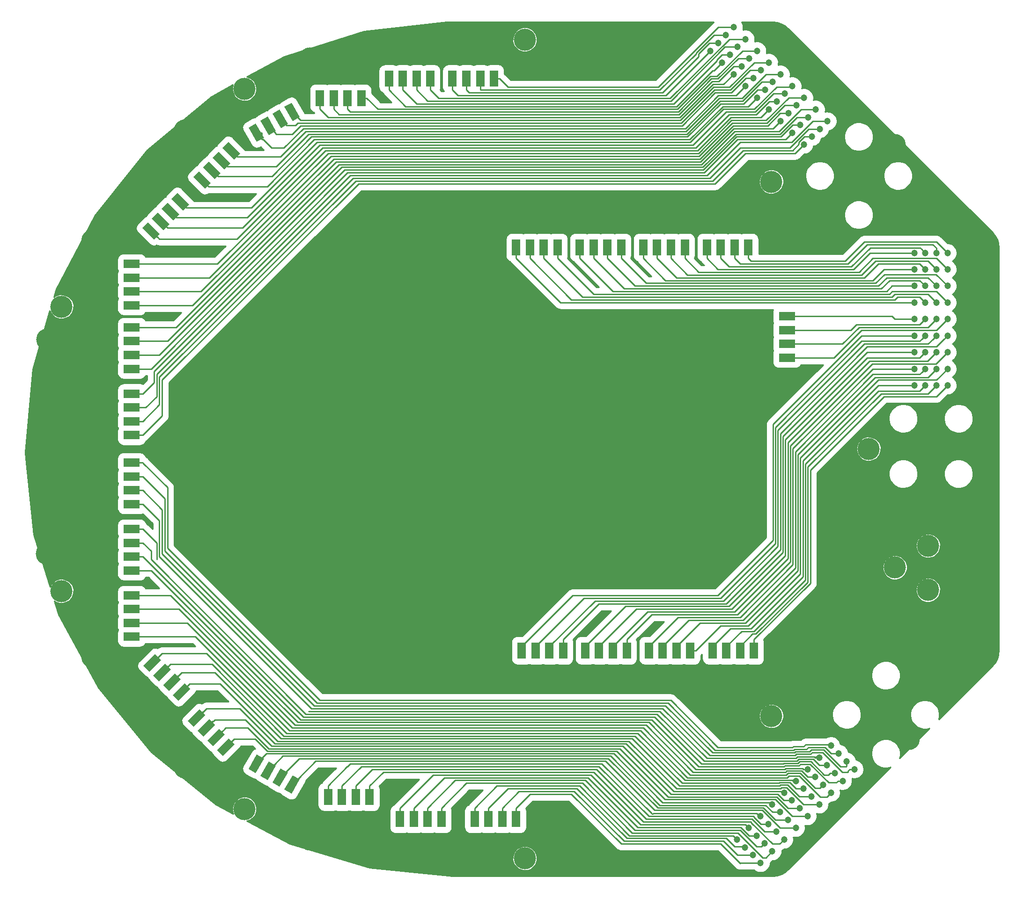
<source format=gtl>
G04 #@! TF.FileFunction,Copper,L1,Top,Signal*
%FSLAX46Y46*%
G04 Gerber Fmt 4.6, Leading zero omitted, Abs format (unit mm)*
G04 Created by KiCad (PCBNEW 4.0.7) date Mon Jan 29 22:09:26 2018*
%MOMM*%
%LPD*%
G01*
G04 APERTURE LIST*
%ADD10C,0.100000*%
%ADD11R,1.500000X3.000000*%
%ADD12C,1.200000*%
%ADD13R,3.000000X1.500000*%
%ADD14C,4.000000*%
%ADD15C,0.250000*%
%ADD16C,0.254000*%
G04 APERTURE END LIST*
D10*
D11*
X204500000Y-136500000D03*
X202000000Y-136500000D03*
X199500000Y-136500000D03*
X197000000Y-136500000D03*
D12*
X201464466Y-170707107D03*
X202878680Y-172121321D03*
X204292893Y-173535534D03*
X205707107Y-174949748D03*
X203585786Y-168585787D03*
X205000000Y-170000000D03*
X206414213Y-171414214D03*
X207828427Y-172828427D03*
X205707107Y-166464466D03*
X207121320Y-167878680D03*
X208535534Y-169292893D03*
X209949747Y-170707107D03*
X207828427Y-164343146D03*
X209242641Y-165757360D03*
X210656854Y-167171573D03*
X212071068Y-168585787D03*
X209949747Y-162221826D03*
X211363961Y-163636039D03*
X212778174Y-165050253D03*
X214192388Y-166464466D03*
X212071068Y-160100505D03*
X213485281Y-161514719D03*
X214899495Y-162928932D03*
X216313708Y-164343146D03*
X214192388Y-157979185D03*
X215606602Y-159393399D03*
X217020815Y-160807612D03*
X218435029Y-162221826D03*
X216313708Y-155857865D03*
X217727922Y-157272078D03*
X219142136Y-158686292D03*
X220556349Y-160100505D03*
X218435029Y-153736544D03*
X219849242Y-155150758D03*
X221263456Y-156564971D03*
X222677669Y-157979185D03*
D11*
X140500000Y-167000000D03*
X143000000Y-167000000D03*
X145500000Y-167000000D03*
X148000000Y-167000000D03*
D10*
G36*
X119600481Y-38075962D02*
X120899519Y-37325962D01*
X122399519Y-39924038D01*
X121100481Y-40674038D01*
X119600481Y-38075962D01*
X119600481Y-38075962D01*
G37*
G36*
X117435417Y-39325962D02*
X118734455Y-38575962D01*
X120234455Y-41174038D01*
X118935417Y-41924038D01*
X117435417Y-39325962D01*
X117435417Y-39325962D01*
G37*
G36*
X115270354Y-40575962D02*
X116569392Y-39825962D01*
X118069392Y-42424038D01*
X116770354Y-43174038D01*
X115270354Y-40575962D01*
X115270354Y-40575962D01*
G37*
G36*
X113105290Y-41825962D02*
X114404328Y-41075962D01*
X115904328Y-43674038D01*
X114605290Y-44424038D01*
X113105290Y-41825962D01*
X113105290Y-41825962D01*
G37*
D12*
X239500000Y-64500000D03*
X237500000Y-64500000D03*
X235500000Y-64500000D03*
X233500000Y-64500000D03*
X239500000Y-67500000D03*
X237500000Y-67500000D03*
X235500000Y-67500000D03*
X233500000Y-67500000D03*
X239500000Y-70500000D03*
X237500000Y-70500000D03*
X235500000Y-70500000D03*
X233500000Y-70500000D03*
X239500000Y-73500000D03*
X237500000Y-73500000D03*
X235500000Y-73500000D03*
X233500000Y-73500000D03*
X239500000Y-76500000D03*
X237500000Y-76500000D03*
X235500000Y-76500000D03*
X233500000Y-76500000D03*
X239500000Y-79500000D03*
X237500000Y-79500000D03*
X235500000Y-79500000D03*
X233500000Y-79500000D03*
X239500000Y-82500000D03*
X237500000Y-82500000D03*
X235500000Y-82500000D03*
X233500000Y-82500000D03*
X239500000Y-85500000D03*
X237500000Y-85500000D03*
X235500000Y-85500000D03*
X233500000Y-85500000D03*
X239500000Y-88500000D03*
X237500000Y-88500000D03*
X235500000Y-88500000D03*
X233500000Y-88500000D03*
X200843146Y-23686292D03*
X199428932Y-25100506D03*
X198014719Y-26514719D03*
X196600505Y-27928933D03*
X202964466Y-25807612D03*
X201550253Y-27221826D03*
X200136039Y-28636039D03*
X198721826Y-30050253D03*
X205085787Y-27928933D03*
X203671573Y-29343146D03*
X202257360Y-30757360D03*
X200843146Y-32171573D03*
X207207107Y-30050253D03*
X205792893Y-31464467D03*
X204378680Y-32878680D03*
X202964466Y-34292894D03*
X209328427Y-32171573D03*
X207914214Y-33585787D03*
X206500000Y-35000000D03*
X205085787Y-36414214D03*
X211449748Y-34292894D03*
X210035534Y-35707107D03*
X208621321Y-37121321D03*
X207207107Y-38535534D03*
X213571068Y-36414214D03*
X212156854Y-37828428D03*
X210742641Y-39242641D03*
X209328427Y-40656855D03*
X215692388Y-38535534D03*
X214278175Y-39949748D03*
X212863961Y-41363962D03*
X211449748Y-42778175D03*
X217813709Y-40656855D03*
X216399495Y-42071068D03*
X214985282Y-43485282D03*
X213571068Y-44899495D03*
D11*
X154000000Y-167000000D03*
X156500000Y-167000000D03*
X159000000Y-167000000D03*
X161500000Y-167000000D03*
X127500000Y-163000000D03*
X130000000Y-163000000D03*
X132500000Y-163000000D03*
X135000000Y-163000000D03*
D10*
G36*
X114399519Y-158674038D02*
X113100481Y-157924038D01*
X114600481Y-155325962D01*
X115899519Y-156075962D01*
X114399519Y-158674038D01*
X114399519Y-158674038D01*
G37*
G36*
X116564583Y-159924038D02*
X115265545Y-159174038D01*
X116765545Y-156575962D01*
X118064583Y-157325962D01*
X116564583Y-159924038D01*
X116564583Y-159924038D01*
G37*
G36*
X118729646Y-161174038D02*
X117430608Y-160424038D01*
X118930608Y-157825962D01*
X120229646Y-158575962D01*
X118729646Y-161174038D01*
X118729646Y-161174038D01*
G37*
G36*
X120894710Y-162424038D02*
X119595672Y-161674038D01*
X121095672Y-159075962D01*
X122394710Y-159825962D01*
X120894710Y-162424038D01*
X120894710Y-162424038D01*
G37*
G36*
X103166369Y-150287689D02*
X102105709Y-149227029D01*
X104227029Y-147105709D01*
X105287689Y-148166369D01*
X103166369Y-150287689D01*
X103166369Y-150287689D01*
G37*
G36*
X104934136Y-152055456D02*
X103873476Y-150994796D01*
X105994796Y-148873476D01*
X107055456Y-149934136D01*
X104934136Y-152055456D01*
X104934136Y-152055456D01*
G37*
G36*
X106701903Y-153823223D02*
X105641243Y-152762563D01*
X107762563Y-150641243D01*
X108823223Y-151701903D01*
X106701903Y-153823223D01*
X106701903Y-153823223D01*
G37*
G36*
X108469670Y-155590990D02*
X107409010Y-154530330D01*
X109530330Y-152409010D01*
X110590990Y-153469670D01*
X108469670Y-155590990D01*
X108469670Y-155590990D01*
G37*
G36*
X95166369Y-140287689D02*
X94105709Y-139227029D01*
X96227029Y-137105709D01*
X97287689Y-138166369D01*
X95166369Y-140287689D01*
X95166369Y-140287689D01*
G37*
G36*
X96934136Y-142055456D02*
X95873476Y-140994796D01*
X97994796Y-138873476D01*
X99055456Y-139934136D01*
X96934136Y-142055456D01*
X96934136Y-142055456D01*
G37*
G36*
X98701903Y-143823223D02*
X97641243Y-142762563D01*
X99762563Y-140641243D01*
X100823223Y-141701903D01*
X98701903Y-143823223D01*
X98701903Y-143823223D01*
G37*
G36*
X100469670Y-145590990D02*
X99409010Y-144530330D01*
X101530330Y-142409010D01*
X102590990Y-143469670D01*
X100469670Y-145590990D01*
X100469670Y-145590990D01*
G37*
D13*
X92000000Y-126500000D03*
X92000000Y-129000000D03*
X92000000Y-131500000D03*
X92000000Y-134000000D03*
X92000000Y-114500000D03*
X92000000Y-117000000D03*
X92000000Y-119500000D03*
X92000000Y-122000000D03*
X92000000Y-102500000D03*
X92000000Y-105000000D03*
X92000000Y-107500000D03*
X92000000Y-110000000D03*
D11*
X203500000Y-63500000D03*
X201000000Y-63500000D03*
X198500000Y-63500000D03*
X196000000Y-63500000D03*
X192000000Y-63500000D03*
X189500000Y-63500000D03*
X187000000Y-63500000D03*
X184500000Y-63500000D03*
X180500000Y-63500000D03*
X178000000Y-63500000D03*
X175500000Y-63500000D03*
X173000000Y-63500000D03*
X169000000Y-63500000D03*
X166500000Y-63500000D03*
X164000000Y-63500000D03*
X161500000Y-63500000D03*
D13*
X210500000Y-83500000D03*
X210500000Y-81000000D03*
X210500000Y-78500000D03*
X210500000Y-76000000D03*
D11*
X157500000Y-33000000D03*
X155000000Y-33000000D03*
X152500000Y-33000000D03*
X150000000Y-33000000D03*
X146000000Y-33000000D03*
X143500000Y-33000000D03*
X141000000Y-33000000D03*
X138500000Y-33000000D03*
X133500000Y-36500000D03*
X131000000Y-36500000D03*
X128500000Y-36500000D03*
X126000000Y-36500000D03*
D10*
G36*
X108409010Y-45469670D02*
X109469670Y-44409010D01*
X111590990Y-46530330D01*
X110530330Y-47590990D01*
X108409010Y-45469670D01*
X108409010Y-45469670D01*
G37*
G36*
X106641243Y-47237437D02*
X107701903Y-46176777D01*
X109823223Y-48298097D01*
X108762563Y-49358757D01*
X106641243Y-47237437D01*
X106641243Y-47237437D01*
G37*
G36*
X104873476Y-49005204D02*
X105934136Y-47944544D01*
X108055456Y-50065864D01*
X106994796Y-51126524D01*
X104873476Y-49005204D01*
X104873476Y-49005204D01*
G37*
G36*
X103105709Y-50772971D02*
X104166369Y-49712311D01*
X106287689Y-51833631D01*
X105227029Y-52894291D01*
X103105709Y-50772971D01*
X103105709Y-50772971D01*
G37*
G36*
X99176777Y-54701903D02*
X100237437Y-53641243D01*
X102358757Y-55762563D01*
X101298097Y-56823223D01*
X99176777Y-54701903D01*
X99176777Y-54701903D01*
G37*
G36*
X97409010Y-56469670D02*
X98469670Y-55409010D01*
X100590990Y-57530330D01*
X99530330Y-58590990D01*
X97409010Y-56469670D01*
X97409010Y-56469670D01*
G37*
G36*
X95641243Y-58237437D02*
X96701903Y-57176777D01*
X98823223Y-59298097D01*
X97762563Y-60358757D01*
X95641243Y-58237437D01*
X95641243Y-58237437D01*
G37*
G36*
X93873476Y-60005204D02*
X94934136Y-58944544D01*
X97055456Y-61065864D01*
X95994796Y-62126524D01*
X93873476Y-60005204D01*
X93873476Y-60005204D01*
G37*
D13*
X92000000Y-66500000D03*
X92000000Y-69000000D03*
X92000000Y-71500000D03*
X92000000Y-74000000D03*
X92000000Y-78000000D03*
X92000000Y-80500000D03*
X92000000Y-83000000D03*
X92000000Y-85500000D03*
X92000000Y-90000000D03*
X92000000Y-92500000D03*
X92000000Y-95000000D03*
X92000000Y-97500000D03*
D11*
X181500000Y-136500000D03*
X179000000Y-136500000D03*
X176500000Y-136500000D03*
X174000000Y-136500000D03*
X193000000Y-136500000D03*
X190500000Y-136500000D03*
X188000000Y-136500000D03*
X185500000Y-136500000D03*
X170000000Y-136500000D03*
X167500000Y-136500000D03*
X165000000Y-136500000D03*
X162500000Y-136500000D03*
D14*
X163067000Y-25893200D03*
X207645000Y-51630200D03*
X225250000Y-100000000D03*
X207645000Y-148370000D03*
X163067000Y-174107000D03*
X112375000Y-165168000D03*
X79288100Y-125737000D03*
X79288100Y-74263000D03*
X112375000Y-34831600D03*
X150000000Y-24750000D03*
X215168000Y-62375000D03*
X224107000Y-113067000D03*
X215168000Y-137625000D03*
X150000000Y-175250000D03*
X124263000Y-170712000D03*
X101630000Y-157645000D03*
X84831600Y-137625000D03*
X76600000Y-119000000D03*
X76700000Y-80200000D03*
X84831600Y-62375000D03*
X101630000Y-42355200D03*
X124263000Y-29288100D03*
X236000000Y-125540000D03*
X230000000Y-121470000D03*
X236000000Y-117540000D03*
X207500000Y-25000000D03*
X197500000Y-175000000D03*
X245000000Y-137500000D03*
X245000000Y-62500000D03*
X245000000Y-100000000D03*
X232500000Y-152500000D03*
X230000000Y-45000000D03*
X245000000Y-80000000D03*
X190000000Y-25000000D03*
X185000000Y-175000000D03*
X245000000Y-117500000D03*
D15*
X154000000Y-167000000D02*
X154000000Y-165000000D01*
X154000000Y-165000000D02*
X158000000Y-161000000D01*
X158000000Y-161000000D02*
X173000000Y-161000000D01*
X173000000Y-161000000D02*
X182000000Y-170000000D01*
X182000000Y-170000000D02*
X200757359Y-170000000D01*
X200757359Y-170000000D02*
X201464466Y-170707107D01*
X156500000Y-167000000D02*
X156500000Y-165000000D01*
X156500000Y-165000000D02*
X160000000Y-161500000D01*
X160000000Y-161500000D02*
X172500000Y-161500000D01*
X172500000Y-161500000D02*
X181500000Y-170500000D01*
X181500000Y-170500000D02*
X199500000Y-170500000D01*
X199500000Y-170500000D02*
X201000000Y-172000000D01*
X201000000Y-172000000D02*
X202757359Y-172000000D01*
X202757359Y-172000000D02*
X202878680Y-172121321D01*
X159000000Y-167000000D02*
X159000000Y-165000000D01*
X159000000Y-165000000D02*
X162000000Y-162000000D01*
X162000000Y-162000000D02*
X172000000Y-162000000D01*
X172000000Y-162000000D02*
X181000000Y-171000000D01*
X181000000Y-171000000D02*
X199000000Y-171000000D01*
X199000000Y-171000000D02*
X201535534Y-173535534D01*
X201535534Y-173535534D02*
X204292893Y-173535534D01*
X161500000Y-167000000D02*
X161500000Y-165000000D01*
X161500000Y-165000000D02*
X164000000Y-162500000D01*
X164000000Y-162500000D02*
X171500000Y-162500000D01*
X202000000Y-175000000D02*
X202050252Y-174949748D01*
X171500000Y-162500000D02*
X180500000Y-171500000D01*
X202050252Y-174949748D02*
X205707107Y-174949748D01*
X180500000Y-171500000D02*
X198500000Y-171500000D01*
X198500000Y-171500000D02*
X202000000Y-175000000D01*
X140500000Y-167000000D02*
X140500000Y-165000000D01*
X140500000Y-165000000D02*
X146500000Y-159000000D01*
X146500000Y-159000000D02*
X175000000Y-159000000D01*
X184514212Y-167985788D02*
X184500000Y-168000000D01*
X175000000Y-159000000D02*
X183985788Y-167985788D01*
X183985788Y-167985788D02*
X184514212Y-167985788D01*
X184500000Y-168000000D02*
X202985787Y-167985788D01*
X202985787Y-167985788D02*
X203585786Y-168585787D01*
X205000000Y-170000000D02*
X203636410Y-170000000D01*
X143000000Y-165000000D02*
X143000000Y-167000000D01*
X203636410Y-170000000D02*
X202136410Y-168500000D01*
X202136410Y-168500000D02*
X183500000Y-168500000D01*
X183500000Y-168500000D02*
X174500000Y-159500000D01*
X174500000Y-159500000D02*
X148500000Y-159500000D01*
X148500000Y-159500000D02*
X143000000Y-165000000D01*
X145500000Y-167000000D02*
X145500000Y-165000000D01*
X145500000Y-165000000D02*
X150500000Y-160000000D01*
X150500000Y-160000000D02*
X174000000Y-160000000D01*
X174000000Y-160000000D02*
X183000000Y-169000000D01*
X183000000Y-169000000D02*
X202000000Y-169000000D01*
X205814214Y-172014213D02*
X206414213Y-171414214D01*
X202000000Y-169000000D02*
X205014213Y-172014213D01*
X205014213Y-172014213D02*
X205814214Y-172014213D01*
X148000000Y-167000000D02*
X148000000Y-165000000D01*
X148000000Y-165000000D02*
X152500000Y-160500000D01*
X182500000Y-169500000D02*
X201626361Y-169500000D01*
X152500000Y-160500000D02*
X173500000Y-160500000D01*
X173500000Y-160500000D02*
X182500000Y-169500000D01*
X206126361Y-174000000D02*
X206656854Y-174000000D01*
X201626361Y-169500000D02*
X206126361Y-174000000D01*
X206656854Y-174000000D02*
X207828427Y-172828427D01*
X131500000Y-157000000D02*
X177000000Y-157000000D01*
X186000000Y-166000000D02*
X177000000Y-157000000D01*
X186500000Y-166000000D02*
X186000000Y-166049990D01*
X186000000Y-166000000D02*
X186000000Y-166049990D01*
X131000000Y-157500000D02*
X131500000Y-157000000D01*
X186500000Y-166000000D02*
X205000000Y-166000000D01*
X130950000Y-157500000D02*
X131000000Y-157500000D01*
X127500000Y-163000000D02*
X127500000Y-160950000D01*
X127500000Y-160950000D02*
X130950000Y-157500000D01*
X205000000Y-166000000D02*
X205464466Y-166464466D01*
X205464466Y-166464466D02*
X205707107Y-166464466D01*
X176500000Y-157500000D02*
X133500000Y-157500000D01*
X130000000Y-161000000D02*
X133500000Y-157500000D01*
X185500000Y-166500000D02*
X176500000Y-157500000D01*
X186000000Y-166500000D02*
X185500000Y-166500000D01*
X204500000Y-166500000D02*
X186000000Y-166500000D01*
X204500000Y-166649374D02*
X204500000Y-166500000D01*
X205729306Y-167878680D02*
X204500000Y-166649374D01*
X130000000Y-163000000D02*
X130000000Y-161000000D01*
X205729306Y-167878680D02*
X206272792Y-167878680D01*
X206272792Y-167878680D02*
X207121320Y-167878680D01*
X132500000Y-163000000D02*
X132500000Y-161000000D01*
X132500000Y-161000000D02*
X135500000Y-158000000D01*
X135500000Y-158000000D02*
X176000000Y-158000000D01*
X176000000Y-158000000D02*
X185000000Y-167000000D01*
X206429304Y-169292893D02*
X208535534Y-169292893D01*
X185000000Y-167000000D02*
X204136411Y-167000000D01*
X204136411Y-167000000D02*
X206429304Y-169292893D01*
X209949747Y-170707107D02*
X209156854Y-171500000D01*
X209156854Y-171500000D02*
X207869002Y-171500000D01*
X137500000Y-158500000D02*
X135000000Y-161000000D01*
X207869002Y-171500000D02*
X204000000Y-167630998D01*
X204000000Y-167500000D02*
X184500000Y-167500000D01*
X175500000Y-158500000D02*
X137500000Y-158500000D01*
X204000000Y-167630998D02*
X204000000Y-167500000D01*
X184500000Y-167500000D02*
X175500000Y-158500000D01*
X135000000Y-161000000D02*
X135000000Y-163000000D01*
X188000000Y-164000000D02*
X207485281Y-164000000D01*
X207485281Y-164000000D02*
X207828427Y-164343146D01*
X116350033Y-155149967D02*
X179149967Y-155149967D01*
X179149967Y-155149967D02*
X188000000Y-164000000D01*
X114500000Y-157000000D02*
X116350033Y-155149967D01*
X187500000Y-164500000D02*
X178599978Y-155599978D01*
X209242641Y-165757360D02*
X207873639Y-165757360D01*
X117833850Y-157081214D02*
X116665064Y-158250000D01*
X119315086Y-155599978D02*
X117833850Y-157081214D01*
X178599978Y-155599978D02*
X119315086Y-155599978D01*
X207873639Y-165757360D02*
X206616279Y-164500000D01*
X206616279Y-164500000D02*
X187500000Y-164500000D01*
X118830127Y-159500000D02*
X122280138Y-156049989D01*
X206212500Y-164964447D02*
X208419626Y-167171573D01*
X187100857Y-164964447D02*
X206212500Y-164964447D01*
X122280138Y-156049989D02*
X178186399Y-156049989D01*
X178186399Y-156049989D02*
X187100857Y-164964447D01*
X208419626Y-167171573D02*
X209808326Y-167171573D01*
X209808326Y-167171573D02*
X210656854Y-167171573D01*
X122163977Y-159581214D02*
X120995191Y-160750000D01*
X177636410Y-156500000D02*
X125245191Y-156500000D01*
X186550868Y-165414458D02*
X177636410Y-156500000D01*
X206026100Y-165414458D02*
X186550868Y-165414458D01*
X209197429Y-168585787D02*
X206026100Y-165414458D01*
X212071068Y-168585787D02*
X209197429Y-168585787D01*
X125245191Y-156500000D02*
X122163977Y-159581214D01*
X103696699Y-148696699D02*
X103803301Y-148696699D01*
X103803301Y-148696699D02*
X105500000Y-147000000D01*
X105500000Y-147000000D02*
X111500000Y-147000000D01*
X111500000Y-147000000D02*
X117849923Y-153349923D01*
X209727921Y-162000000D02*
X209949747Y-162221826D01*
X117849923Y-153349923D02*
X181349923Y-153349923D01*
X181349923Y-153349923D02*
X190000000Y-162000000D01*
X190000000Y-162000000D02*
X209727921Y-162000000D01*
X104828069Y-147565329D02*
X103696699Y-148696699D01*
X105464466Y-150464466D02*
X105535534Y-150464466D01*
X105535534Y-150464466D02*
X107000000Y-149000000D01*
X107000000Y-149000000D02*
X112500000Y-149000000D01*
X112500000Y-149000000D02*
X117299934Y-153799934D01*
X117299934Y-153799934D02*
X180799934Y-153799934D01*
X180799934Y-153799934D02*
X189500000Y-162500000D01*
X189500000Y-162500000D02*
X208772820Y-162500000D01*
X208772820Y-162500000D02*
X209908860Y-163636039D01*
X209908860Y-163636039D02*
X210515433Y-163636039D01*
X210515433Y-163636039D02*
X211363961Y-163636039D01*
X105464466Y-150464466D02*
X106595836Y-149333096D01*
X107232233Y-152232233D02*
X107267767Y-152232233D01*
X107267767Y-152232233D02*
X109000000Y-150500000D01*
X109000000Y-150500000D02*
X113000000Y-150500000D01*
X113000000Y-150500000D02*
X116749945Y-154249945D01*
X116749945Y-154249945D02*
X180249945Y-154249945D01*
X180249945Y-154249945D02*
X188968134Y-162968134D01*
X188968134Y-162968134D02*
X208604545Y-162968134D01*
X210686664Y-165050253D02*
X212778174Y-165050253D01*
X208604545Y-162968134D02*
X210686664Y-165050253D01*
X108363603Y-151100863D02*
X107232233Y-152232233D01*
X109000000Y-154000000D02*
X110500000Y-152500000D01*
X110500000Y-152500000D02*
X114300044Y-152500000D01*
X114300044Y-152500000D02*
X116500000Y-154699956D01*
X116500000Y-154699956D02*
X179699956Y-154699956D01*
X179699956Y-154699956D02*
X188418145Y-163418145D01*
X188418145Y-163418145D02*
X208418145Y-163418145D01*
X208418145Y-163418145D02*
X211464466Y-166464466D01*
X211464466Y-166464466D02*
X214192388Y-166464466D01*
X95696699Y-138696699D02*
X95803301Y-138696699D01*
X95803301Y-138696699D02*
X97500000Y-137000000D01*
X97500000Y-137000000D02*
X105500000Y-137000000D01*
X211600505Y-160100505D02*
X212071068Y-160100505D01*
X105500000Y-137000000D02*
X120000000Y-151500000D01*
X192000000Y-160000000D02*
X208893341Y-160000000D01*
X120000000Y-151500000D02*
X183500000Y-151500000D01*
X183500000Y-151500000D02*
X192000000Y-160000000D01*
X208893341Y-160000000D02*
X208946546Y-159946795D01*
X208946546Y-159946795D02*
X211446795Y-159946795D01*
X211446795Y-159946795D02*
X211600505Y-160100505D01*
X97464466Y-140464466D02*
X97535534Y-140464466D01*
X209029751Y-160500000D02*
X209132946Y-160396805D01*
X97535534Y-140464466D02*
X99000000Y-139000000D01*
X210998366Y-160396805D02*
X212116280Y-161514719D01*
X99000000Y-139000000D02*
X106500000Y-139000000D01*
X191500000Y-160500000D02*
X209029751Y-160500000D01*
X106500000Y-139000000D02*
X119499890Y-151999890D01*
X119499890Y-151999890D02*
X182999890Y-151999890D01*
X182999890Y-151999890D02*
X191500000Y-160500000D01*
X209132946Y-160396805D02*
X210998366Y-160396805D01*
X212116280Y-161514719D02*
X212636753Y-161514719D01*
X212636753Y-161514719D02*
X213485281Y-161514719D01*
X97464466Y-140464466D02*
X98595836Y-139333096D01*
X99232233Y-142232233D02*
X99267767Y-142232233D01*
X99267767Y-142232233D02*
X101000000Y-140500000D01*
X118949901Y-152449901D02*
X182449901Y-152449901D01*
X101000000Y-140500000D02*
X107000000Y-140500000D01*
X212662265Y-162928932D02*
X214899495Y-162928932D01*
X107000000Y-140500000D02*
X118949901Y-152449901D01*
X182449901Y-152449901D02*
X191000000Y-161000000D01*
X191000000Y-161000000D02*
X209166161Y-161000000D01*
X209166161Y-161000000D02*
X209319346Y-160846815D01*
X210580148Y-160846815D02*
X212662265Y-162928932D01*
X209319346Y-160846815D02*
X210580148Y-160846815D01*
X100363603Y-141100863D02*
X99232233Y-142232233D01*
X101000000Y-144000000D02*
X102500000Y-142500000D01*
X102500000Y-142500000D02*
X108000000Y-142500000D01*
X108000000Y-142500000D02*
X118399912Y-152899912D01*
X118399912Y-152899912D02*
X181899912Y-152899912D01*
X213440069Y-164343146D02*
X215465180Y-164343146D01*
X215465180Y-164343146D02*
X216313708Y-164343146D01*
X181899912Y-152899912D02*
X190500000Y-161500000D01*
X210393748Y-161296825D02*
X213440069Y-164343146D01*
X190500000Y-161500000D02*
X209302571Y-161500000D01*
X209302571Y-161500000D02*
X209505746Y-161296825D01*
X209505746Y-161296825D02*
X210393748Y-161296825D01*
X92000000Y-126500000D02*
X99000000Y-126500000D01*
X99000000Y-126500000D02*
X122000000Y-149500000D01*
X122000000Y-149500000D02*
X185500000Y-149500000D01*
X185500000Y-149500000D02*
X194000000Y-158000000D01*
X194000000Y-158000000D02*
X210087555Y-158000000D01*
X210087555Y-158000000D02*
X210262081Y-157825474D01*
X210262081Y-157825474D02*
X213325474Y-157825474D01*
X213325474Y-157825474D02*
X213479185Y-157979185D01*
X213479185Y-157979185D02*
X214192388Y-157979185D01*
X213825474Y-157825474D02*
X213979185Y-157979185D01*
X213979185Y-157979185D02*
X214192388Y-157979185D01*
X92000000Y-129000000D02*
X100500000Y-129000000D01*
X121500000Y-150000000D02*
X185000000Y-150000000D01*
X210223965Y-158500000D02*
X210448481Y-158275484D01*
X100500000Y-129000000D02*
X121500000Y-150000000D01*
X185000000Y-150000000D02*
X193500000Y-158500000D01*
X213119685Y-158275484D02*
X214237600Y-159393399D01*
X193500000Y-158500000D02*
X210223965Y-158500000D01*
X210448481Y-158275484D02*
X213119685Y-158275484D01*
X214237600Y-159393399D02*
X215606602Y-159393399D01*
X92000000Y-129000000D02*
X93750000Y-129000000D01*
X92000000Y-131500000D02*
X102000000Y-131500000D01*
X102000000Y-131500000D02*
X121000000Y-150500000D01*
X215544021Y-161407611D02*
X216420816Y-161407611D01*
X121000000Y-150500000D02*
X184500000Y-150500000D01*
X184500000Y-150500000D02*
X193000000Y-159000000D01*
X193000000Y-159000000D02*
X210360375Y-159000000D01*
X210360375Y-159000000D02*
X210634881Y-158725494D01*
X210634881Y-158725494D02*
X212861904Y-158725494D01*
X212861904Y-158725494D02*
X215544021Y-161407611D01*
X216420816Y-161407611D02*
X217020815Y-160807612D01*
X92000000Y-134000000D02*
X103500000Y-134000000D01*
X103500000Y-134000000D02*
X120500000Y-151000000D01*
X120500000Y-151000000D02*
X184000000Y-151000000D01*
X184000000Y-151000000D02*
X192500000Y-159500000D01*
X192500000Y-159500000D02*
X208756931Y-159500000D01*
X208760146Y-159496785D02*
X210500000Y-159496785D01*
X210821281Y-159175504D02*
X212675504Y-159175504D01*
X208756931Y-159500000D02*
X208760146Y-159496785D01*
X210500000Y-159496785D02*
X210821281Y-159175504D01*
X212675504Y-159175504D02*
X216500000Y-163000000D01*
X216500000Y-163000000D02*
X217656855Y-163000000D01*
X217656855Y-163000000D02*
X218435029Y-162221826D01*
X92000000Y-114500000D02*
X94000000Y-114500000D01*
X94000000Y-114500000D02*
X96500000Y-117000000D01*
X96500000Y-117000000D02*
X96500000Y-120000000D01*
X196000000Y-156000000D02*
X212090770Y-156000000D01*
X124000000Y-147500000D02*
X187500000Y-147500000D01*
X187500000Y-147500000D02*
X196000000Y-156000000D01*
X215427405Y-155704154D02*
X215581116Y-155857865D01*
X212090770Y-156000000D02*
X212386616Y-155704154D01*
X212386616Y-155704154D02*
X215427405Y-155704154D01*
X215581116Y-155857865D02*
X216313708Y-155857865D01*
X216313708Y-155857865D02*
X215857865Y-155857865D01*
X215857865Y-155857865D02*
X215704155Y-155704155D01*
X92000000Y-117000000D02*
X94000000Y-117000000D01*
X212573016Y-156154164D02*
X215241005Y-156154164D01*
X94000000Y-117000000D02*
X95500000Y-118500000D01*
X95500000Y-118500000D02*
X95500000Y-120000000D01*
X209702881Y-156475444D02*
X212251736Y-156475444D01*
X212251736Y-156475444D02*
X212573016Y-156154164D01*
X95500000Y-120000000D02*
X123500000Y-148000000D01*
X123500000Y-148000000D02*
X187000000Y-148000000D01*
X187000000Y-148000000D02*
X195500000Y-156500000D01*
X195500000Y-156500000D02*
X209678325Y-156500000D01*
X216358919Y-157272078D02*
X216879394Y-157272078D01*
X209678325Y-156500000D02*
X209702881Y-156475444D01*
X215241005Y-156154164D02*
X216358919Y-157272078D01*
X216879394Y-157272078D02*
X217727922Y-157272078D01*
X92000000Y-119500000D02*
X94000000Y-119500000D01*
X186500000Y-148500000D02*
X195000000Y-157000000D01*
X212759416Y-156604174D02*
X214822789Y-156604174D01*
X94000000Y-119500000D02*
X123000000Y-148500000D01*
X123000000Y-148500000D02*
X186500000Y-148500000D01*
X195000000Y-157000000D02*
X209814735Y-157000000D01*
X209814735Y-157000000D02*
X209889281Y-156925454D01*
X209889281Y-156925454D02*
X212438136Y-156925454D01*
X214822789Y-156604174D02*
X217218615Y-159000000D01*
X217218615Y-159000000D02*
X217979900Y-159000000D01*
X212438136Y-156925454D02*
X212759416Y-156604174D01*
X217979900Y-159000000D02*
X218293608Y-158686292D01*
X218293608Y-158686292D02*
X219142136Y-158686292D01*
X92000000Y-122000000D02*
X95500000Y-122000000D01*
X95500000Y-122000000D02*
X122500000Y-149000000D01*
X122500000Y-149000000D02*
X186000000Y-149000000D01*
X186000000Y-149000000D02*
X194500000Y-157500000D01*
X194500000Y-157500000D02*
X209951145Y-157500000D01*
X209951145Y-157500000D02*
X210075681Y-157375464D01*
X210075681Y-157375464D02*
X212624536Y-157375464D01*
X212624536Y-157375464D02*
X212945816Y-157054184D01*
X212945816Y-157054184D02*
X214636389Y-157054184D01*
X219390531Y-160417795D02*
X219707821Y-160100505D01*
X214636389Y-157054184D02*
X218000000Y-160417795D01*
X218000000Y-160417795D02*
X219390531Y-160417795D01*
X219707821Y-160100505D02*
X220556349Y-160100505D01*
X92000000Y-102500000D02*
X94000000Y-102500000D01*
X94000000Y-102500000D02*
X94000000Y-102549990D01*
X213904114Y-153500000D02*
X218198485Y-153500000D01*
X94000000Y-102549990D02*
X98450010Y-107000000D01*
X213500000Y-153904114D02*
X213904114Y-153500000D01*
X98450010Y-107000000D02*
X98450010Y-117950010D01*
X98450010Y-117950010D02*
X126000000Y-145500000D01*
X218198485Y-153500000D02*
X218435029Y-153736544D01*
X126000000Y-145500000D02*
X189500000Y-145500000D01*
X189500000Y-145500000D02*
X198000000Y-154000000D01*
X198000000Y-154000000D02*
X211545130Y-154000000D01*
X211545130Y-154000000D02*
X211641016Y-153904114D01*
X211641016Y-153904114D02*
X213500000Y-153904114D01*
X217362328Y-154032845D02*
X217500000Y-154170517D01*
X214354124Y-154000000D02*
X217329483Y-154000000D01*
X217500000Y-154170517D02*
X218480241Y-155150758D01*
X214000000Y-154354124D02*
X214354124Y-154000000D01*
X217329483Y-154000000D02*
X217500000Y-154170517D01*
X211827416Y-154354124D02*
X214000000Y-154354124D01*
X211681540Y-154500000D02*
X211827416Y-154354124D01*
X211681540Y-154500000D02*
X197500000Y-154500000D01*
X197500000Y-154500000D02*
X189000000Y-146000000D01*
X189000000Y-146000000D02*
X125500000Y-146000000D01*
X98000000Y-118500000D02*
X98000000Y-109000000D01*
X125500000Y-146000000D02*
X98000000Y-118500000D01*
X98000000Y-109000000D02*
X94000000Y-105000000D01*
X94000000Y-105000000D02*
X92000000Y-105000000D01*
X218480241Y-155150758D02*
X219000714Y-155150758D01*
X219000714Y-155150758D02*
X219849242Y-155150758D01*
X97500000Y-119000000D02*
X125000000Y-146500000D01*
X217119264Y-154482854D02*
X220136410Y-157500000D01*
X125000000Y-146500000D02*
X188500000Y-146500000D01*
X188500000Y-146500000D02*
X197000000Y-155000000D01*
X197000000Y-155000000D02*
X211817950Y-155000000D01*
X211817950Y-155000000D02*
X212013816Y-154804134D01*
X214880736Y-154482854D02*
X217119264Y-154482854D01*
X212013816Y-154804134D02*
X214559456Y-154804134D01*
X214559456Y-154804134D02*
X214880736Y-154482854D01*
X220136410Y-157500000D02*
X221176955Y-157500000D01*
X221176955Y-157500000D02*
X221263456Y-157413499D01*
X221263456Y-157413499D02*
X221263456Y-156564971D01*
X97500000Y-111000000D02*
X97500000Y-119000000D01*
X92000000Y-107500000D02*
X94000000Y-107500000D01*
X94000000Y-107500000D02*
X97500000Y-111000000D01*
X97500000Y-119000000D02*
X97450010Y-118950010D01*
X92000000Y-110000000D02*
X94000000Y-110000000D01*
X212200216Y-155254144D02*
X214745856Y-155254144D01*
X94000000Y-110000000D02*
X97000000Y-113000000D01*
X97000000Y-113000000D02*
X97000000Y-119500000D01*
X216932864Y-154932864D02*
X220500000Y-158500000D01*
X97000000Y-119500000D02*
X124500000Y-147000000D01*
X214745856Y-155254144D02*
X215067136Y-154932864D01*
X221500000Y-158500000D02*
X221500000Y-158308326D01*
X124500000Y-147000000D02*
X188000000Y-147000000D01*
X221829141Y-157979185D02*
X222677669Y-157979185D01*
X188000000Y-147000000D02*
X196500000Y-155500000D01*
X196500000Y-155500000D02*
X211954360Y-155500000D01*
X211954360Y-155500000D02*
X212200216Y-155254144D01*
X215067136Y-154932864D02*
X216932864Y-154932864D01*
X220500000Y-158500000D02*
X221500000Y-158500000D01*
X221500000Y-158308326D02*
X221829141Y-157979185D01*
X239500000Y-64500000D02*
X237500000Y-62500000D01*
X237500000Y-62500000D02*
X224500000Y-62500000D01*
X224500000Y-62500000D02*
X221000000Y-66000000D01*
X221000000Y-66000000D02*
X204000000Y-66000000D01*
X204000000Y-66000000D02*
X203500000Y-65500000D01*
X203500000Y-65500000D02*
X203500000Y-63500000D01*
X201000000Y-63500000D02*
X201000000Y-65500000D01*
X201000000Y-65500000D02*
X202000000Y-66500000D01*
X202000000Y-66500000D02*
X221500000Y-66500000D01*
X221500000Y-66500000D02*
X225000000Y-63000000D01*
X225000000Y-63000000D02*
X236848528Y-63000000D01*
X236848528Y-63000000D02*
X237500000Y-63651472D01*
X237500000Y-63651472D02*
X237500000Y-64500000D01*
X198500000Y-63500000D02*
X198500000Y-65500000D01*
X198500000Y-65500000D02*
X200000000Y-67000000D01*
X200000000Y-67000000D02*
X222136410Y-67000000D01*
X222136410Y-67000000D02*
X225561411Y-63574999D01*
X225561411Y-63574999D02*
X234574999Y-63574999D01*
X234574999Y-63574999D02*
X234900001Y-63900001D01*
X234900001Y-63900001D02*
X235500000Y-64500000D01*
X196000000Y-63500000D02*
X196000000Y-65500000D01*
X196000000Y-65500000D02*
X198000000Y-67500000D01*
X198000000Y-67500000D02*
X222500000Y-67500000D01*
X222500000Y-67500000D02*
X225500000Y-64500000D01*
X225500000Y-64500000D02*
X232651472Y-64500000D01*
X232651472Y-64500000D02*
X233500000Y-64500000D01*
X192000000Y-63500000D02*
X192000000Y-65500000D01*
X192000000Y-65500000D02*
X194500000Y-68000000D01*
X194500000Y-68000000D02*
X223500000Y-68000000D01*
X223500000Y-68000000D02*
X226000000Y-65500000D01*
X226000000Y-65500000D02*
X237500000Y-65500000D01*
X237500000Y-65500000D02*
X239500000Y-67500000D01*
X189500000Y-63500000D02*
X189500000Y-65500000D01*
X189500000Y-65500000D02*
X192500000Y-68500000D01*
X192500000Y-68500000D02*
X224000000Y-68500000D01*
X224000000Y-68500000D02*
X226500000Y-66000000D01*
X226500000Y-66000000D02*
X236000000Y-66000000D01*
X236000000Y-66000000D02*
X237500000Y-67500000D01*
X187000000Y-63500000D02*
X187000000Y-65500000D01*
X187000000Y-65500000D02*
X190500000Y-69000000D01*
X190500000Y-69000000D02*
X224500000Y-69000000D01*
X224500000Y-69000000D02*
X227000000Y-66500000D01*
X227000000Y-66500000D02*
X234500000Y-66500000D01*
X234500000Y-66500000D02*
X235500000Y-67500000D01*
X184500000Y-63500000D02*
X184500000Y-65500000D01*
X184500000Y-65500000D02*
X188500000Y-69500000D01*
X188500000Y-69500000D02*
X226000000Y-69500000D01*
X226000000Y-69500000D02*
X228000000Y-67500000D01*
X228000000Y-67500000D02*
X230500000Y-67500000D01*
X230500000Y-67500000D02*
X233500000Y-67500000D01*
X180500000Y-63500000D02*
X180500000Y-65500000D01*
X180500000Y-65500000D02*
X185000000Y-70000000D01*
X185000000Y-70000000D02*
X226500000Y-70000000D01*
X226500000Y-70000000D02*
X228074999Y-68425001D01*
X228074999Y-68425001D02*
X237425001Y-68425001D01*
X237425001Y-68425001D02*
X239500000Y-70500000D01*
X178000000Y-63500000D02*
X178000000Y-65500000D01*
X236000000Y-69000000D02*
X237500000Y-70500000D01*
X178000000Y-65500000D02*
X183000000Y-70500000D01*
X183000000Y-70500000D02*
X227000000Y-70500000D01*
X227000000Y-70500000D02*
X228500000Y-69000000D01*
X228500000Y-69000000D02*
X236000000Y-69000000D01*
X175500000Y-63500000D02*
X175500000Y-65500000D01*
X175500000Y-65500000D02*
X181000000Y-71000000D01*
X181000000Y-71000000D02*
X227500000Y-71000000D01*
X227500000Y-71000000D02*
X229000000Y-69500000D01*
X229000000Y-69500000D02*
X234500000Y-69500000D01*
X234500000Y-69500000D02*
X235500000Y-70500000D01*
X179000000Y-71500000D02*
X197500000Y-71500000D01*
X173000000Y-65500000D02*
X179000000Y-71500000D01*
X173000000Y-63500000D02*
X173000000Y-65500000D01*
X228500000Y-71500000D02*
X197500000Y-71500000D01*
X229500000Y-70500000D02*
X228500000Y-71500000D01*
X233500000Y-70500000D02*
X229500000Y-70500000D01*
X175500000Y-72000000D02*
X197500000Y-72000000D01*
X169000000Y-65500000D02*
X175500000Y-72000000D01*
X169000000Y-63500000D02*
X169000000Y-65500000D01*
X229000000Y-72000000D02*
X197500000Y-72000000D01*
X229500000Y-71500000D02*
X229000000Y-72000000D01*
X230500000Y-71500000D02*
X229500000Y-71500000D01*
X237500000Y-71500000D02*
X230500000Y-71500000D01*
X239500000Y-73500000D02*
X237500000Y-71500000D01*
X166500000Y-63500000D02*
X166500000Y-65500000D01*
X173500000Y-72500000D02*
X229500000Y-72500000D01*
X166500000Y-65500000D02*
X173500000Y-72500000D01*
X229500000Y-72500000D02*
X230000000Y-72000000D01*
X230000000Y-72000000D02*
X236000000Y-72000000D01*
X236000000Y-72000000D02*
X237500000Y-73500000D01*
X164000000Y-63500000D02*
X164000000Y-65500000D01*
X171500000Y-73000000D02*
X230000000Y-73000000D01*
X164000000Y-65500000D02*
X171500000Y-73000000D01*
X230000000Y-73000000D02*
X230500000Y-72500000D01*
X230500000Y-72500000D02*
X234500000Y-72500000D01*
X234500000Y-72500000D02*
X235500000Y-73500000D01*
X169500000Y-73500000D02*
X197500000Y-73500000D01*
X161500000Y-65500000D02*
X169500000Y-73500000D01*
X161500000Y-64250000D02*
X161500000Y-65500000D01*
X161500000Y-63500000D02*
X161500000Y-64250000D01*
X230000000Y-73500000D02*
X197500000Y-73500000D01*
X233500000Y-73500000D02*
X230000000Y-73500000D01*
X210500000Y-83500000D02*
X219000000Y-83500000D01*
X219000000Y-83500000D02*
X224000000Y-78500000D01*
X224000000Y-78500000D02*
X237500000Y-78500000D01*
X237500000Y-78500000D02*
X239500000Y-76500000D01*
X210500000Y-81000000D02*
X220500000Y-81000000D01*
X220500000Y-81000000D02*
X223500000Y-78000000D01*
X223500000Y-78000000D02*
X236000000Y-78000000D01*
X236000000Y-78000000D02*
X237500000Y-76500000D01*
X210500000Y-78500000D02*
X222000000Y-78500000D01*
X222000000Y-78500000D02*
X223000000Y-77500000D01*
X223000000Y-77500000D02*
X234500000Y-77500000D01*
X234500000Y-77500000D02*
X235500000Y-76500000D01*
X229500000Y-76000000D02*
X230000000Y-76500000D01*
X230000000Y-76500000D02*
X233500000Y-76500000D01*
X210500000Y-76000000D02*
X229500000Y-76000000D01*
X225000000Y-81500000D02*
X237500000Y-81500000D01*
X209295858Y-97204142D02*
X225000000Y-81500000D01*
X238900001Y-80099999D02*
X239500000Y-79500000D01*
X209295858Y-118204142D02*
X209295858Y-97204142D01*
X199450010Y-128049990D02*
X209295858Y-118204142D01*
X237500000Y-81500000D02*
X238900001Y-80099999D01*
X199450010Y-128049990D02*
X199500000Y-128000000D01*
X176500000Y-128000000D02*
X176549990Y-128049990D01*
X176549990Y-128049990D02*
X199450010Y-128049990D01*
X170000000Y-134500000D02*
X176500000Y-128000000D01*
X170000000Y-136500000D02*
X170000000Y-134500000D01*
X208845847Y-96654153D02*
X224500000Y-81000000D01*
X199000000Y-127500000D02*
X208845847Y-117654153D01*
X208845847Y-117654153D02*
X208845847Y-96654153D01*
X236900001Y-80099999D02*
X237500000Y-79500000D01*
X236000000Y-81000000D02*
X236900001Y-80099999D01*
X224500000Y-81000000D02*
X236000000Y-81000000D01*
X175750000Y-127500000D02*
X199000000Y-127500000D01*
X167500000Y-135750000D02*
X175750000Y-127500000D01*
X167500000Y-136500000D02*
X167500000Y-135750000D01*
X198500000Y-127000000D02*
X208395836Y-117104164D01*
X208395836Y-117104164D02*
X208395836Y-96104164D01*
X224000000Y-80500000D02*
X234500000Y-80500000D01*
X165000000Y-136500000D02*
X165000000Y-135750000D01*
X173750000Y-127000000D02*
X198500000Y-127000000D01*
X234900001Y-80099999D02*
X235500000Y-79500000D01*
X165000000Y-135750000D02*
X173750000Y-127000000D01*
X208395836Y-96104164D02*
X224000000Y-80500000D01*
X234500000Y-80500000D02*
X234900001Y-80099999D01*
X162500000Y-136500000D02*
X162500000Y-135750000D01*
X232651472Y-79500000D02*
X233500000Y-79500000D01*
X224000000Y-79500000D02*
X232651472Y-79500000D01*
X207945825Y-95554175D02*
X224000000Y-79500000D01*
X198000000Y-126500000D02*
X207945825Y-116554175D01*
X171750000Y-126500000D02*
X198000000Y-126500000D01*
X207945825Y-116554175D02*
X207945825Y-95554175D01*
X162500000Y-135750000D02*
X171750000Y-126500000D01*
X237425001Y-84574999D02*
X225925001Y-84574999D01*
X211095902Y-99404098D02*
X211095902Y-120404100D01*
X186000000Y-130000000D02*
X181500000Y-134500000D01*
X201500000Y-130000000D02*
X186000000Y-130000000D01*
X239500000Y-82500000D02*
X237425001Y-84574999D01*
X181500000Y-134750000D02*
X181500000Y-136500000D01*
X181500000Y-134500000D02*
X181500000Y-134750000D01*
X225925001Y-84574999D02*
X211095902Y-99404098D01*
X211095902Y-120404100D02*
X201500000Y-130000000D01*
X225375011Y-84124989D02*
X235875012Y-84124988D01*
X179000000Y-135750000D02*
X185250000Y-129500000D01*
X235875012Y-84124988D02*
X236900001Y-83099999D01*
X179000000Y-136500000D02*
X179000000Y-135750000D01*
X201000000Y-129500000D02*
X210645891Y-119854109D01*
X236900001Y-83099999D02*
X237500000Y-82500000D01*
X210645891Y-98854109D02*
X225375011Y-84124989D01*
X210645891Y-119854109D02*
X210645891Y-98854109D01*
X185250000Y-129500000D02*
X201000000Y-129500000D01*
X235500000Y-82500000D02*
X234500000Y-83500000D01*
X225000000Y-83500000D02*
X210195880Y-98304120D01*
X183250000Y-129000000D02*
X176500000Y-135750000D01*
X200500000Y-129000000D02*
X183250000Y-129000000D01*
X210195880Y-119304120D02*
X200500000Y-129000000D01*
X210195880Y-98304120D02*
X210195880Y-119304120D01*
X234500000Y-83500000D02*
X225000000Y-83500000D01*
X176500000Y-135750000D02*
X176500000Y-136500000D01*
X209745869Y-97754131D02*
X225000000Y-82500000D01*
X174000000Y-135750000D02*
X181250000Y-128500000D01*
X174000000Y-136500000D02*
X174000000Y-135750000D01*
X181250000Y-128500000D02*
X200000000Y-128500000D01*
X200000000Y-128500000D02*
X209745869Y-118754131D01*
X232651472Y-82500000D02*
X233500000Y-82500000D01*
X225000000Y-82500000D02*
X232651472Y-82500000D01*
X209745869Y-118754131D02*
X209745869Y-97754131D01*
X212895946Y-101604054D02*
X212895946Y-122604054D01*
X237500000Y-87500000D02*
X227000000Y-87500000D01*
X203500000Y-132000000D02*
X198500000Y-132000000D01*
X194000000Y-136500000D02*
X193000000Y-136500000D01*
X198500000Y-132000000D02*
X194000000Y-136500000D01*
X212895946Y-122604054D02*
X203500000Y-132000000D01*
X239500000Y-85500000D02*
X237500000Y-87500000D01*
X227000000Y-87500000D02*
X212895946Y-101604054D01*
X212445935Y-122054065D02*
X203000000Y-131500000D01*
X190500000Y-135750000D02*
X190500000Y-136500000D01*
X194750000Y-131500000D02*
X190500000Y-135750000D01*
X203000000Y-131500000D02*
X194750000Y-131500000D01*
X212445935Y-101054065D02*
X212445935Y-122054065D01*
X237500000Y-85500000D02*
X235950011Y-87049989D01*
X226450010Y-87049990D02*
X212445935Y-101054065D01*
X235950011Y-87049989D02*
X226450010Y-87049990D01*
X188000000Y-135750000D02*
X192750000Y-131000000D01*
X234500000Y-86500000D02*
X234900001Y-86099999D01*
X211995924Y-121504076D02*
X211995924Y-100504076D01*
X226000000Y-86500000D02*
X234500000Y-86500000D01*
X211995924Y-100504076D02*
X226000000Y-86500000D01*
X188000000Y-136500000D02*
X188000000Y-135750000D01*
X192750000Y-131000000D02*
X202500000Y-131000000D01*
X234900001Y-86099999D02*
X235500000Y-85500000D01*
X202500000Y-131000000D02*
X211995924Y-121504076D01*
X190750000Y-130500000D02*
X185500000Y-135750000D01*
X233500000Y-85500000D02*
X226000000Y-85500000D01*
X185500000Y-135750000D02*
X185500000Y-136500000D01*
X211545913Y-120954087D02*
X202000000Y-130500000D01*
X202000000Y-130500000D02*
X190750000Y-130500000D01*
X226000000Y-85500000D02*
X211545913Y-99954087D01*
X211545913Y-99954087D02*
X211545913Y-120954087D01*
X239500000Y-88500000D02*
X237500000Y-90500000D01*
X214695990Y-124304010D02*
X204500000Y-134500000D01*
X237500000Y-90500000D02*
X228000000Y-90500000D01*
X204500000Y-134750000D02*
X204500000Y-136500000D01*
X214695990Y-103804010D02*
X214695990Y-124304010D01*
X204500000Y-134500000D02*
X204500000Y-134750000D01*
X228000000Y-90500000D02*
X214695990Y-103804010D01*
X227500000Y-90000000D02*
X236000000Y-90000000D01*
X236000000Y-90000000D02*
X236900001Y-89099999D01*
X214245979Y-103254021D02*
X227500000Y-90000000D01*
X214245979Y-124117611D02*
X214245979Y-103254021D01*
X202000000Y-135750000D02*
X204250000Y-133500000D01*
X202000000Y-136500000D02*
X202000000Y-135750000D01*
X204863590Y-133500000D02*
X214245979Y-124117611D01*
X236900001Y-89099999D02*
X237500000Y-88500000D01*
X204250000Y-133500000D02*
X204863590Y-133500000D01*
X234900001Y-89099999D02*
X235500000Y-88500000D01*
X234500000Y-89500000D02*
X234900001Y-89099999D01*
X227000000Y-89500000D02*
X234500000Y-89500000D01*
X204500000Y-133000000D02*
X213795968Y-123704032D01*
X202250000Y-133000000D02*
X204500000Y-133000000D01*
X199500000Y-136500000D02*
X199500000Y-135750000D01*
X213795968Y-123704032D02*
X213795968Y-102704032D01*
X199500000Y-135750000D02*
X202250000Y-133000000D01*
X213795968Y-102704032D02*
X227000000Y-89500000D01*
X204000000Y-132500000D02*
X213345957Y-123154043D01*
X197000000Y-135750000D02*
X200250000Y-132500000D01*
X227000000Y-88500000D02*
X232651472Y-88500000D01*
X200250000Y-132500000D02*
X204000000Y-132500000D01*
X197000000Y-136500000D02*
X197000000Y-135750000D01*
X213345957Y-102154043D02*
X227000000Y-88500000D01*
X213345957Y-123154043D02*
X213345957Y-102154043D01*
X232651472Y-88500000D02*
X233500000Y-88500000D01*
X157500000Y-33000000D02*
X158500000Y-33000000D01*
X160000000Y-34500000D02*
X187227180Y-34500000D01*
X158500000Y-33000000D02*
X160000000Y-34500000D01*
X187227180Y-34500000D02*
X198040888Y-23686292D01*
X198040888Y-23686292D02*
X199994618Y-23686292D01*
X199994618Y-23686292D02*
X200843146Y-23686292D01*
X155000000Y-33000000D02*
X155000000Y-35000000D01*
X155000000Y-35000000D02*
X187500000Y-35000000D01*
X187500000Y-35000000D02*
X194049990Y-28450010D01*
X194049990Y-28450010D02*
X194049991Y-28313599D01*
X194049991Y-28313599D02*
X197263084Y-25100506D01*
X197263084Y-25100506D02*
X198580404Y-25100506D01*
X198580404Y-25100506D02*
X199428932Y-25100506D01*
X152500000Y-33000000D02*
X152500000Y-35000000D01*
X152500000Y-35000000D02*
X153000000Y-35500000D01*
X153000000Y-35500000D02*
X188000000Y-35500000D01*
X188000000Y-35500000D02*
X194500000Y-29000000D01*
X194500000Y-29000000D02*
X194500000Y-28500000D01*
X194500000Y-28500000D02*
X196485281Y-26514719D01*
X196485281Y-26514719D02*
X197166191Y-26514719D01*
X197166191Y-26514719D02*
X198014719Y-26514719D01*
X150000000Y-33000000D02*
X150000000Y-35000000D01*
X150000000Y-35000000D02*
X151000000Y-36000000D01*
X151000000Y-36000000D02*
X188529438Y-36000000D01*
X188529438Y-36000000D02*
X196600505Y-27928933D01*
X150000000Y-33000000D02*
X150000000Y-33750000D01*
X146000000Y-33000000D02*
X146000000Y-35000000D01*
X146000000Y-35000000D02*
X147500000Y-36500000D01*
X147500000Y-36500000D02*
X189363590Y-36500000D01*
X189363590Y-36500000D02*
X200055978Y-25807612D01*
X200055978Y-25807612D02*
X202115938Y-25807612D01*
X202115938Y-25807612D02*
X202964466Y-25807612D01*
X189500000Y-37000000D02*
X199278174Y-27221826D01*
X199278174Y-27221826D02*
X201550253Y-27221826D01*
X143500000Y-33000000D02*
X143500000Y-35000000D01*
X143500000Y-35000000D02*
X145500000Y-37000000D01*
X145500000Y-37000000D02*
X189500000Y-37000000D01*
X141000000Y-33000000D02*
X141000000Y-35000000D01*
X141000000Y-35000000D02*
X143500000Y-37500000D01*
X197796825Y-29606252D02*
X198767038Y-28636039D01*
X143500000Y-37500000D02*
X190000000Y-37500000D01*
X190000000Y-37500000D02*
X197796825Y-29703175D01*
X197796825Y-29703175D02*
X197796825Y-29606252D01*
X198767038Y-28636039D02*
X199287511Y-28636039D01*
X199287511Y-28636039D02*
X200136039Y-28636039D01*
X138500000Y-33000000D02*
X138500000Y-35000000D01*
X138500000Y-35000000D02*
X141500000Y-38000000D01*
X197000000Y-31500000D02*
X197272079Y-31500000D01*
X141500000Y-38000000D02*
X190500000Y-38000000D01*
X190500000Y-38000000D02*
X197000000Y-31500000D01*
X197272079Y-31500000D02*
X198721826Y-30050253D01*
X133500000Y-36500000D02*
X134500000Y-36500000D01*
X204237259Y-27928933D02*
X205085787Y-27928933D01*
X134500000Y-36500000D02*
X136500000Y-38500000D01*
X136500000Y-38500000D02*
X190681540Y-38500000D01*
X196631550Y-32549990D02*
X197822907Y-32549990D01*
X190681540Y-38500000D02*
X196631550Y-32549990D01*
X197822907Y-32549990D02*
X202443964Y-27928933D01*
X202443964Y-27928933D02*
X204237259Y-27928933D01*
X131000000Y-36500000D02*
X131000000Y-38500000D01*
X131000000Y-38500000D02*
X131500000Y-39000000D01*
X131500000Y-39000000D02*
X190817950Y-39000000D01*
X190817950Y-39000000D02*
X196817950Y-33000000D01*
X196817950Y-33000000D02*
X198009307Y-33000000D01*
X198009307Y-33000000D02*
X201666161Y-29343146D01*
X201666161Y-29343146D02*
X202823045Y-29343146D01*
X202823045Y-29343146D02*
X203671573Y-29343146D01*
X128500000Y-36500000D02*
X128500000Y-38500000D01*
X128500000Y-38500000D02*
X129500000Y-39500000D01*
X129500000Y-39500000D02*
X190954360Y-39500000D01*
X190954360Y-39500000D02*
X196954360Y-33500000D01*
X196954360Y-33500000D02*
X198145717Y-33500000D01*
X200888357Y-30757360D02*
X201408832Y-30757360D01*
X198145717Y-33500000D02*
X200888357Y-30757360D01*
X201408832Y-30757360D02*
X202257360Y-30757360D01*
X126000000Y-36500000D02*
X126000000Y-38500000D01*
X126000000Y-38500000D02*
X127500000Y-40000000D01*
X191090770Y-40000000D02*
X197090770Y-34000000D01*
X127500000Y-40000000D02*
X191090770Y-40000000D01*
X197090770Y-34000000D02*
X199014719Y-34000000D01*
X199014719Y-34000000D02*
X200843146Y-32171573D01*
X121000000Y-39000000D02*
X122500000Y-40500000D01*
X206358579Y-30050253D02*
X207207107Y-30050253D01*
X122500000Y-40500000D02*
X191227180Y-40500000D01*
X204565285Y-30050253D02*
X206358579Y-30050253D01*
X191227180Y-40500000D02*
X197227180Y-34500000D01*
X197227180Y-34500000D02*
X200115538Y-34500000D01*
X200115538Y-34500000D02*
X204565285Y-30050253D01*
X118834936Y-40250000D02*
X120003722Y-41418786D01*
X120003722Y-41418786D02*
X121581214Y-41418786D01*
X121581214Y-41418786D02*
X122000000Y-41000000D01*
X122000000Y-41000000D02*
X191363590Y-41000000D01*
X191363590Y-41000000D02*
X197363590Y-35000000D01*
X197363590Y-35000000D02*
X200251948Y-35000000D01*
X200251948Y-35000000D02*
X203787481Y-31464467D01*
X203787481Y-31464467D02*
X204944365Y-31464467D01*
X204944365Y-31464467D02*
X205792893Y-31464467D01*
X132500000Y-41500000D02*
X191500000Y-41500000D01*
X191500000Y-41500000D02*
X197500000Y-35500000D01*
X197500000Y-35500000D02*
X200388358Y-35500000D01*
X200388358Y-35500000D02*
X203009678Y-32878680D01*
X203009678Y-32878680D02*
X203530152Y-32878680D01*
X203530152Y-32878680D02*
X204378680Y-32878680D01*
X132500000Y-41500000D02*
X132636410Y-41500000D01*
X125500000Y-41500000D02*
X132500000Y-41500000D01*
X116669873Y-41500000D02*
X118000000Y-42830127D01*
X118000000Y-42830127D02*
X118000000Y-43000000D01*
X122500000Y-41500000D02*
X125500000Y-41500000D01*
X118000000Y-43000000D02*
X121000000Y-43000000D01*
X121000000Y-43000000D02*
X122500000Y-41500000D01*
X114504809Y-42750000D02*
X115470834Y-42750000D01*
X115470834Y-42750000D02*
X115500000Y-42779166D01*
X117254809Y-45500000D02*
X119500000Y-45500000D01*
X115500000Y-42779166D02*
X115500000Y-44000000D01*
X115500000Y-44000000D02*
X115754809Y-44000000D01*
X115754809Y-44000000D02*
X117254809Y-45500000D01*
X119500000Y-45500000D02*
X123000000Y-42000000D01*
X123000000Y-42000000D02*
X192090770Y-42000000D01*
X192090770Y-42000000D02*
X198090770Y-36000000D01*
X198090770Y-36000000D02*
X201257360Y-36000000D01*
X201257360Y-36000000D02*
X202964466Y-34292894D01*
X110000000Y-46000000D02*
X111131370Y-47131370D01*
X118868630Y-47131370D02*
X123500000Y-42500000D01*
X202358179Y-36500000D02*
X206686606Y-32171573D01*
X111131370Y-47131370D02*
X118868630Y-47131370D01*
X198227180Y-36500000D02*
X202358179Y-36500000D01*
X123500000Y-42500000D02*
X192227180Y-42500000D01*
X208479899Y-32171573D02*
X209328427Y-32171573D01*
X192227180Y-42500000D02*
X198227180Y-36500000D01*
X206686606Y-32171573D02*
X208479899Y-32171573D01*
X132000000Y-43000000D02*
X192363590Y-43000000D01*
X205908802Y-33585787D02*
X207065686Y-33585787D01*
X192363590Y-43000000D02*
X198363590Y-37000000D01*
X198363590Y-37000000D02*
X202494589Y-37000000D01*
X207065686Y-33585787D02*
X207914214Y-33585787D01*
X202494589Y-37000000D02*
X205908802Y-33585787D01*
X132000000Y-43000000D02*
X124000000Y-43000000D01*
X132500000Y-43000000D02*
X132000000Y-43000000D01*
X124000000Y-43000000D02*
X118100863Y-48899137D01*
X118100863Y-48899137D02*
X109363603Y-48899137D01*
X109363603Y-48899137D02*
X108232233Y-47767767D01*
X106464466Y-49535534D02*
X107595836Y-50666904D01*
X107595836Y-50666904D02*
X117333096Y-50666904D01*
X117333096Y-50666904D02*
X124500000Y-43500000D01*
X205130999Y-35000000D02*
X205651472Y-35000000D01*
X124500000Y-43500000D02*
X192500000Y-43500000D01*
X192500000Y-43500000D02*
X198500000Y-37500000D01*
X198500000Y-37500000D02*
X202630999Y-37500000D01*
X202630999Y-37500000D02*
X205130999Y-35000000D01*
X205651472Y-35000000D02*
X206500000Y-35000000D01*
X104696699Y-51303301D02*
X105893398Y-52500000D01*
X105893398Y-52500000D02*
X116500000Y-52500000D01*
X116500000Y-52500000D02*
X125000000Y-44000000D01*
X125000000Y-44000000D02*
X192863590Y-44000000D01*
X192863590Y-44000000D02*
X198863590Y-38000000D01*
X198863590Y-38000000D02*
X203500001Y-38000000D01*
X203500001Y-38000000D02*
X205085787Y-36414214D01*
X100767767Y-55232233D02*
X101899137Y-56363603D01*
X101899137Y-56363603D02*
X113636397Y-56363603D01*
X113636397Y-56363603D02*
X125500000Y-44500000D01*
X125500000Y-44500000D02*
X193000000Y-44500000D01*
X193000000Y-44500000D02*
X199000000Y-38500000D01*
X199000000Y-38500000D02*
X204600819Y-38500000D01*
X204600819Y-38500000D02*
X208600819Y-34500000D01*
X208600819Y-34500000D02*
X211242642Y-34500000D01*
X211242642Y-34500000D02*
X211449748Y-34292894D01*
X100131370Y-58131370D02*
X112868630Y-58131370D01*
X112868630Y-58131370D02*
X126000000Y-45000000D01*
X126000000Y-45000000D02*
X193500000Y-45000000D01*
X193500000Y-45000000D02*
X199500000Y-39000000D01*
X199500000Y-39000000D02*
X204737229Y-39000000D01*
X204737229Y-39000000D02*
X208030122Y-35707107D01*
X208030122Y-35707107D02*
X209187006Y-35707107D01*
X209187006Y-35707107D02*
X210035534Y-35707107D01*
X99000000Y-57000000D02*
X100131370Y-58131370D01*
X100131370Y-58131370D02*
X100368630Y-58131370D01*
X98500000Y-60000000D02*
X112000000Y-60000000D01*
X112000000Y-60000000D02*
X126500000Y-45500000D01*
X126500000Y-45500000D02*
X194000000Y-45500000D01*
X207252318Y-37121321D02*
X207772793Y-37121321D01*
X194000000Y-45500000D02*
X200000000Y-39500000D01*
X200000000Y-39500000D02*
X204873639Y-39500000D01*
X204873639Y-39500000D02*
X207252318Y-37121321D01*
X207772793Y-37121321D02*
X208621321Y-37121321D01*
X98464466Y-60000000D02*
X98500000Y-60000000D01*
X98500000Y-60000000D02*
X99000000Y-60000000D01*
X97232233Y-58767767D02*
X98464466Y-60000000D01*
X95464466Y-60535534D02*
X96595836Y-61666904D01*
X205742641Y-40000000D02*
X207207107Y-38535534D01*
X96595836Y-61666904D02*
X96666904Y-61666904D01*
X96666904Y-61666904D02*
X97000000Y-62000000D01*
X111000000Y-62000000D02*
X127000000Y-46000000D01*
X97000000Y-62000000D02*
X111000000Y-62000000D01*
X127000000Y-46000000D02*
X194317950Y-46000000D01*
X194317950Y-46000000D02*
X200317950Y-40000000D01*
X200317950Y-40000000D02*
X205742641Y-40000000D01*
X92000000Y-66500000D02*
X107500000Y-66500000D01*
X107500000Y-66500000D02*
X127500000Y-46500000D01*
X127500000Y-46500000D02*
X194454360Y-46500000D01*
X194454360Y-46500000D02*
X200454360Y-40500000D01*
X200454360Y-40500000D02*
X206727180Y-40500000D01*
X212722540Y-36414214D02*
X213571068Y-36414214D01*
X206727180Y-40500000D02*
X210812966Y-36414214D01*
X210812966Y-36414214D02*
X212722540Y-36414214D01*
X132500000Y-47000000D02*
X194590770Y-47000000D01*
X194590770Y-47000000D02*
X200590770Y-41000000D01*
X200590770Y-41000000D02*
X206863590Y-41000000D01*
X206863590Y-41000000D02*
X210035162Y-37828428D01*
X210035162Y-37828428D02*
X212156854Y-37828428D01*
X132500000Y-47000000D02*
X128000000Y-47000000D01*
X132636410Y-47000000D02*
X132500000Y-47000000D01*
X128000000Y-47000000D02*
X106000000Y-69000000D01*
X106000000Y-69000000D02*
X93750000Y-69000000D01*
X93750000Y-69000000D02*
X92000000Y-69000000D01*
X104000000Y-71500000D02*
X104500000Y-71500000D01*
X209257359Y-39242641D02*
X210742641Y-39242641D01*
X104500000Y-71500000D02*
X128500000Y-47500000D01*
X128500000Y-47500000D02*
X194727180Y-47500000D01*
X194727180Y-47500000D02*
X200727180Y-41500000D01*
X207000000Y-41500000D02*
X209257359Y-39242641D01*
X200727180Y-41500000D02*
X207000000Y-41500000D01*
X104000000Y-71500000D02*
X104136410Y-71500000D01*
X92000000Y-71500000D02*
X104000000Y-71500000D01*
X132500000Y-48000000D02*
X194863590Y-48000000D01*
X194863590Y-48000000D02*
X200863590Y-42000000D01*
X200863590Y-42000000D02*
X207985282Y-42000000D01*
X207985282Y-42000000D02*
X209328427Y-40656855D01*
X132500000Y-48000000D02*
X132636410Y-48000000D01*
X129000000Y-48000000D02*
X132500000Y-48000000D01*
X109000000Y-68000000D02*
X129000000Y-48000000D01*
X103000000Y-74000000D02*
X109000000Y-68000000D01*
X92000000Y-74000000D02*
X103000000Y-74000000D01*
X132000000Y-48500000D02*
X195000000Y-48500000D01*
X195000000Y-48500000D02*
X201000000Y-42500000D01*
X201000000Y-42500000D02*
X209086101Y-42500000D01*
X209086101Y-42500000D02*
X213050567Y-38535534D01*
X214843860Y-38535534D02*
X215692388Y-38535534D01*
X213050567Y-38535534D02*
X214843860Y-38535534D01*
X132000000Y-48500000D02*
X132500000Y-48500000D01*
X129500000Y-48500000D02*
X132000000Y-48500000D01*
X109000000Y-69000000D02*
X129500000Y-48500000D01*
X100000000Y-78000000D02*
X109000000Y-69000000D01*
X92000000Y-78000000D02*
X100000000Y-78000000D01*
X92000000Y-80500000D02*
X98500000Y-80500000D01*
X98500000Y-80500000D02*
X130000000Y-49000000D01*
X130000000Y-49000000D02*
X195227180Y-49000000D01*
X195227180Y-49000000D02*
X201227180Y-43000000D01*
X201227180Y-43000000D02*
X209222511Y-43000000D01*
X209222511Y-43000000D02*
X212272763Y-39949748D01*
X212272763Y-39949748D02*
X213429647Y-39949748D01*
X213429647Y-39949748D02*
X214278175Y-39949748D01*
X92000000Y-83000000D02*
X97000000Y-83000000D01*
X130500000Y-49500000D02*
X195363590Y-49500000D01*
X212015433Y-41363962D02*
X212863961Y-41363962D01*
X97000000Y-83000000D02*
X130500000Y-49500000D01*
X195363590Y-49500000D02*
X201363590Y-43500000D01*
X201363590Y-43500000D02*
X209358921Y-43500000D01*
X209358921Y-43500000D02*
X211494959Y-41363962D01*
X211494959Y-41363962D02*
X212015433Y-41363962D01*
X92000000Y-85500000D02*
X95500000Y-85500000D01*
X95500000Y-85500000D02*
X131000000Y-50000000D01*
X131000000Y-50000000D02*
X195500000Y-50000000D01*
X210227923Y-44000000D02*
X211449748Y-42778175D01*
X195500000Y-50000000D02*
X201500000Y-44000000D01*
X201500000Y-44000000D02*
X210227923Y-44000000D01*
X211328741Y-44500000D02*
X202000000Y-44500000D01*
X92000000Y-90000000D02*
X94000000Y-90000000D01*
X94000000Y-90000000D02*
X96000000Y-88000000D01*
X96000000Y-88000000D02*
X96000000Y-86000000D01*
X96000000Y-86000000D02*
X131500000Y-50500000D01*
X211328741Y-44500000D02*
X215171886Y-40656855D01*
X131500000Y-50500000D02*
X196000000Y-50500000D01*
X196000000Y-50500000D02*
X202000000Y-44500000D01*
X215171886Y-40656855D02*
X216965181Y-40656855D01*
X216965181Y-40656855D02*
X217813709Y-40656855D01*
X92000000Y-92500000D02*
X94500000Y-92500000D01*
X96500000Y-90500000D02*
X96500000Y-86500000D01*
X94500000Y-92500000D02*
X96500000Y-90500000D01*
X196500000Y-51000000D02*
X202000000Y-45500000D01*
X202000000Y-45500000D02*
X210965151Y-45500000D01*
X214394083Y-42071068D02*
X215550967Y-42071068D01*
X96500000Y-86500000D02*
X132000000Y-51000000D01*
X132000000Y-51000000D02*
X196500000Y-51000000D01*
X210965151Y-45500000D02*
X214394083Y-42071068D01*
X215550967Y-42071068D02*
X216399495Y-42071068D01*
X211500000Y-46000000D02*
X212646067Y-44853933D01*
X212646067Y-44853933D02*
X212646067Y-44455494D01*
X212646067Y-44455494D02*
X213616279Y-43485282D01*
X213616279Y-43485282D02*
X214136754Y-43485282D01*
X214136754Y-43485282D02*
X214985282Y-43485282D01*
X202500000Y-46000000D02*
X211500000Y-46000000D01*
X197000000Y-51500000D02*
X202500000Y-46000000D01*
X132500000Y-51500000D02*
X197000000Y-51500000D01*
X97000000Y-87000000D02*
X132500000Y-51500000D01*
X97000000Y-92000000D02*
X97000000Y-87000000D01*
X94000000Y-95000000D02*
X97000000Y-92000000D01*
X92000000Y-95000000D02*
X94000000Y-95000000D01*
X92000000Y-97500000D02*
X94000000Y-97500000D01*
X94000000Y-97500000D02*
X97500000Y-94000000D01*
X97500000Y-94000000D02*
X97500000Y-87500000D01*
X97500000Y-87500000D02*
X133000000Y-52000000D01*
X197500000Y-52000000D02*
X203000000Y-46500000D01*
X133000000Y-52000000D02*
X197500000Y-52000000D01*
X203000000Y-46500000D02*
X211970563Y-46500000D01*
X211970563Y-46500000D02*
X213571068Y-44899495D01*
D16*
G36*
X149982868Y-22726880D02*
X150000000Y-22727000D01*
X197245352Y-22727000D01*
X197168038Y-22788719D01*
X197158878Y-22797752D01*
X197158686Y-22797909D01*
X197158539Y-22798087D01*
X197155591Y-22800994D01*
X186708584Y-33248000D01*
X160518595Y-33248000D01*
X159385298Y-32114702D01*
X159382453Y-32112365D01*
X159382453Y-31500000D01*
X159368141Y-31320529D01*
X159273874Y-31016128D01*
X159098534Y-30750040D01*
X158856006Y-30543336D01*
X158565494Y-30412382D01*
X158250000Y-30367547D01*
X156750000Y-30367547D01*
X156570529Y-30381859D01*
X156266128Y-30476126D01*
X156242072Y-30491978D01*
X156065494Y-30412382D01*
X155750000Y-30367547D01*
X154250000Y-30367547D01*
X154070529Y-30381859D01*
X153766128Y-30476126D01*
X153742072Y-30491978D01*
X153565494Y-30412382D01*
X153250000Y-30367547D01*
X151750000Y-30367547D01*
X151570529Y-30381859D01*
X151266128Y-30476126D01*
X151242072Y-30491978D01*
X151065494Y-30412382D01*
X150750000Y-30367547D01*
X149250000Y-30367547D01*
X149070529Y-30381859D01*
X148766128Y-30476126D01*
X148500040Y-30651466D01*
X148293336Y-30893994D01*
X148162382Y-31184506D01*
X148117547Y-31500000D01*
X148117547Y-34500000D01*
X148131859Y-34679471D01*
X148226126Y-34983872D01*
X148400174Y-35248000D01*
X148018595Y-35248000D01*
X147759465Y-34988870D01*
X147837618Y-34815494D01*
X147882453Y-34500000D01*
X147882453Y-31500000D01*
X147868141Y-31320529D01*
X147773874Y-31016128D01*
X147598534Y-30750040D01*
X147356006Y-30543336D01*
X147065494Y-30412382D01*
X146750000Y-30367547D01*
X145250000Y-30367547D01*
X145070529Y-30381859D01*
X144766128Y-30476126D01*
X144742072Y-30491978D01*
X144565494Y-30412382D01*
X144250000Y-30367547D01*
X142750000Y-30367547D01*
X142570529Y-30381859D01*
X142266128Y-30476126D01*
X142242072Y-30491978D01*
X142065494Y-30412382D01*
X141750000Y-30367547D01*
X140250000Y-30367547D01*
X140070529Y-30381859D01*
X139766128Y-30476126D01*
X139742072Y-30491978D01*
X139565494Y-30412382D01*
X139250000Y-30367547D01*
X137750000Y-30367547D01*
X137570529Y-30381859D01*
X137266128Y-30476126D01*
X137000040Y-30651466D01*
X136793336Y-30893994D01*
X136662382Y-31184506D01*
X136617547Y-31500000D01*
X136617547Y-34500000D01*
X136631859Y-34679471D01*
X136726126Y-34983872D01*
X136901466Y-35249960D01*
X137143994Y-35456664D01*
X137390743Y-35567891D01*
X137396771Y-35579228D01*
X137449985Y-35681889D01*
X137454094Y-35687036D01*
X137457183Y-35692846D01*
X137530283Y-35782477D01*
X137602428Y-35872850D01*
X137611463Y-35882013D01*
X137611617Y-35882202D01*
X137611792Y-35882347D01*
X137614702Y-35885298D01*
X138977404Y-37248000D01*
X137018596Y-37248000D01*
X135385298Y-35614702D01*
X135382453Y-35612365D01*
X135382453Y-35000000D01*
X135368141Y-34820529D01*
X135273874Y-34516128D01*
X135098534Y-34250040D01*
X134856006Y-34043336D01*
X134565494Y-33912382D01*
X134250000Y-33867547D01*
X132750000Y-33867547D01*
X132570529Y-33881859D01*
X132266128Y-33976126D01*
X132242072Y-33991978D01*
X132065494Y-33912382D01*
X131750000Y-33867547D01*
X130250000Y-33867547D01*
X130070529Y-33881859D01*
X129766128Y-33976126D01*
X129742072Y-33991978D01*
X129565494Y-33912382D01*
X129250000Y-33867547D01*
X127750000Y-33867547D01*
X127570529Y-33881859D01*
X127266128Y-33976126D01*
X127242072Y-33991978D01*
X127065494Y-33912382D01*
X126750000Y-33867547D01*
X125250000Y-33867547D01*
X125070529Y-33881859D01*
X124766128Y-33976126D01*
X124500040Y-34151466D01*
X124293336Y-34393994D01*
X124162382Y-34684506D01*
X124117547Y-35000000D01*
X124117547Y-38000000D01*
X124131859Y-38179471D01*
X124226126Y-38483872D01*
X124401466Y-38749960D01*
X124643994Y-38956664D01*
X124890743Y-39067891D01*
X124896771Y-39079228D01*
X124949985Y-39181889D01*
X124954094Y-39187036D01*
X124957183Y-39192846D01*
X125002165Y-39248000D01*
X123316853Y-39248000D01*
X121880252Y-36759735D01*
X121778122Y-36611465D01*
X121544284Y-36394980D01*
X121259391Y-36252211D01*
X120946004Y-36194463D01*
X120628936Y-36226310D01*
X120333292Y-36345229D01*
X119034254Y-37095229D01*
X118885984Y-37197359D01*
X118669499Y-37431197D01*
X118656592Y-37456953D01*
X118463872Y-37476310D01*
X118168228Y-37595229D01*
X116869190Y-38345229D01*
X116720920Y-38447359D01*
X116504435Y-38681197D01*
X116491528Y-38706953D01*
X116298809Y-38726310D01*
X116003165Y-38845229D01*
X114704127Y-39595229D01*
X114555857Y-39697359D01*
X114339372Y-39931197D01*
X114326465Y-39956953D01*
X114133745Y-39976310D01*
X113838101Y-40095229D01*
X112539063Y-40845229D01*
X112390793Y-40947359D01*
X112174308Y-41181197D01*
X112031539Y-41466090D01*
X111973791Y-41779477D01*
X112005638Y-42096545D01*
X112124557Y-42392189D01*
X113624557Y-44990265D01*
X113726687Y-45138535D01*
X113960525Y-45355020D01*
X114245418Y-45497789D01*
X114558805Y-45555537D01*
X114875873Y-45523690D01*
X115171517Y-45404771D01*
X115309386Y-45325172D01*
X115863584Y-45879370D01*
X112504280Y-45879370D01*
X112391755Y-45729565D01*
X110270435Y-43608245D01*
X110133410Y-43491460D01*
X109851509Y-43342873D01*
X109539373Y-43278704D01*
X109221718Y-43304035D01*
X108923696Y-43416860D01*
X108668905Y-43608245D01*
X107608245Y-44668905D01*
X107491460Y-44805930D01*
X107342873Y-45087831D01*
X107337072Y-45116050D01*
X107155929Y-45184627D01*
X106901138Y-45376012D01*
X105840478Y-46436672D01*
X105723693Y-46573697D01*
X105575106Y-46855598D01*
X105569305Y-46883817D01*
X105388162Y-46952394D01*
X105133371Y-47143779D01*
X104072711Y-48204439D01*
X103955926Y-48341464D01*
X103807339Y-48623365D01*
X103801538Y-48651584D01*
X103620395Y-48720161D01*
X103365604Y-48911546D01*
X102304944Y-49972206D01*
X102188159Y-50109231D01*
X102039572Y-50391132D01*
X101975403Y-50703268D01*
X102000734Y-51020923D01*
X102113559Y-51318945D01*
X102304944Y-51573736D01*
X104426264Y-53695056D01*
X104563289Y-53811841D01*
X104845190Y-53960428D01*
X105157326Y-54024597D01*
X105474981Y-53999266D01*
X105773003Y-53886441D01*
X105951984Y-53752000D01*
X114477404Y-53752000D01*
X113117801Y-55111603D01*
X103272047Y-55111603D01*
X103159522Y-54961798D01*
X101038202Y-52840478D01*
X100901177Y-52723693D01*
X100619276Y-52575106D01*
X100307140Y-52510937D01*
X99989485Y-52536268D01*
X99691463Y-52649093D01*
X99436672Y-52840478D01*
X98376012Y-53901138D01*
X98259227Y-54038163D01*
X98110640Y-54320064D01*
X98104839Y-54348283D01*
X97923696Y-54416860D01*
X97668905Y-54608245D01*
X96608245Y-55668905D01*
X96491460Y-55805930D01*
X96342873Y-56087831D01*
X96337072Y-56116050D01*
X96155929Y-56184627D01*
X95901138Y-56376012D01*
X94840478Y-57436672D01*
X94723693Y-57573697D01*
X94575106Y-57855598D01*
X94569305Y-57883817D01*
X94388162Y-57952394D01*
X94133371Y-58143779D01*
X93072711Y-59204439D01*
X92955926Y-59341464D01*
X92807339Y-59623365D01*
X92743170Y-59935501D01*
X92768501Y-60253156D01*
X92881326Y-60551178D01*
X93072711Y-60805969D01*
X95194031Y-62927289D01*
X95331056Y-63044074D01*
X95612957Y-63192661D01*
X95925093Y-63256830D01*
X96242748Y-63231499D01*
X96486084Y-63139377D01*
X96506785Y-63150757D01*
X96513058Y-63152747D01*
X96518862Y-63155859D01*
X96629451Y-63189669D01*
X96739695Y-63224641D01*
X96746240Y-63225375D01*
X96752533Y-63227299D01*
X96867586Y-63238986D01*
X96982519Y-63251878D01*
X96995381Y-63251968D01*
X96995629Y-63251993D01*
X96995861Y-63251971D01*
X97000000Y-63252000D01*
X108977404Y-63252000D01*
X106981404Y-65248000D01*
X94511928Y-65248000D01*
X94348534Y-65000040D01*
X94106006Y-64793336D01*
X93815494Y-64662382D01*
X93500000Y-64617547D01*
X90500000Y-64617547D01*
X90320529Y-64631859D01*
X90016128Y-64726126D01*
X89750040Y-64901466D01*
X89543336Y-65143994D01*
X89412382Y-65434506D01*
X89367547Y-65750000D01*
X89367547Y-67250000D01*
X89381859Y-67429471D01*
X89476126Y-67733872D01*
X89491978Y-67757928D01*
X89412382Y-67934506D01*
X89367547Y-68250000D01*
X89367547Y-69750000D01*
X89381859Y-69929471D01*
X89476126Y-70233872D01*
X89491978Y-70257928D01*
X89412382Y-70434506D01*
X89367547Y-70750000D01*
X89367547Y-72250000D01*
X89381859Y-72429471D01*
X89476126Y-72733872D01*
X89491978Y-72757928D01*
X89412382Y-72934506D01*
X89367547Y-73250000D01*
X89367547Y-74750000D01*
X89381859Y-74929471D01*
X89476126Y-75233872D01*
X89651466Y-75499960D01*
X89893994Y-75706664D01*
X90184506Y-75837618D01*
X90500000Y-75882453D01*
X93500000Y-75882453D01*
X93679471Y-75868141D01*
X93983872Y-75773874D01*
X94249960Y-75598534D01*
X94456664Y-75356006D01*
X94503547Y-75252000D01*
X100977404Y-75252000D01*
X99481404Y-76748000D01*
X94511928Y-76748000D01*
X94348534Y-76500040D01*
X94106006Y-76293336D01*
X93815494Y-76162382D01*
X93500000Y-76117547D01*
X90500000Y-76117547D01*
X90320529Y-76131859D01*
X90016128Y-76226126D01*
X89750040Y-76401466D01*
X89543336Y-76643994D01*
X89412382Y-76934506D01*
X89367547Y-77250000D01*
X89367547Y-78750000D01*
X89381859Y-78929471D01*
X89476126Y-79233872D01*
X89491978Y-79257928D01*
X89412382Y-79434506D01*
X89367547Y-79750000D01*
X89367547Y-81250000D01*
X89381859Y-81429471D01*
X89476126Y-81733872D01*
X89491978Y-81757928D01*
X89412382Y-81934506D01*
X89367547Y-82250000D01*
X89367547Y-83750000D01*
X89381859Y-83929471D01*
X89476126Y-84233872D01*
X89491978Y-84257928D01*
X89412382Y-84434506D01*
X89367547Y-84750000D01*
X89367547Y-86250000D01*
X89381859Y-86429471D01*
X89476126Y-86733872D01*
X89651466Y-86999960D01*
X89893994Y-87206664D01*
X90184506Y-87337618D01*
X90500000Y-87382453D01*
X93500000Y-87382453D01*
X93679471Y-87368141D01*
X93983872Y-87273874D01*
X94249960Y-87098534D01*
X94456664Y-86856006D01*
X94503547Y-86752000D01*
X94748000Y-86752000D01*
X94748000Y-87481404D01*
X93988870Y-88240534D01*
X93815494Y-88162382D01*
X93500000Y-88117547D01*
X90500000Y-88117547D01*
X90320529Y-88131859D01*
X90016128Y-88226126D01*
X89750040Y-88401466D01*
X89543336Y-88643994D01*
X89412382Y-88934506D01*
X89367547Y-89250000D01*
X89367547Y-90750000D01*
X89381859Y-90929471D01*
X89476126Y-91233872D01*
X89491978Y-91257928D01*
X89412382Y-91434506D01*
X89367547Y-91750000D01*
X89367547Y-93250000D01*
X89381859Y-93429471D01*
X89476126Y-93733872D01*
X89491978Y-93757928D01*
X89412382Y-93934506D01*
X89367547Y-94250000D01*
X89367547Y-95750000D01*
X89381859Y-95929471D01*
X89476126Y-96233872D01*
X89491978Y-96257928D01*
X89412382Y-96434506D01*
X89367547Y-96750000D01*
X89367547Y-98250000D01*
X89381859Y-98429471D01*
X89476126Y-98733872D01*
X89651466Y-98999960D01*
X89893994Y-99206664D01*
X90184506Y-99337618D01*
X90500000Y-99382453D01*
X93500000Y-99382453D01*
X93679471Y-99368141D01*
X93983872Y-99273874D01*
X94249960Y-99098534D01*
X94456664Y-98856006D01*
X94567891Y-98609257D01*
X94579228Y-98603229D01*
X94681889Y-98550015D01*
X94687036Y-98545906D01*
X94692846Y-98542817D01*
X94782477Y-98469717D01*
X94872850Y-98397572D01*
X94882013Y-98388537D01*
X94882202Y-98388383D01*
X94882347Y-98388208D01*
X94885298Y-98385298D01*
X98385297Y-94885298D01*
X98458678Y-94795962D01*
X98533042Y-94707339D01*
X98536214Y-94701570D01*
X98540392Y-94696483D01*
X98595051Y-94594544D01*
X98650757Y-94493215D01*
X98652747Y-94486942D01*
X98655859Y-94481138D01*
X98689669Y-94370549D01*
X98724641Y-94260305D01*
X98725375Y-94253760D01*
X98727299Y-94247467D01*
X98738981Y-94132459D01*
X98751878Y-94017481D01*
X98751968Y-94004609D01*
X98751992Y-94004371D01*
X98751971Y-94004149D01*
X98752000Y-94000000D01*
X98752000Y-88018596D01*
X124770595Y-62000000D01*
X159617547Y-62000000D01*
X159617547Y-65000000D01*
X159631859Y-65179471D01*
X159726126Y-65483872D01*
X159901466Y-65749960D01*
X160143994Y-65956664D01*
X160390743Y-66067891D01*
X160396771Y-66079228D01*
X160449985Y-66181889D01*
X160454094Y-66187036D01*
X160457183Y-66192846D01*
X160530283Y-66282477D01*
X160602428Y-66372850D01*
X160611463Y-66382013D01*
X160611617Y-66382202D01*
X160611792Y-66382347D01*
X160614702Y-66385298D01*
X168614702Y-74385297D01*
X168704038Y-74458678D01*
X168792661Y-74533042D01*
X168798430Y-74536214D01*
X168803517Y-74540392D01*
X168905456Y-74595051D01*
X169006785Y-74650757D01*
X169013058Y-74652747D01*
X169018862Y-74655859D01*
X169129451Y-74689669D01*
X169239695Y-74724641D01*
X169246240Y-74725375D01*
X169252533Y-74727299D01*
X169367541Y-74738981D01*
X169482519Y-74751878D01*
X169495391Y-74751968D01*
X169495629Y-74751992D01*
X169495851Y-74751971D01*
X169500000Y-74752000D01*
X207994650Y-74752000D01*
X207912382Y-74934506D01*
X207867547Y-75250000D01*
X207867547Y-76750000D01*
X207881859Y-76929471D01*
X207976126Y-77233872D01*
X207991978Y-77257928D01*
X207912382Y-77434506D01*
X207867547Y-77750000D01*
X207867547Y-79250000D01*
X207881859Y-79429471D01*
X207976126Y-79733872D01*
X207991978Y-79757928D01*
X207912382Y-79934506D01*
X207867547Y-80250000D01*
X207867547Y-81750000D01*
X207881859Y-81929471D01*
X207976126Y-82233872D01*
X207991978Y-82257928D01*
X207912382Y-82434506D01*
X207867547Y-82750000D01*
X207867547Y-84250000D01*
X207881859Y-84429471D01*
X207976126Y-84733872D01*
X208151466Y-84999960D01*
X208393994Y-85206664D01*
X208684506Y-85337618D01*
X209000000Y-85382453D01*
X212000000Y-85382453D01*
X212179471Y-85368141D01*
X212483872Y-85273874D01*
X212749960Y-85098534D01*
X212956664Y-84856006D01*
X213003547Y-84752000D01*
X216977404Y-84752000D01*
X207060527Y-94668877D01*
X206987122Y-94758242D01*
X206912783Y-94846836D01*
X206909611Y-94852605D01*
X206905433Y-94857692D01*
X206850774Y-94959631D01*
X206795068Y-95060960D01*
X206793078Y-95067233D01*
X206789966Y-95073037D01*
X206756156Y-95183626D01*
X206721184Y-95293870D01*
X206720450Y-95300415D01*
X206718526Y-95306708D01*
X206706839Y-95421761D01*
X206693947Y-95536694D01*
X206693857Y-95549556D01*
X206693832Y-95549804D01*
X206693854Y-95550036D01*
X206693825Y-95554175D01*
X206693825Y-116035580D01*
X197481404Y-125248000D01*
X171750000Y-125248000D01*
X171634926Y-125259283D01*
X171519693Y-125269365D01*
X171513372Y-125271201D01*
X171506819Y-125271844D01*
X171396035Y-125305292D01*
X171285047Y-125337537D01*
X171279209Y-125340563D01*
X171272900Y-125342468D01*
X171170755Y-125396780D01*
X171068111Y-125449985D01*
X171062964Y-125454094D01*
X171057154Y-125457183D01*
X170967548Y-125530264D01*
X170877149Y-125602428D01*
X170867990Y-125611460D01*
X170867798Y-125611617D01*
X170867651Y-125611795D01*
X170864702Y-125614703D01*
X162611857Y-133867547D01*
X161750000Y-133867547D01*
X161570529Y-133881859D01*
X161266128Y-133976126D01*
X161000040Y-134151466D01*
X160793336Y-134393994D01*
X160662382Y-134684506D01*
X160617547Y-135000000D01*
X160617547Y-138000000D01*
X160631859Y-138179471D01*
X160726126Y-138483872D01*
X160901466Y-138749960D01*
X161143994Y-138956664D01*
X161434506Y-139087618D01*
X161750000Y-139132453D01*
X163250000Y-139132453D01*
X163429471Y-139118141D01*
X163733872Y-139023874D01*
X163757928Y-139008022D01*
X163934506Y-139087618D01*
X164250000Y-139132453D01*
X165750000Y-139132453D01*
X165929471Y-139118141D01*
X166233872Y-139023874D01*
X166257928Y-139008022D01*
X166434506Y-139087618D01*
X166750000Y-139132453D01*
X168250000Y-139132453D01*
X168429471Y-139118141D01*
X168733872Y-139023874D01*
X168757928Y-139008022D01*
X168934506Y-139087618D01*
X169250000Y-139132453D01*
X170750000Y-139132453D01*
X170929471Y-139118141D01*
X171233872Y-139023874D01*
X171499960Y-138848534D01*
X171706664Y-138606006D01*
X171837618Y-138315494D01*
X171882453Y-138000000D01*
X171882453Y-135000000D01*
X171868141Y-134820529D01*
X171773874Y-134516128D01*
X171766166Y-134504430D01*
X176968606Y-129301990D01*
X178677415Y-129301990D01*
X174111857Y-133867547D01*
X173250000Y-133867547D01*
X173070529Y-133881859D01*
X172766128Y-133976126D01*
X172500040Y-134151466D01*
X172293336Y-134393994D01*
X172162382Y-134684506D01*
X172117547Y-135000000D01*
X172117547Y-138000000D01*
X172131859Y-138179471D01*
X172226126Y-138483872D01*
X172401466Y-138749960D01*
X172643994Y-138956664D01*
X172934506Y-139087618D01*
X173250000Y-139132453D01*
X174750000Y-139132453D01*
X174929471Y-139118141D01*
X175233872Y-139023874D01*
X175257928Y-139008022D01*
X175434506Y-139087618D01*
X175750000Y-139132453D01*
X177250000Y-139132453D01*
X177429471Y-139118141D01*
X177733872Y-139023874D01*
X177757928Y-139008022D01*
X177934506Y-139087618D01*
X178250000Y-139132453D01*
X179750000Y-139132453D01*
X179929471Y-139118141D01*
X180233872Y-139023874D01*
X180257928Y-139008022D01*
X180434506Y-139087618D01*
X180750000Y-139132453D01*
X182250000Y-139132453D01*
X182429471Y-139118141D01*
X182733872Y-139023874D01*
X182999960Y-138848534D01*
X183206664Y-138606006D01*
X183337618Y-138315494D01*
X183382453Y-138000000D01*
X183382453Y-135000000D01*
X183368141Y-134820529D01*
X183273874Y-134516128D01*
X183266166Y-134504430D01*
X186518596Y-131252000D01*
X188227404Y-131252000D01*
X185611857Y-133867547D01*
X184750000Y-133867547D01*
X184570529Y-133881859D01*
X184266128Y-133976126D01*
X184000040Y-134151466D01*
X183793336Y-134393994D01*
X183662382Y-134684506D01*
X183617547Y-135000000D01*
X183617547Y-138000000D01*
X183631859Y-138179471D01*
X183726126Y-138483872D01*
X183901466Y-138749960D01*
X184143994Y-138956664D01*
X184434506Y-139087618D01*
X184750000Y-139132453D01*
X186250000Y-139132453D01*
X186429471Y-139118141D01*
X186733872Y-139023874D01*
X186757928Y-139008022D01*
X186934506Y-139087618D01*
X187250000Y-139132453D01*
X188750000Y-139132453D01*
X188929471Y-139118141D01*
X189233872Y-139023874D01*
X189257928Y-139008022D01*
X189434506Y-139087618D01*
X189750000Y-139132453D01*
X191250000Y-139132453D01*
X191429471Y-139118141D01*
X191733872Y-139023874D01*
X191757928Y-139008022D01*
X191934506Y-139087618D01*
X192250000Y-139132453D01*
X193750000Y-139132453D01*
X193929471Y-139118141D01*
X194233872Y-139023874D01*
X194499960Y-138848534D01*
X194706664Y-138606006D01*
X194837618Y-138315494D01*
X194882453Y-138000000D01*
X194882453Y-137388103D01*
X194885298Y-137385298D01*
X195117547Y-137153049D01*
X195117547Y-138000000D01*
X195131859Y-138179471D01*
X195226126Y-138483872D01*
X195401466Y-138749960D01*
X195643994Y-138956664D01*
X195934506Y-139087618D01*
X196250000Y-139132453D01*
X197750000Y-139132453D01*
X197929471Y-139118141D01*
X198233872Y-139023874D01*
X198257928Y-139008022D01*
X198434506Y-139087618D01*
X198750000Y-139132453D01*
X200250000Y-139132453D01*
X200429471Y-139118141D01*
X200733872Y-139023874D01*
X200757928Y-139008022D01*
X200934506Y-139087618D01*
X201250000Y-139132453D01*
X202750000Y-139132453D01*
X202929471Y-139118141D01*
X203233872Y-139023874D01*
X203257928Y-139008022D01*
X203434506Y-139087618D01*
X203750000Y-139132453D01*
X205250000Y-139132453D01*
X205429471Y-139118141D01*
X205733872Y-139023874D01*
X205999960Y-138848534D01*
X206206664Y-138606006D01*
X206337618Y-138315494D01*
X206382453Y-138000000D01*
X206382453Y-135000000D01*
X206368141Y-134820529D01*
X206273874Y-134516128D01*
X206266166Y-134504430D01*
X215043343Y-125727252D01*
X233770072Y-125727252D01*
X233848912Y-126156815D01*
X234009685Y-126562883D01*
X234246270Y-126929990D01*
X234549653Y-127244152D01*
X234908279Y-127493404D01*
X235308489Y-127668251D01*
X235735038Y-127762034D01*
X236171680Y-127771181D01*
X236601782Y-127695342D01*
X237008963Y-127537407D01*
X237377712Y-127303392D01*
X237693985Y-127002209D01*
X237945735Y-126645331D01*
X238123372Y-126246352D01*
X238220130Y-125820468D01*
X238227096Y-125321631D01*
X238142267Y-124893212D01*
X237975839Y-124489428D01*
X237734152Y-124125660D01*
X237426412Y-123815764D01*
X237064340Y-123571544D01*
X236661728Y-123402301D01*
X236233911Y-123314483D01*
X235797185Y-123311434D01*
X235368183Y-123393270D01*
X234963247Y-123556875D01*
X234597801Y-123796016D01*
X234285764Y-124101585D01*
X234039022Y-124461943D01*
X233866973Y-124863364D01*
X233776170Y-125290557D01*
X233770072Y-125727252D01*
X215043343Y-125727252D01*
X215581287Y-125189308D01*
X215654668Y-125099972D01*
X215729032Y-125011349D01*
X215732204Y-125005580D01*
X215736382Y-125000493D01*
X215791041Y-124898554D01*
X215846747Y-124797225D01*
X215848737Y-124790952D01*
X215851849Y-124785148D01*
X215885659Y-124674559D01*
X215920631Y-124564315D01*
X215921365Y-124557770D01*
X215923289Y-124551477D01*
X215934971Y-124436469D01*
X215947868Y-124321491D01*
X215947958Y-124308619D01*
X215947982Y-124308381D01*
X215947961Y-124308159D01*
X215947990Y-124304010D01*
X215947990Y-121657252D01*
X227770072Y-121657252D01*
X227848912Y-122086815D01*
X228009685Y-122492883D01*
X228246270Y-122859990D01*
X228549653Y-123174152D01*
X228908279Y-123423404D01*
X229308489Y-123598251D01*
X229735038Y-123692034D01*
X230171680Y-123701181D01*
X230601782Y-123625342D01*
X231008963Y-123467407D01*
X231377712Y-123233392D01*
X231693985Y-122932209D01*
X231945735Y-122575331D01*
X232123372Y-122176352D01*
X232220130Y-121750468D01*
X232227096Y-121251631D01*
X232142267Y-120823212D01*
X231975839Y-120419428D01*
X231734152Y-120055660D01*
X231426412Y-119745764D01*
X231064340Y-119501544D01*
X230661728Y-119332301D01*
X230233911Y-119244483D01*
X229797185Y-119241434D01*
X229368183Y-119323270D01*
X228963247Y-119486875D01*
X228597801Y-119726016D01*
X228285764Y-120031585D01*
X228039022Y-120391943D01*
X227866973Y-120793364D01*
X227776170Y-121220557D01*
X227770072Y-121657252D01*
X215947990Y-121657252D01*
X215947990Y-117727252D01*
X233770072Y-117727252D01*
X233848912Y-118156815D01*
X234009685Y-118562883D01*
X234246270Y-118929990D01*
X234549653Y-119244152D01*
X234908279Y-119493404D01*
X235308489Y-119668251D01*
X235735038Y-119762034D01*
X236171680Y-119771181D01*
X236601782Y-119695342D01*
X237008963Y-119537407D01*
X237377712Y-119303392D01*
X237693985Y-119002209D01*
X237945735Y-118645331D01*
X238123372Y-118246352D01*
X238220130Y-117820468D01*
X238227096Y-117321631D01*
X238142267Y-116893212D01*
X237975839Y-116489428D01*
X237734152Y-116125660D01*
X237426412Y-115815764D01*
X237064340Y-115571544D01*
X236661728Y-115402301D01*
X236233911Y-115314483D01*
X235797185Y-115311434D01*
X235368183Y-115393270D01*
X234963247Y-115556875D01*
X234597801Y-115796016D01*
X234285764Y-116101585D01*
X234039022Y-116461943D01*
X233866973Y-116863364D01*
X233776170Y-117290557D01*
X233770072Y-117727252D01*
X215947990Y-117727252D01*
X215947990Y-104720885D01*
X228869547Y-104720885D01*
X228962547Y-105227603D01*
X229152198Y-105706606D01*
X229431276Y-106139651D01*
X229789151Y-106510241D01*
X230212191Y-106804262D01*
X230684284Y-107010514D01*
X231187448Y-107121142D01*
X231702516Y-107131931D01*
X232209871Y-107042471D01*
X232690186Y-106856169D01*
X233125168Y-106580121D01*
X233498248Y-106224842D01*
X233795215Y-105803864D01*
X234004758Y-105333222D01*
X234118896Y-104830844D01*
X234120431Y-104720885D01*
X238869547Y-104720885D01*
X238962547Y-105227603D01*
X239152198Y-105706606D01*
X239431276Y-106139651D01*
X239789151Y-106510241D01*
X240212191Y-106804262D01*
X240684284Y-107010514D01*
X241187448Y-107121142D01*
X241702516Y-107131931D01*
X242209871Y-107042471D01*
X242690186Y-106856169D01*
X243125168Y-106580121D01*
X243498248Y-106224842D01*
X243795215Y-105803864D01*
X244004758Y-105333222D01*
X244118896Y-104830844D01*
X244127113Y-104242409D01*
X244027047Y-103737040D01*
X243830726Y-103260731D01*
X243545629Y-102831625D01*
X243182615Y-102466068D01*
X242755510Y-102177982D01*
X242280584Y-101978341D01*
X241775925Y-101874750D01*
X241260756Y-101871153D01*
X240754700Y-101967688D01*
X240277032Y-102160679D01*
X239845947Y-102442773D01*
X239477864Y-102803226D01*
X239186804Y-103228310D01*
X238983852Y-103701831D01*
X238876740Y-104205754D01*
X238869547Y-104720885D01*
X234120431Y-104720885D01*
X234127113Y-104242409D01*
X234027047Y-103737040D01*
X233830726Y-103260731D01*
X233545629Y-102831625D01*
X233182615Y-102466068D01*
X232755510Y-102177982D01*
X232280584Y-101978341D01*
X231775925Y-101874750D01*
X231260756Y-101871153D01*
X230754700Y-101967688D01*
X230277032Y-102160679D01*
X229845947Y-102442773D01*
X229477864Y-102803226D01*
X229186804Y-103228310D01*
X228983852Y-103701831D01*
X228876740Y-104205754D01*
X228869547Y-104720885D01*
X215947990Y-104720885D01*
X215947990Y-104322606D01*
X220083343Y-100187252D01*
X223020072Y-100187252D01*
X223098912Y-100616815D01*
X223259685Y-101022883D01*
X223496270Y-101389990D01*
X223799653Y-101704152D01*
X224158279Y-101953404D01*
X224558489Y-102128251D01*
X224985038Y-102222034D01*
X225421680Y-102231181D01*
X225851782Y-102155342D01*
X226258963Y-101997407D01*
X226627712Y-101763392D01*
X226943985Y-101462209D01*
X227195735Y-101105331D01*
X227373372Y-100706352D01*
X227470130Y-100280468D01*
X227477096Y-99781631D01*
X227392267Y-99353212D01*
X227225839Y-98949428D01*
X226984152Y-98585660D01*
X226676412Y-98275764D01*
X226314340Y-98031544D01*
X225911728Y-97862301D01*
X225483911Y-97774483D01*
X225047185Y-97771434D01*
X224618183Y-97853270D01*
X224213247Y-98016875D01*
X223847801Y-98256016D01*
X223535764Y-98561585D01*
X223289022Y-98921943D01*
X223116973Y-99323364D01*
X223026170Y-99750557D01*
X223020072Y-100187252D01*
X220083343Y-100187252D01*
X225549710Y-94720885D01*
X228869547Y-94720885D01*
X228962547Y-95227603D01*
X229152198Y-95706606D01*
X229431276Y-96139651D01*
X229789151Y-96510241D01*
X230212191Y-96804262D01*
X230684284Y-97010514D01*
X231187448Y-97121142D01*
X231702516Y-97131931D01*
X232209871Y-97042471D01*
X232690186Y-96856169D01*
X233125168Y-96580121D01*
X233498248Y-96224842D01*
X233795215Y-95803864D01*
X234004758Y-95333222D01*
X234118896Y-94830844D01*
X234120431Y-94720885D01*
X238869547Y-94720885D01*
X238962547Y-95227603D01*
X239152198Y-95706606D01*
X239431276Y-96139651D01*
X239789151Y-96510241D01*
X240212191Y-96804262D01*
X240684284Y-97010514D01*
X241187448Y-97121142D01*
X241702516Y-97131931D01*
X242209871Y-97042471D01*
X242690186Y-96856169D01*
X243125168Y-96580121D01*
X243498248Y-96224842D01*
X243795215Y-95803864D01*
X244004758Y-95333222D01*
X244118896Y-94830844D01*
X244127113Y-94242409D01*
X244027047Y-93737040D01*
X243830726Y-93260731D01*
X243545629Y-92831625D01*
X243182615Y-92466068D01*
X242755510Y-92177982D01*
X242280584Y-91978341D01*
X241775925Y-91874750D01*
X241260756Y-91871153D01*
X240754700Y-91967688D01*
X240277032Y-92160679D01*
X239845947Y-92442773D01*
X239477864Y-92803226D01*
X239186804Y-93228310D01*
X238983852Y-93701831D01*
X238876740Y-94205754D01*
X238869547Y-94720885D01*
X234120431Y-94720885D01*
X234127113Y-94242409D01*
X234027047Y-93737040D01*
X233830726Y-93260731D01*
X233545629Y-92831625D01*
X233182615Y-92466068D01*
X232755510Y-92177982D01*
X232280584Y-91978341D01*
X231775925Y-91874750D01*
X231260756Y-91871153D01*
X230754700Y-91967688D01*
X230277032Y-92160679D01*
X229845947Y-92442773D01*
X229477864Y-92803226D01*
X229186804Y-93228310D01*
X228983852Y-93701831D01*
X228876740Y-94205754D01*
X228869547Y-94720885D01*
X225549710Y-94720885D01*
X228518595Y-91752000D01*
X237500000Y-91752000D01*
X237615074Y-91740717D01*
X237730307Y-91730635D01*
X237736628Y-91728799D01*
X237743181Y-91728156D01*
X237853932Y-91694718D01*
X237964952Y-91662464D01*
X237970794Y-91659436D01*
X237977100Y-91657532D01*
X238079228Y-91603229D01*
X238181889Y-91550015D01*
X238187036Y-91545906D01*
X238192846Y-91542817D01*
X238282477Y-91469717D01*
X238372850Y-91397572D01*
X238382013Y-91388537D01*
X238382202Y-91388383D01*
X238382347Y-91388208D01*
X238385298Y-91385298D01*
X239542258Y-90228338D01*
X239633135Y-90230241D01*
X239966672Y-90171430D01*
X240282433Y-90048954D01*
X240568392Y-89867479D01*
X240813656Y-89633917D01*
X241008883Y-89357165D01*
X241146638Y-89047763D01*
X241221672Y-88717498D01*
X241227074Y-88330659D01*
X241161290Y-87998427D01*
X241032228Y-87685300D01*
X240844805Y-87403204D01*
X240606158Y-87162885D01*
X240362199Y-86998333D01*
X240568392Y-86867479D01*
X240813656Y-86633917D01*
X241008883Y-86357165D01*
X241146638Y-86047763D01*
X241221672Y-85717498D01*
X241227074Y-85330659D01*
X241161290Y-84998427D01*
X241032228Y-84685300D01*
X240844805Y-84403204D01*
X240606158Y-84162885D01*
X240362199Y-83998333D01*
X240568392Y-83867479D01*
X240813656Y-83633917D01*
X241008883Y-83357165D01*
X241146638Y-83047763D01*
X241221672Y-82717498D01*
X241227074Y-82330659D01*
X241161290Y-81998427D01*
X241032228Y-81685300D01*
X240844805Y-81403204D01*
X240606158Y-81162885D01*
X240362199Y-80998333D01*
X240568392Y-80867479D01*
X240813656Y-80633917D01*
X241008883Y-80357165D01*
X241146638Y-80047763D01*
X241221672Y-79717498D01*
X241227074Y-79330659D01*
X241161290Y-78998427D01*
X241032228Y-78685300D01*
X240844805Y-78403204D01*
X240606158Y-78162885D01*
X240362199Y-77998333D01*
X240568392Y-77867479D01*
X240813656Y-77633917D01*
X241008883Y-77357165D01*
X241146638Y-77047763D01*
X241221672Y-76717498D01*
X241227074Y-76330659D01*
X241161290Y-75998427D01*
X241032228Y-75685300D01*
X240844805Y-75403204D01*
X240606158Y-75162885D01*
X240362199Y-74998333D01*
X240568392Y-74867479D01*
X240813656Y-74633917D01*
X241008883Y-74357165D01*
X241146638Y-74047763D01*
X241221672Y-73717498D01*
X241227074Y-73330659D01*
X241161290Y-72998427D01*
X241032228Y-72685300D01*
X240844805Y-72403204D01*
X240606158Y-72162885D01*
X240362199Y-71998333D01*
X240568392Y-71867479D01*
X240813656Y-71633917D01*
X241008883Y-71357165D01*
X241146638Y-71047763D01*
X241221672Y-70717498D01*
X241227074Y-70330659D01*
X241161290Y-69998427D01*
X241032228Y-69685300D01*
X240844805Y-69403204D01*
X240606158Y-69162885D01*
X240362199Y-68998333D01*
X240568392Y-68867479D01*
X240813656Y-68633917D01*
X241008883Y-68357165D01*
X241146638Y-68047763D01*
X241221672Y-67717498D01*
X241227074Y-67330659D01*
X241161290Y-66998427D01*
X241032228Y-66685300D01*
X240844805Y-66403204D01*
X240606158Y-66162885D01*
X240362199Y-65998333D01*
X240568392Y-65867479D01*
X240813656Y-65633917D01*
X241008883Y-65357165D01*
X241146638Y-65047763D01*
X241221672Y-64717498D01*
X241227074Y-64330659D01*
X241161290Y-63998427D01*
X241032228Y-63685300D01*
X240844805Y-63403204D01*
X240606158Y-63162885D01*
X240325377Y-62973497D01*
X240013159Y-62842252D01*
X239681394Y-62774150D01*
X239543785Y-62773189D01*
X238385298Y-61614702D01*
X238295933Y-61541297D01*
X238207339Y-61466958D01*
X238201570Y-61463786D01*
X238196483Y-61459608D01*
X238094544Y-61404949D01*
X237993215Y-61349243D01*
X237986942Y-61347253D01*
X237981138Y-61344141D01*
X237870549Y-61310331D01*
X237760305Y-61275359D01*
X237753760Y-61274625D01*
X237747467Y-61272701D01*
X237632414Y-61261014D01*
X237517481Y-61248122D01*
X237504619Y-61248032D01*
X237504371Y-61248007D01*
X237504139Y-61248029D01*
X237500000Y-61248000D01*
X224500000Y-61248000D01*
X224384926Y-61259283D01*
X224269693Y-61269365D01*
X224263372Y-61271201D01*
X224256819Y-61271844D01*
X224146035Y-61305292D01*
X224035047Y-61337537D01*
X224029209Y-61340563D01*
X224022900Y-61342468D01*
X223920755Y-61396780D01*
X223818111Y-61449985D01*
X223812964Y-61454094D01*
X223807154Y-61457183D01*
X223717548Y-61530264D01*
X223627149Y-61602428D01*
X223617990Y-61611460D01*
X223617798Y-61611617D01*
X223617651Y-61611795D01*
X223614702Y-61614703D01*
X220481404Y-64748000D01*
X205382453Y-64748000D01*
X205382453Y-62000000D01*
X205368141Y-61820529D01*
X205273874Y-61516128D01*
X205098534Y-61250040D01*
X204856006Y-61043336D01*
X204565494Y-60912382D01*
X204250000Y-60867547D01*
X202750000Y-60867547D01*
X202570529Y-60881859D01*
X202266128Y-60976126D01*
X202242072Y-60991978D01*
X202065494Y-60912382D01*
X201750000Y-60867547D01*
X200250000Y-60867547D01*
X200070529Y-60881859D01*
X199766128Y-60976126D01*
X199742072Y-60991978D01*
X199565494Y-60912382D01*
X199250000Y-60867547D01*
X197750000Y-60867547D01*
X197570529Y-60881859D01*
X197266128Y-60976126D01*
X197242072Y-60991978D01*
X197065494Y-60912382D01*
X196750000Y-60867547D01*
X195250000Y-60867547D01*
X195070529Y-60881859D01*
X194766128Y-60976126D01*
X194500040Y-61151466D01*
X194293336Y-61393994D01*
X194162382Y-61684506D01*
X194117547Y-62000000D01*
X194117547Y-65000000D01*
X194131859Y-65179471D01*
X194226126Y-65483872D01*
X194401466Y-65749960D01*
X194643994Y-65956664D01*
X194890743Y-66067891D01*
X194896771Y-66079228D01*
X194949985Y-66181889D01*
X194954094Y-66187036D01*
X194957183Y-66192846D01*
X195030283Y-66282477D01*
X195102428Y-66372850D01*
X195111463Y-66382013D01*
X195111617Y-66382202D01*
X195111792Y-66382347D01*
X195114702Y-66385298D01*
X195477404Y-66748000D01*
X195018596Y-66748000D01*
X193759466Y-65488870D01*
X193837618Y-65315494D01*
X193882453Y-65000000D01*
X193882453Y-62000000D01*
X193868141Y-61820529D01*
X193773874Y-61516128D01*
X193598534Y-61250040D01*
X193356006Y-61043336D01*
X193065494Y-60912382D01*
X192750000Y-60867547D01*
X191250000Y-60867547D01*
X191070529Y-60881859D01*
X190766128Y-60976126D01*
X190742072Y-60991978D01*
X190565494Y-60912382D01*
X190250000Y-60867547D01*
X188750000Y-60867547D01*
X188570529Y-60881859D01*
X188266128Y-60976126D01*
X188242072Y-60991978D01*
X188065494Y-60912382D01*
X187750000Y-60867547D01*
X186250000Y-60867547D01*
X186070529Y-60881859D01*
X185766128Y-60976126D01*
X185742072Y-60991978D01*
X185565494Y-60912382D01*
X185250000Y-60867547D01*
X183750000Y-60867547D01*
X183570529Y-60881859D01*
X183266128Y-60976126D01*
X183000040Y-61151466D01*
X182793336Y-61393994D01*
X182662382Y-61684506D01*
X182617547Y-62000000D01*
X182617547Y-65000000D01*
X182631859Y-65179471D01*
X182726126Y-65483872D01*
X182901466Y-65749960D01*
X183143994Y-65956664D01*
X183390743Y-66067891D01*
X183396771Y-66079228D01*
X183449985Y-66181889D01*
X183454094Y-66187036D01*
X183457183Y-66192846D01*
X183530283Y-66282477D01*
X183602428Y-66372850D01*
X183611463Y-66382013D01*
X183611617Y-66382202D01*
X183611792Y-66382347D01*
X183614702Y-66385298D01*
X185977404Y-68748000D01*
X185518596Y-68748000D01*
X182259466Y-65488870D01*
X182337618Y-65315494D01*
X182382453Y-65000000D01*
X182382453Y-62000000D01*
X182368141Y-61820529D01*
X182273874Y-61516128D01*
X182098534Y-61250040D01*
X181856006Y-61043336D01*
X181565494Y-60912382D01*
X181250000Y-60867547D01*
X179750000Y-60867547D01*
X179570529Y-60881859D01*
X179266128Y-60976126D01*
X179242072Y-60991978D01*
X179065494Y-60912382D01*
X178750000Y-60867547D01*
X177250000Y-60867547D01*
X177070529Y-60881859D01*
X176766128Y-60976126D01*
X176742072Y-60991978D01*
X176565494Y-60912382D01*
X176250000Y-60867547D01*
X174750000Y-60867547D01*
X174570529Y-60881859D01*
X174266128Y-60976126D01*
X174242072Y-60991978D01*
X174065494Y-60912382D01*
X173750000Y-60867547D01*
X172250000Y-60867547D01*
X172070529Y-60881859D01*
X171766128Y-60976126D01*
X171500040Y-61151466D01*
X171293336Y-61393994D01*
X171162382Y-61684506D01*
X171117547Y-62000000D01*
X171117547Y-65000000D01*
X171131859Y-65179471D01*
X171226126Y-65483872D01*
X171401466Y-65749960D01*
X171643994Y-65956664D01*
X171890743Y-66067891D01*
X171896771Y-66079228D01*
X171949985Y-66181889D01*
X171954094Y-66187036D01*
X171957183Y-66192846D01*
X172030283Y-66282477D01*
X172102428Y-66372850D01*
X172111463Y-66382013D01*
X172111617Y-66382202D01*
X172111792Y-66382347D01*
X172114702Y-66385298D01*
X176477405Y-70748000D01*
X176018596Y-70748000D01*
X170759466Y-65488870D01*
X170837618Y-65315494D01*
X170882453Y-65000000D01*
X170882453Y-62000000D01*
X170868141Y-61820529D01*
X170773874Y-61516128D01*
X170598534Y-61250040D01*
X170356006Y-61043336D01*
X170065494Y-60912382D01*
X169750000Y-60867547D01*
X168250000Y-60867547D01*
X168070529Y-60881859D01*
X167766128Y-60976126D01*
X167742072Y-60991978D01*
X167565494Y-60912382D01*
X167250000Y-60867547D01*
X165750000Y-60867547D01*
X165570529Y-60881859D01*
X165266128Y-60976126D01*
X165242072Y-60991978D01*
X165065494Y-60912382D01*
X164750000Y-60867547D01*
X163250000Y-60867547D01*
X163070529Y-60881859D01*
X162766128Y-60976126D01*
X162742072Y-60991978D01*
X162565494Y-60912382D01*
X162250000Y-60867547D01*
X160750000Y-60867547D01*
X160570529Y-60881859D01*
X160266128Y-60976126D01*
X160000040Y-61151466D01*
X159793336Y-61393994D01*
X159662382Y-61684506D01*
X159617547Y-62000000D01*
X124770595Y-62000000D01*
X128922293Y-57848302D01*
X220840110Y-57848302D01*
X220933110Y-58355020D01*
X221122761Y-58834023D01*
X221401839Y-59267068D01*
X221759714Y-59637658D01*
X222182754Y-59931679D01*
X222654847Y-60137931D01*
X223158011Y-60248559D01*
X223673079Y-60259348D01*
X224180434Y-60169888D01*
X224660749Y-59983586D01*
X225095731Y-59707538D01*
X225468811Y-59352259D01*
X225765778Y-58931281D01*
X225975321Y-58460639D01*
X226089459Y-57958261D01*
X226097676Y-57369826D01*
X225997610Y-56864457D01*
X225801289Y-56388148D01*
X225516192Y-55959042D01*
X225153178Y-55593485D01*
X224726073Y-55305399D01*
X224251147Y-55105758D01*
X223746488Y-55002167D01*
X223231319Y-54998570D01*
X222725263Y-55095105D01*
X222247595Y-55288096D01*
X221816510Y-55570190D01*
X221448427Y-55930643D01*
X221157367Y-56355727D01*
X220954415Y-56829248D01*
X220847303Y-57333171D01*
X220840110Y-57848302D01*
X128922293Y-57848302D01*
X133518595Y-53252000D01*
X197500000Y-53252000D01*
X197615074Y-53240717D01*
X197730307Y-53230635D01*
X197736628Y-53228799D01*
X197743181Y-53228156D01*
X197853932Y-53194718D01*
X197964952Y-53162464D01*
X197970794Y-53159436D01*
X197977100Y-53157532D01*
X198079228Y-53103229D01*
X198181889Y-53050015D01*
X198187036Y-53045906D01*
X198192846Y-53042817D01*
X198282477Y-52969717D01*
X198372850Y-52897572D01*
X198382013Y-52888537D01*
X198382202Y-52888383D01*
X198382347Y-52888208D01*
X198385298Y-52885298D01*
X199453143Y-51817452D01*
X205415072Y-51817452D01*
X205493912Y-52247015D01*
X205654685Y-52653083D01*
X205891270Y-53020190D01*
X206194653Y-53334352D01*
X206553279Y-53583604D01*
X206953489Y-53758451D01*
X207380038Y-53852234D01*
X207816680Y-53861381D01*
X208246782Y-53785542D01*
X208653963Y-53627607D01*
X209022712Y-53393592D01*
X209338985Y-53092409D01*
X209590735Y-52735531D01*
X209768372Y-52336552D01*
X209865130Y-51910668D01*
X209872096Y-51411831D01*
X209787267Y-50983412D01*
X209702287Y-50777235D01*
X213769042Y-50777235D01*
X213862042Y-51283953D01*
X214051693Y-51762956D01*
X214330771Y-52196001D01*
X214688646Y-52566591D01*
X215111686Y-52860612D01*
X215583779Y-53066864D01*
X216086943Y-53177492D01*
X216602011Y-53188281D01*
X217109366Y-53098821D01*
X217589681Y-52912519D01*
X218024663Y-52636471D01*
X218397743Y-52281192D01*
X218694710Y-51860214D01*
X218904253Y-51389572D01*
X219018391Y-50887194D01*
X219019926Y-50777235D01*
X227911178Y-50777235D01*
X228004178Y-51283953D01*
X228193829Y-51762956D01*
X228472907Y-52196001D01*
X228830782Y-52566591D01*
X229253822Y-52860612D01*
X229725915Y-53066864D01*
X230229079Y-53177492D01*
X230744147Y-53188281D01*
X231251502Y-53098821D01*
X231731817Y-52912519D01*
X232166799Y-52636471D01*
X232539879Y-52281192D01*
X232836846Y-51860214D01*
X233046389Y-51389572D01*
X233160527Y-50887194D01*
X233168744Y-50298759D01*
X233068678Y-49793390D01*
X232872357Y-49317081D01*
X232587260Y-48887975D01*
X232224246Y-48522418D01*
X231797141Y-48234332D01*
X231322215Y-48034691D01*
X230817556Y-47931100D01*
X230302387Y-47927503D01*
X229796331Y-48024038D01*
X229318663Y-48217029D01*
X228887578Y-48499123D01*
X228519495Y-48859576D01*
X228228435Y-49284660D01*
X228025483Y-49758181D01*
X227918371Y-50262104D01*
X227911178Y-50777235D01*
X219019926Y-50777235D01*
X219026608Y-50298759D01*
X218926542Y-49793390D01*
X218730221Y-49317081D01*
X218445124Y-48887975D01*
X218082110Y-48522418D01*
X217655005Y-48234332D01*
X217180079Y-48034691D01*
X216675420Y-47931100D01*
X216160251Y-47927503D01*
X215654195Y-48024038D01*
X215176527Y-48217029D01*
X214745442Y-48499123D01*
X214377359Y-48859576D01*
X214086299Y-49284660D01*
X213883347Y-49758181D01*
X213776235Y-50262104D01*
X213769042Y-50777235D01*
X209702287Y-50777235D01*
X209620839Y-50579628D01*
X209379152Y-50215860D01*
X209071412Y-49905964D01*
X208709340Y-49661744D01*
X208306728Y-49492501D01*
X207878911Y-49404683D01*
X207442185Y-49401634D01*
X207013183Y-49483470D01*
X206608247Y-49647075D01*
X206242801Y-49886216D01*
X205930764Y-50191785D01*
X205684022Y-50552143D01*
X205511973Y-50953564D01*
X205421170Y-51380757D01*
X205415072Y-51817452D01*
X199453143Y-51817452D01*
X203518595Y-47752000D01*
X211970563Y-47752000D01*
X212085637Y-47740717D01*
X212200870Y-47730635D01*
X212207191Y-47728799D01*
X212213744Y-47728156D01*
X212324495Y-47694718D01*
X212435515Y-47662464D01*
X212441357Y-47659436D01*
X212447663Y-47657532D01*
X212549791Y-47603229D01*
X212652452Y-47550015D01*
X212657599Y-47545906D01*
X212663409Y-47542817D01*
X212753040Y-47469717D01*
X212843413Y-47397572D01*
X212852576Y-47388537D01*
X212852765Y-47388383D01*
X212852910Y-47388208D01*
X212855861Y-47385298D01*
X213613326Y-46627833D01*
X213704203Y-46629736D01*
X214037740Y-46570925D01*
X214353501Y-46448449D01*
X214639460Y-46266974D01*
X214884724Y-46033412D01*
X215079951Y-45756660D01*
X215217706Y-45447258D01*
X215276695Y-45187615D01*
X215451954Y-45156712D01*
X215767715Y-45034236D01*
X216053674Y-44852761D01*
X216298938Y-44619199D01*
X216494165Y-44342447D01*
X216631920Y-44033045D01*
X216690910Y-43773400D01*
X216866167Y-43742498D01*
X216959833Y-43706167D01*
X220840110Y-43706167D01*
X220933110Y-44212885D01*
X221122761Y-44691888D01*
X221401839Y-45124933D01*
X221759714Y-45495523D01*
X222182754Y-45789544D01*
X222654847Y-45995796D01*
X223158011Y-46106424D01*
X223673079Y-46117213D01*
X224180434Y-46027753D01*
X224660749Y-45841451D01*
X225095731Y-45565403D01*
X225468811Y-45210124D01*
X225765778Y-44789146D01*
X225975321Y-44318504D01*
X226089459Y-43816126D01*
X226097676Y-43227691D01*
X225997610Y-42722322D01*
X225801289Y-42246013D01*
X225516192Y-41816907D01*
X225153178Y-41451350D01*
X224726073Y-41163264D01*
X224251147Y-40963623D01*
X223746488Y-40860032D01*
X223231319Y-40856435D01*
X222725263Y-40952970D01*
X222247595Y-41145961D01*
X221816510Y-41428055D01*
X221448427Y-41788508D01*
X221157367Y-42213592D01*
X220954415Y-42687113D01*
X220847303Y-43191036D01*
X220840110Y-43706167D01*
X216959833Y-43706167D01*
X217181928Y-43620022D01*
X217467887Y-43438547D01*
X217713151Y-43204985D01*
X217908378Y-42928233D01*
X218046133Y-42618831D01*
X218105122Y-42359188D01*
X218280381Y-42328285D01*
X218596142Y-42205809D01*
X218882101Y-42024334D01*
X219127365Y-41790772D01*
X219322592Y-41514020D01*
X219460347Y-41204618D01*
X219535381Y-40874353D01*
X219540783Y-40487514D01*
X219474999Y-40155282D01*
X219345937Y-39842155D01*
X219158514Y-39560059D01*
X218919867Y-39319740D01*
X218639086Y-39130352D01*
X218326868Y-38999107D01*
X217995103Y-38931005D01*
X217656429Y-38928641D01*
X217361375Y-38984926D01*
X217414060Y-38753032D01*
X217419462Y-38366193D01*
X217353678Y-38033961D01*
X217224616Y-37720834D01*
X217037193Y-37438738D01*
X216798546Y-37198419D01*
X216517765Y-37009031D01*
X216205547Y-36877786D01*
X215873782Y-36809684D01*
X215535108Y-36807320D01*
X215240056Y-36863605D01*
X215292740Y-36631712D01*
X215298142Y-36244873D01*
X215232358Y-35912641D01*
X215103296Y-35599514D01*
X214915873Y-35317418D01*
X214677226Y-35077099D01*
X214396445Y-34887711D01*
X214084227Y-34756466D01*
X213752462Y-34688364D01*
X213413788Y-34686000D01*
X213118736Y-34742285D01*
X213171420Y-34510392D01*
X213176822Y-34123553D01*
X213111038Y-33791321D01*
X212981976Y-33478194D01*
X212794553Y-33196098D01*
X212555906Y-32955779D01*
X212275125Y-32766391D01*
X211962907Y-32635146D01*
X211631142Y-32567044D01*
X211292468Y-32564680D01*
X210997414Y-32620965D01*
X211050099Y-32389071D01*
X211055501Y-32002232D01*
X210989717Y-31670000D01*
X210860655Y-31356873D01*
X210673232Y-31074777D01*
X210434585Y-30834458D01*
X210153804Y-30645070D01*
X209841586Y-30513825D01*
X209509821Y-30445723D01*
X209171147Y-30443359D01*
X208876095Y-30499644D01*
X208928779Y-30267751D01*
X208934181Y-29880912D01*
X208868397Y-29548680D01*
X208739335Y-29235553D01*
X208551912Y-28953457D01*
X208313265Y-28713138D01*
X208032484Y-28523750D01*
X207720266Y-28392505D01*
X207388501Y-28324403D01*
X207049827Y-28322039D01*
X206754775Y-28378324D01*
X206807459Y-28146431D01*
X206812861Y-27759592D01*
X206747077Y-27427360D01*
X206618015Y-27114233D01*
X206430592Y-26832137D01*
X206191945Y-26591818D01*
X205911164Y-26402430D01*
X205598946Y-26271185D01*
X205267181Y-26203083D01*
X204928507Y-26200719D01*
X204633453Y-26257004D01*
X204686138Y-26025110D01*
X204691540Y-25638271D01*
X204625756Y-25306039D01*
X204496694Y-24992912D01*
X204309271Y-24710816D01*
X204070624Y-24470497D01*
X203789843Y-24281109D01*
X203477625Y-24149864D01*
X203145860Y-24081762D01*
X202807186Y-24079398D01*
X202512134Y-24135683D01*
X202564818Y-23903790D01*
X202570220Y-23516951D01*
X202504436Y-23184719D01*
X202375374Y-22871592D01*
X202279308Y-22727000D01*
X207939990Y-22727000D01*
X208731702Y-22804628D01*
X209435535Y-23017128D01*
X210084692Y-23362291D01*
X210699727Y-23863901D01*
X247630389Y-60795627D01*
X248130414Y-61404369D01*
X248477840Y-62052316D01*
X248692795Y-62755400D01*
X248779251Y-63606544D01*
X248787510Y-63647504D01*
X248796779Y-63740395D01*
X248798000Y-63744414D01*
X248798000Y-136281588D01*
X248780647Y-136363228D01*
X248778856Y-136380266D01*
X248695372Y-137231702D01*
X248482871Y-137935537D01*
X248137708Y-138584694D01*
X247640814Y-139193946D01*
X237901121Y-148933639D01*
X237910349Y-148912912D01*
X238024487Y-148410534D01*
X238032704Y-147822099D01*
X237932638Y-147316730D01*
X237736317Y-146840421D01*
X237451220Y-146411315D01*
X237088206Y-146045758D01*
X236661101Y-145757672D01*
X236186175Y-145558031D01*
X235681516Y-145454440D01*
X235166347Y-145450843D01*
X234660291Y-145547378D01*
X234182623Y-145740369D01*
X233751538Y-146022463D01*
X233383455Y-146382916D01*
X233092395Y-146808000D01*
X232889443Y-147281521D01*
X232782331Y-147785444D01*
X232775138Y-148300575D01*
X232868138Y-148807293D01*
X233057789Y-149286296D01*
X233336867Y-149719341D01*
X233694742Y-150089931D01*
X234117782Y-150383952D01*
X234589875Y-150590204D01*
X235093039Y-150700832D01*
X235608107Y-150711621D01*
X236115462Y-150622161D01*
X236274150Y-150560610D01*
X230830054Y-156004706D01*
X230839282Y-155983980D01*
X230953420Y-155481602D01*
X230961637Y-154893167D01*
X230861571Y-154387798D01*
X230665250Y-153911489D01*
X230380153Y-153482383D01*
X230017139Y-153116826D01*
X229590034Y-152828740D01*
X229115108Y-152629099D01*
X228610449Y-152525508D01*
X228095280Y-152521911D01*
X227589224Y-152618446D01*
X227111556Y-152811437D01*
X226680471Y-153093531D01*
X226312388Y-153453984D01*
X226021328Y-153879068D01*
X225818376Y-154352589D01*
X225711264Y-154856512D01*
X225704071Y-155371643D01*
X225797071Y-155878361D01*
X225986722Y-156357364D01*
X226265800Y-156790409D01*
X226623675Y-157160999D01*
X227046715Y-157455020D01*
X227518808Y-157661272D01*
X228021972Y-157771900D01*
X228537040Y-157782689D01*
X229044395Y-157693229D01*
X229203081Y-157631679D01*
X210704371Y-176130389D01*
X210095630Y-176630415D01*
X209447686Y-176977840D01*
X208744600Y-177192795D01*
X207893457Y-177279251D01*
X207852498Y-177287510D01*
X207759605Y-177296779D01*
X207755586Y-177298000D01*
X150058785Y-177298000D01*
X134987193Y-175820218D01*
X129932950Y-174294252D01*
X160837072Y-174294252D01*
X160915912Y-174723815D01*
X161076685Y-175129883D01*
X161313270Y-175496990D01*
X161616653Y-175811152D01*
X161975279Y-176060404D01*
X162375489Y-176235251D01*
X162802038Y-176329034D01*
X163238680Y-176338181D01*
X163668782Y-176262342D01*
X164075963Y-176104407D01*
X164444712Y-175870392D01*
X164760985Y-175569209D01*
X165012735Y-175212331D01*
X165190372Y-174813352D01*
X165287130Y-174387468D01*
X165294096Y-173888631D01*
X165209267Y-173460212D01*
X165042839Y-173056428D01*
X164801152Y-172692660D01*
X164493412Y-172382764D01*
X164131340Y-172138544D01*
X163728728Y-171969301D01*
X163300911Y-171881483D01*
X162864185Y-171878434D01*
X162435183Y-171960270D01*
X162030247Y-172123875D01*
X161664801Y-172363016D01*
X161352764Y-172668585D01*
X161106022Y-173028943D01*
X160933973Y-173430364D01*
X160843170Y-173857557D01*
X160837072Y-174294252D01*
X129932950Y-174294252D01*
X120546219Y-171460231D01*
X112818390Y-167351271D01*
X112976782Y-167323342D01*
X113383963Y-167165407D01*
X113752712Y-166931392D01*
X114068985Y-166630209D01*
X114320735Y-166273331D01*
X114498372Y-165874352D01*
X114595130Y-165448468D01*
X114602096Y-164949631D01*
X114517267Y-164521212D01*
X114350839Y-164117428D01*
X114109152Y-163753660D01*
X113801412Y-163443764D01*
X113439340Y-163199544D01*
X113036728Y-163030301D01*
X112608911Y-162942483D01*
X112172185Y-162939434D01*
X111743183Y-163021270D01*
X111338247Y-163184875D01*
X110972801Y-163424016D01*
X110660764Y-163729585D01*
X110414022Y-164089943D01*
X110241973Y-164491364D01*
X110151170Y-164918557D01*
X110145072Y-165355252D01*
X110223912Y-165784815D01*
X110317666Y-166021612D01*
X107227128Y-164378343D01*
X95537249Y-154844311D01*
X85921833Y-143221269D01*
X78747137Y-129951947D01*
X78006144Y-127558187D01*
X78196379Y-127690404D01*
X78596589Y-127865251D01*
X79023138Y-127959034D01*
X79459780Y-127968181D01*
X79889882Y-127892342D01*
X80297063Y-127734407D01*
X80665812Y-127500392D01*
X80982085Y-127199209D01*
X81233835Y-126842331D01*
X81411472Y-126443352D01*
X81508230Y-126017468D01*
X81515196Y-125518631D01*
X81430367Y-125090212D01*
X81263939Y-124686428D01*
X81022252Y-124322660D01*
X80714512Y-124012764D01*
X80352440Y-123768544D01*
X79949828Y-123599301D01*
X79522011Y-123511483D01*
X79085285Y-123508434D01*
X78656283Y-123590270D01*
X78251347Y-123753875D01*
X77885901Y-123993016D01*
X77573864Y-124298585D01*
X77327122Y-124658943D01*
X77200285Y-124954876D01*
X74286438Y-115541759D01*
X72836867Y-101750000D01*
X89367547Y-101750000D01*
X89367547Y-103250000D01*
X89381859Y-103429471D01*
X89476126Y-103733872D01*
X89491978Y-103757928D01*
X89412382Y-103934506D01*
X89367547Y-104250000D01*
X89367547Y-105750000D01*
X89381859Y-105929471D01*
X89476126Y-106233872D01*
X89491978Y-106257928D01*
X89412382Y-106434506D01*
X89367547Y-106750000D01*
X89367547Y-108250000D01*
X89381859Y-108429471D01*
X89476126Y-108733872D01*
X89491978Y-108757928D01*
X89412382Y-108934506D01*
X89367547Y-109250000D01*
X89367547Y-110750000D01*
X89381859Y-110929471D01*
X89476126Y-111233872D01*
X89651466Y-111499960D01*
X89893994Y-111706664D01*
X90184506Y-111837618D01*
X90500000Y-111882453D01*
X93500000Y-111882453D01*
X93679471Y-111868141D01*
X93983872Y-111773874D01*
X93995570Y-111766166D01*
X95748000Y-113518595D01*
X95748000Y-114477404D01*
X94885298Y-113614702D01*
X94795933Y-113541297D01*
X94707339Y-113466958D01*
X94701570Y-113463786D01*
X94696483Y-113459608D01*
X94594544Y-113404949D01*
X94561185Y-113386609D01*
X94523874Y-113266128D01*
X94348534Y-113000040D01*
X94106006Y-112793336D01*
X93815494Y-112662382D01*
X93500000Y-112617547D01*
X90500000Y-112617547D01*
X90320529Y-112631859D01*
X90016128Y-112726126D01*
X89750040Y-112901466D01*
X89543336Y-113143994D01*
X89412382Y-113434506D01*
X89367547Y-113750000D01*
X89367547Y-115250000D01*
X89381859Y-115429471D01*
X89476126Y-115733872D01*
X89491978Y-115757928D01*
X89412382Y-115934506D01*
X89367547Y-116250000D01*
X89367547Y-117750000D01*
X89381859Y-117929471D01*
X89476126Y-118233872D01*
X89491978Y-118257928D01*
X89412382Y-118434506D01*
X89367547Y-118750000D01*
X89367547Y-120250000D01*
X89381859Y-120429471D01*
X89476126Y-120733872D01*
X89491978Y-120757928D01*
X89412382Y-120934506D01*
X89367547Y-121250000D01*
X89367547Y-122750000D01*
X89381859Y-122929471D01*
X89476126Y-123233872D01*
X89651466Y-123499960D01*
X89893994Y-123706664D01*
X90184506Y-123837618D01*
X90500000Y-123882453D01*
X93500000Y-123882453D01*
X93679471Y-123868141D01*
X93983872Y-123773874D01*
X94249960Y-123598534D01*
X94456664Y-123356006D01*
X94503547Y-123252000D01*
X94981404Y-123252000D01*
X96977404Y-125248000D01*
X94511928Y-125248000D01*
X94348534Y-125000040D01*
X94106006Y-124793336D01*
X93815494Y-124662382D01*
X93500000Y-124617547D01*
X90500000Y-124617547D01*
X90320529Y-124631859D01*
X90016128Y-124726126D01*
X89750040Y-124901466D01*
X89543336Y-125143994D01*
X89412382Y-125434506D01*
X89367547Y-125750000D01*
X89367547Y-127250000D01*
X89381859Y-127429471D01*
X89476126Y-127733872D01*
X89491978Y-127757928D01*
X89412382Y-127934506D01*
X89367547Y-128250000D01*
X89367547Y-129750000D01*
X89381859Y-129929471D01*
X89476126Y-130233872D01*
X89491978Y-130257928D01*
X89412382Y-130434506D01*
X89367547Y-130750000D01*
X89367547Y-132250000D01*
X89381859Y-132429471D01*
X89476126Y-132733872D01*
X89491978Y-132757928D01*
X89412382Y-132934506D01*
X89367547Y-133250000D01*
X89367547Y-134750000D01*
X89381859Y-134929471D01*
X89476126Y-135233872D01*
X89651466Y-135499960D01*
X89893994Y-135706664D01*
X90184506Y-135837618D01*
X90500000Y-135882453D01*
X93500000Y-135882453D01*
X93679471Y-135868141D01*
X93983872Y-135773874D01*
X94249960Y-135598534D01*
X94456664Y-135356006D01*
X94503547Y-135252000D01*
X102981404Y-135252000D01*
X103477404Y-135748000D01*
X97500000Y-135748000D01*
X97384922Y-135759283D01*
X97269693Y-135769365D01*
X97263372Y-135771201D01*
X97256819Y-135771844D01*
X97146068Y-135805282D01*
X97035048Y-135837536D01*
X97029206Y-135840564D01*
X97022900Y-135842468D01*
X96920791Y-135896761D01*
X96818112Y-135949984D01*
X96812963Y-135954094D01*
X96807154Y-135957183D01*
X96717559Y-136030254D01*
X96667304Y-136070373D01*
X96608868Y-136039572D01*
X96296732Y-135975403D01*
X95979077Y-136000734D01*
X95681055Y-136113559D01*
X95426264Y-136304944D01*
X93304944Y-138426264D01*
X93188159Y-138563289D01*
X93039572Y-138845190D01*
X92975403Y-139157326D01*
X93000734Y-139474981D01*
X93113559Y-139773003D01*
X93304944Y-140027794D01*
X94365604Y-141088454D01*
X94502629Y-141205239D01*
X94784530Y-141353826D01*
X94812749Y-141359627D01*
X94881326Y-141540770D01*
X95072711Y-141795561D01*
X96133371Y-142856221D01*
X96270396Y-142973006D01*
X96552297Y-143121593D01*
X96580516Y-143127394D01*
X96649093Y-143308537D01*
X96840478Y-143563328D01*
X97901138Y-144623988D01*
X98038163Y-144740773D01*
X98320064Y-144889360D01*
X98348283Y-144895161D01*
X98416860Y-145076304D01*
X98608245Y-145331095D01*
X99668905Y-146391755D01*
X99805930Y-146508540D01*
X100087831Y-146657127D01*
X100399967Y-146721296D01*
X100717622Y-146695965D01*
X101015644Y-146583140D01*
X101270435Y-146391755D01*
X103391755Y-144270435D01*
X103508540Y-144133410D01*
X103657127Y-143851509D01*
X103677584Y-143752000D01*
X107481404Y-143752000D01*
X109477404Y-145748000D01*
X105500000Y-145748000D01*
X105384922Y-145759283D01*
X105269693Y-145769365D01*
X105263372Y-145771201D01*
X105256819Y-145771844D01*
X105146068Y-145805282D01*
X105035048Y-145837536D01*
X105029206Y-145840564D01*
X105022900Y-145842468D01*
X104920791Y-145896761D01*
X104818112Y-145949984D01*
X104812963Y-145954094D01*
X104807154Y-145957183D01*
X104717559Y-146030254D01*
X104667304Y-146070373D01*
X104608868Y-146039572D01*
X104296732Y-145975403D01*
X103979077Y-146000734D01*
X103681055Y-146113559D01*
X103426264Y-146304944D01*
X101304944Y-148426264D01*
X101188159Y-148563289D01*
X101039572Y-148845190D01*
X100975403Y-149157326D01*
X101000734Y-149474981D01*
X101113559Y-149773003D01*
X101304944Y-150027794D01*
X102365604Y-151088454D01*
X102502629Y-151205239D01*
X102784530Y-151353826D01*
X102812749Y-151359627D01*
X102881326Y-151540770D01*
X103072711Y-151795561D01*
X104133371Y-152856221D01*
X104270396Y-152973006D01*
X104552297Y-153121593D01*
X104580516Y-153127394D01*
X104649093Y-153308537D01*
X104840478Y-153563328D01*
X105901138Y-154623988D01*
X106038163Y-154740773D01*
X106320064Y-154889360D01*
X106348283Y-154895161D01*
X106416860Y-155076304D01*
X106608245Y-155331095D01*
X107668905Y-156391755D01*
X107805930Y-156508540D01*
X108087831Y-156657127D01*
X108399967Y-156721296D01*
X108717622Y-156695965D01*
X109015644Y-156583140D01*
X109270435Y-156391755D01*
X111391755Y-154270435D01*
X111508540Y-154133410D01*
X111657127Y-153851509D01*
X111677584Y-153752000D01*
X113781448Y-153752000D01*
X114279575Y-154250127D01*
X114074989Y-154322813D01*
X113816323Y-154508927D01*
X113619748Y-154759735D01*
X112119748Y-157357811D01*
X112042407Y-157520393D01*
X111971844Y-157831146D01*
X111990649Y-158149255D01*
X112097332Y-158449530D01*
X112283446Y-158708196D01*
X112534254Y-158904771D01*
X113833292Y-159654771D01*
X113995874Y-159732112D01*
X114306627Y-159802675D01*
X114335387Y-159800975D01*
X114448510Y-159958196D01*
X114699318Y-160154771D01*
X115998356Y-160904771D01*
X116160938Y-160982112D01*
X116471691Y-161052675D01*
X116500450Y-161050975D01*
X116613573Y-161208196D01*
X116864381Y-161404771D01*
X118163419Y-162154771D01*
X118326001Y-162232112D01*
X118636754Y-162302675D01*
X118665514Y-162300975D01*
X118778637Y-162458196D01*
X119029445Y-162654771D01*
X120328483Y-163404771D01*
X120491065Y-163482112D01*
X120801818Y-163552675D01*
X121119927Y-163533870D01*
X121420202Y-163427187D01*
X121678868Y-163241073D01*
X121875443Y-162990265D01*
X123375443Y-160392189D01*
X123452784Y-160229607D01*
X123501729Y-160014058D01*
X125763786Y-157752000D01*
X128927404Y-157752000D01*
X126614702Y-160064702D01*
X126541297Y-160154067D01*
X126466958Y-160242661D01*
X126463786Y-160248430D01*
X126459608Y-160253517D01*
X126404949Y-160355456D01*
X126353482Y-160449074D01*
X126266128Y-160476126D01*
X126000040Y-160651466D01*
X125793336Y-160893994D01*
X125662382Y-161184506D01*
X125617547Y-161500000D01*
X125617547Y-164500000D01*
X125631859Y-164679471D01*
X125726126Y-164983872D01*
X125901466Y-165249960D01*
X126143994Y-165456664D01*
X126434506Y-165587618D01*
X126750000Y-165632453D01*
X128250000Y-165632453D01*
X128429471Y-165618141D01*
X128733872Y-165523874D01*
X128757928Y-165508022D01*
X128934506Y-165587618D01*
X129250000Y-165632453D01*
X130750000Y-165632453D01*
X130929471Y-165618141D01*
X131233872Y-165523874D01*
X131257928Y-165508022D01*
X131434506Y-165587618D01*
X131750000Y-165632453D01*
X133250000Y-165632453D01*
X133429471Y-165618141D01*
X133733872Y-165523874D01*
X133757928Y-165508022D01*
X133934506Y-165587618D01*
X134250000Y-165632453D01*
X135750000Y-165632453D01*
X135929471Y-165618141D01*
X136233872Y-165523874D01*
X136499960Y-165348534D01*
X136706664Y-165106006D01*
X136837618Y-164815494D01*
X136882453Y-164500000D01*
X136882453Y-161500000D01*
X136868141Y-161320529D01*
X136773874Y-161016128D01*
X136766166Y-161004430D01*
X138018596Y-159752000D01*
X143977405Y-159752000D01*
X139614702Y-164114702D01*
X139541297Y-164204067D01*
X139466958Y-164292661D01*
X139463786Y-164298430D01*
X139459608Y-164303517D01*
X139404949Y-164405456D01*
X139386609Y-164438815D01*
X139266128Y-164476126D01*
X139000040Y-164651466D01*
X138793336Y-164893994D01*
X138662382Y-165184506D01*
X138617547Y-165500000D01*
X138617547Y-168500000D01*
X138631859Y-168679471D01*
X138726126Y-168983872D01*
X138901466Y-169249960D01*
X139143994Y-169456664D01*
X139434506Y-169587618D01*
X139750000Y-169632453D01*
X141250000Y-169632453D01*
X141429471Y-169618141D01*
X141733872Y-169523874D01*
X141757928Y-169508022D01*
X141934506Y-169587618D01*
X142250000Y-169632453D01*
X143750000Y-169632453D01*
X143929471Y-169618141D01*
X144233872Y-169523874D01*
X144257928Y-169508022D01*
X144434506Y-169587618D01*
X144750000Y-169632453D01*
X146250000Y-169632453D01*
X146429471Y-169618141D01*
X146733872Y-169523874D01*
X146757928Y-169508022D01*
X146934506Y-169587618D01*
X147250000Y-169632453D01*
X148750000Y-169632453D01*
X148929471Y-169618141D01*
X149233872Y-169523874D01*
X149499960Y-169348534D01*
X149706664Y-169106006D01*
X149837618Y-168815494D01*
X149882453Y-168500000D01*
X149882453Y-165500000D01*
X149868141Y-165320529D01*
X149773874Y-165016128D01*
X149766166Y-165004430D01*
X153018596Y-161752000D01*
X155477404Y-161752000D01*
X153114702Y-164114702D01*
X153041297Y-164204067D01*
X152966958Y-164292661D01*
X152963786Y-164298430D01*
X152959608Y-164303517D01*
X152904949Y-164405456D01*
X152886609Y-164438815D01*
X152766128Y-164476126D01*
X152500040Y-164651466D01*
X152293336Y-164893994D01*
X152162382Y-165184506D01*
X152117547Y-165500000D01*
X152117547Y-168500000D01*
X152131859Y-168679471D01*
X152226126Y-168983872D01*
X152401466Y-169249960D01*
X152643994Y-169456664D01*
X152934506Y-169587618D01*
X153250000Y-169632453D01*
X154750000Y-169632453D01*
X154929471Y-169618141D01*
X155233872Y-169523874D01*
X155257928Y-169508022D01*
X155434506Y-169587618D01*
X155750000Y-169632453D01*
X157250000Y-169632453D01*
X157429471Y-169618141D01*
X157733872Y-169523874D01*
X157757928Y-169508022D01*
X157934506Y-169587618D01*
X158250000Y-169632453D01*
X159750000Y-169632453D01*
X159929471Y-169618141D01*
X160233872Y-169523874D01*
X160257928Y-169508022D01*
X160434506Y-169587618D01*
X160750000Y-169632453D01*
X162250000Y-169632453D01*
X162429471Y-169618141D01*
X162733872Y-169523874D01*
X162999960Y-169348534D01*
X163206664Y-169106006D01*
X163337618Y-168815494D01*
X163382453Y-168500000D01*
X163382453Y-165500000D01*
X163368141Y-165320529D01*
X163273874Y-165016128D01*
X163266166Y-165004430D01*
X164518596Y-163752000D01*
X170981404Y-163752000D01*
X179614702Y-172385298D01*
X179704067Y-172458703D01*
X179792661Y-172533042D01*
X179798430Y-172536214D01*
X179803517Y-172540392D01*
X179905456Y-172595051D01*
X180006785Y-172650757D01*
X180013058Y-172652747D01*
X180018862Y-172655859D01*
X180129451Y-172689669D01*
X180239695Y-172724641D01*
X180246240Y-172725375D01*
X180252533Y-172727299D01*
X180367586Y-172738986D01*
X180482519Y-172751878D01*
X180495381Y-172751968D01*
X180495629Y-172751993D01*
X180495861Y-172751971D01*
X180500000Y-172752000D01*
X197981404Y-172752000D01*
X201114702Y-175885297D01*
X201205722Y-175960062D01*
X201296271Y-176035505D01*
X201300127Y-176037607D01*
X201303517Y-176040392D01*
X201407310Y-176096045D01*
X201510804Y-176152472D01*
X201514994Y-176153785D01*
X201518862Y-176155859D01*
X201631490Y-176190293D01*
X201743971Y-176225542D01*
X201748338Y-176226016D01*
X201752533Y-176227299D01*
X201869653Y-176239196D01*
X201986890Y-176251932D01*
X201991268Y-176251549D01*
X201995629Y-176251992D01*
X202112834Y-176240913D01*
X202230307Y-176230635D01*
X202234524Y-176229410D01*
X202238892Y-176228997D01*
X202330297Y-176201748D01*
X204515234Y-176201748D01*
X204582388Y-176271288D01*
X204860497Y-176464579D01*
X205170853Y-176600170D01*
X205501634Y-176672897D01*
X205840242Y-176679989D01*
X206173779Y-176621178D01*
X206489540Y-176498702D01*
X206775499Y-176317227D01*
X207020763Y-176083665D01*
X207215990Y-175806913D01*
X207353745Y-175497511D01*
X207428779Y-175167246D01*
X207431448Y-174976146D01*
X207439331Y-174969717D01*
X207529704Y-174897572D01*
X207538867Y-174888537D01*
X207539056Y-174888383D01*
X207539201Y-174888208D01*
X207542152Y-174885298D01*
X207870685Y-174556765D01*
X207961562Y-174558668D01*
X208295099Y-174499857D01*
X208610860Y-174377381D01*
X208896819Y-174195906D01*
X209142083Y-173962344D01*
X209337310Y-173685592D01*
X209475065Y-173376190D01*
X209550099Y-173045925D01*
X209555184Y-172681820D01*
X209621806Y-172662464D01*
X209627648Y-172659436D01*
X209633954Y-172657532D01*
X209736082Y-172603229D01*
X209838743Y-172550015D01*
X209843890Y-172545906D01*
X209849700Y-172542817D01*
X209939331Y-172469717D01*
X209982511Y-172435246D01*
X210082882Y-172437348D01*
X210416419Y-172378537D01*
X210732180Y-172256061D01*
X211018139Y-172074586D01*
X211263403Y-171841024D01*
X211458630Y-171564272D01*
X211596385Y-171254870D01*
X211671419Y-170924605D01*
X211676821Y-170537766D01*
X211620857Y-170255127D01*
X211865595Y-170308936D01*
X212204203Y-170316028D01*
X212537740Y-170257217D01*
X212853501Y-170134741D01*
X213139460Y-169953266D01*
X213384724Y-169719704D01*
X213579951Y-169442952D01*
X213717706Y-169133550D01*
X213792740Y-168803285D01*
X213798142Y-168416446D01*
X213742178Y-168133806D01*
X213986915Y-168187615D01*
X214325523Y-168194707D01*
X214659060Y-168135896D01*
X214974821Y-168013420D01*
X215260780Y-167831945D01*
X215506044Y-167598383D01*
X215701271Y-167321631D01*
X215839026Y-167012229D01*
X215914060Y-166681964D01*
X215919462Y-166295125D01*
X215863498Y-166012486D01*
X216108235Y-166066295D01*
X216446843Y-166073387D01*
X216780380Y-166014576D01*
X217096141Y-165892100D01*
X217382100Y-165710625D01*
X217627364Y-165477063D01*
X217822591Y-165200311D01*
X217960346Y-164890909D01*
X218035380Y-164560644D01*
X218040611Y-164186054D01*
X218121807Y-164162464D01*
X218127649Y-164159436D01*
X218133955Y-164157532D01*
X218236083Y-164103229D01*
X218338744Y-164050015D01*
X218343891Y-164045906D01*
X218349701Y-164042817D01*
X218439332Y-163969717D01*
X218464169Y-163949889D01*
X218568164Y-163952067D01*
X218901701Y-163893256D01*
X219217462Y-163770780D01*
X219503421Y-163589305D01*
X219748685Y-163355743D01*
X219943912Y-163078991D01*
X220081667Y-162769589D01*
X220156701Y-162439324D01*
X220162103Y-162052485D01*
X220106139Y-161769845D01*
X220350876Y-161823654D01*
X220689484Y-161830746D01*
X221023021Y-161771935D01*
X221338782Y-161649459D01*
X221624741Y-161467984D01*
X221870005Y-161234422D01*
X222065232Y-160957670D01*
X222202987Y-160648268D01*
X222278021Y-160318003D01*
X222283423Y-159931164D01*
X222227459Y-159648525D01*
X222472196Y-159702334D01*
X222810804Y-159709426D01*
X223144341Y-159650615D01*
X223460102Y-159528139D01*
X223746061Y-159346664D01*
X223991325Y-159113102D01*
X224186552Y-158836350D01*
X224324307Y-158526948D01*
X224399341Y-158196683D01*
X224404743Y-157809844D01*
X224338959Y-157477612D01*
X224209897Y-157164485D01*
X224022474Y-156882389D01*
X223783827Y-156642070D01*
X223503046Y-156452682D01*
X223190828Y-156321437D01*
X222966731Y-156275436D01*
X222924746Y-156063398D01*
X222795684Y-155750271D01*
X222608261Y-155468175D01*
X222369614Y-155227856D01*
X222088833Y-155038468D01*
X221776615Y-154907223D01*
X221552517Y-154861222D01*
X221510532Y-154649185D01*
X221381470Y-154336058D01*
X221194047Y-154053962D01*
X220955400Y-153813643D01*
X220674619Y-153624255D01*
X220362401Y-153493010D01*
X220138304Y-153447009D01*
X220096319Y-153234971D01*
X219967257Y-152921844D01*
X219779834Y-152639748D01*
X219541187Y-152399429D01*
X219260406Y-152210041D01*
X218948188Y-152078796D01*
X218616423Y-152010694D01*
X218277749Y-152008330D01*
X217945066Y-152071793D01*
X217631045Y-152198665D01*
X217555653Y-152248000D01*
X213904114Y-152248000D01*
X213788995Y-152259287D01*
X213673807Y-152269365D01*
X213667486Y-152271201D01*
X213660933Y-152271844D01*
X213550149Y-152305292D01*
X213439161Y-152337537D01*
X213433323Y-152340563D01*
X213427014Y-152342468D01*
X213324869Y-152396780D01*
X213222225Y-152449985D01*
X213217078Y-152454094D01*
X213211268Y-152457183D01*
X213121662Y-152530264D01*
X213031263Y-152602428D01*
X213022104Y-152611460D01*
X213021912Y-152611617D01*
X213021765Y-152611795D01*
X213018816Y-152614703D01*
X212981405Y-152652114D01*
X211641016Y-152652114D01*
X211525942Y-152663397D01*
X211410709Y-152673479D01*
X211404388Y-152675316D01*
X211397835Y-152675958D01*
X211287097Y-152709392D01*
X211176063Y-152741650D01*
X211170220Y-152744679D01*
X211163916Y-152746582D01*
X211161249Y-152748000D01*
X198518595Y-152748000D01*
X194327848Y-148557252D01*
X205415072Y-148557252D01*
X205493912Y-148986815D01*
X205654685Y-149392883D01*
X205891270Y-149759990D01*
X206194653Y-150074152D01*
X206553279Y-150323404D01*
X206953489Y-150498251D01*
X207380038Y-150592034D01*
X207816680Y-150601181D01*
X208246782Y-150525342D01*
X208653963Y-150367407D01*
X209022712Y-150133392D01*
X209338985Y-149832209D01*
X209590735Y-149475331D01*
X209768372Y-149076352D01*
X209865130Y-148650468D01*
X209870016Y-148300575D01*
X218633003Y-148300575D01*
X218726003Y-148807293D01*
X218915654Y-149286296D01*
X219194732Y-149719341D01*
X219552607Y-150089931D01*
X219975647Y-150383952D01*
X220447740Y-150590204D01*
X220950904Y-150700832D01*
X221465972Y-150711621D01*
X221973327Y-150622161D01*
X222453642Y-150435859D01*
X222888624Y-150159811D01*
X223261704Y-149804532D01*
X223558671Y-149383554D01*
X223768214Y-148912912D01*
X223882352Y-148410534D01*
X223890569Y-147822099D01*
X223790503Y-147316730D01*
X223594182Y-146840421D01*
X223309085Y-146411315D01*
X222946071Y-146045758D01*
X222518966Y-145757672D01*
X222044040Y-145558031D01*
X221539381Y-145454440D01*
X221024212Y-145450843D01*
X220518156Y-145547378D01*
X220040488Y-145740369D01*
X219609403Y-146022463D01*
X219241320Y-146382916D01*
X218950260Y-146808000D01*
X218747308Y-147281521D01*
X218640196Y-147785444D01*
X218633003Y-148300575D01*
X209870016Y-148300575D01*
X209872096Y-148151631D01*
X209787267Y-147723212D01*
X209620839Y-147319428D01*
X209379152Y-146955660D01*
X209071412Y-146645764D01*
X208709340Y-146401544D01*
X208306728Y-146232301D01*
X207878911Y-146144483D01*
X207442185Y-146141434D01*
X207013183Y-146223270D01*
X206608247Y-146386875D01*
X206242801Y-146626016D01*
X205930764Y-146931585D01*
X205684022Y-147291943D01*
X205511973Y-147693364D01*
X205421170Y-148120557D01*
X205415072Y-148557252D01*
X194327848Y-148557252D01*
X190385298Y-144614702D01*
X190295933Y-144541297D01*
X190207339Y-144466958D01*
X190201570Y-144463786D01*
X190196483Y-144459608D01*
X190094544Y-144404949D01*
X189993215Y-144349243D01*
X189986942Y-144347253D01*
X189981138Y-144344141D01*
X189870549Y-144310331D01*
X189760305Y-144275359D01*
X189753760Y-144274625D01*
X189747467Y-144272701D01*
X189632414Y-144261014D01*
X189517481Y-144248122D01*
X189504619Y-144248032D01*
X189504371Y-144248007D01*
X189504139Y-144248029D01*
X189500000Y-144248000D01*
X126518595Y-144248000D01*
X123500103Y-141229507D01*
X225704071Y-141229507D01*
X225797071Y-141736225D01*
X225986722Y-142215228D01*
X226265800Y-142648273D01*
X226623675Y-143018863D01*
X227046715Y-143312884D01*
X227518808Y-143519136D01*
X228021972Y-143629764D01*
X228537040Y-143640553D01*
X229044395Y-143551093D01*
X229524710Y-143364791D01*
X229959692Y-143088743D01*
X230332772Y-142733464D01*
X230629739Y-142312486D01*
X230839282Y-141841844D01*
X230953420Y-141339466D01*
X230961637Y-140751031D01*
X230861571Y-140245662D01*
X230665250Y-139769353D01*
X230380153Y-139340247D01*
X230017139Y-138974690D01*
X229590034Y-138686604D01*
X229115108Y-138486963D01*
X228610449Y-138383372D01*
X228095280Y-138379775D01*
X227589224Y-138476310D01*
X227111556Y-138669301D01*
X226680471Y-138951395D01*
X226312388Y-139311848D01*
X226021328Y-139736932D01*
X225818376Y-140210453D01*
X225711264Y-140714376D01*
X225704071Y-141229507D01*
X123500103Y-141229507D01*
X99702010Y-117431414D01*
X99702010Y-107000000D01*
X99690723Y-106884881D01*
X99680645Y-106769693D01*
X99678809Y-106763372D01*
X99678166Y-106756819D01*
X99644718Y-106646035D01*
X99612473Y-106535047D01*
X99609447Y-106529209D01*
X99607542Y-106522900D01*
X99553230Y-106420755D01*
X99500025Y-106318111D01*
X99495916Y-106312964D01*
X99492827Y-106307154D01*
X99419746Y-106217548D01*
X99347582Y-106127149D01*
X99338550Y-106117990D01*
X99338393Y-106117798D01*
X99338215Y-106117651D01*
X99335307Y-106114702D01*
X95061402Y-101840796D01*
X95047629Y-101814451D01*
X95044877Y-101811028D01*
X95042817Y-101807154D01*
X94968376Y-101715880D01*
X94894520Y-101624021D01*
X94891157Y-101621199D01*
X94888383Y-101617798D01*
X94797603Y-101542698D01*
X94707339Y-101466958D01*
X94703493Y-101464844D01*
X94700110Y-101462045D01*
X94596391Y-101405964D01*
X94561185Y-101386609D01*
X94523874Y-101266128D01*
X94348534Y-101000040D01*
X94106006Y-100793336D01*
X93815494Y-100662382D01*
X93500000Y-100617547D01*
X90500000Y-100617547D01*
X90320529Y-100631859D01*
X90016128Y-100726126D01*
X89750040Y-100901466D01*
X89543336Y-101143994D01*
X89412382Y-101434506D01*
X89367547Y-101750000D01*
X72836867Y-101750000D01*
X72709648Y-100539599D01*
X74076823Y-85516877D01*
X77177433Y-74981907D01*
X77297785Y-75285883D01*
X77534370Y-75652990D01*
X77837753Y-75967152D01*
X78196379Y-76216404D01*
X78596589Y-76391251D01*
X79023138Y-76485034D01*
X79459780Y-76494181D01*
X79889882Y-76418342D01*
X80297063Y-76260407D01*
X80665812Y-76026392D01*
X80982085Y-75725209D01*
X81233835Y-75368331D01*
X81411472Y-74969352D01*
X81508230Y-74543468D01*
X81515196Y-74044631D01*
X81430367Y-73616212D01*
X81263939Y-73212428D01*
X81022252Y-72848660D01*
X80714512Y-72538764D01*
X80352440Y-72294544D01*
X79949828Y-72125301D01*
X79522011Y-72037483D01*
X79085285Y-72034434D01*
X78656283Y-72116270D01*
X78251347Y-72279875D01*
X77906213Y-72505724D01*
X78335887Y-71045818D01*
X85324616Y-57677613D01*
X94776807Y-45921458D01*
X106332438Y-36225132D01*
X110286335Y-34051459D01*
X110241973Y-34154964D01*
X110151170Y-34582157D01*
X110145072Y-35018852D01*
X110223912Y-35448415D01*
X110384685Y-35854483D01*
X110621270Y-36221590D01*
X110924653Y-36535752D01*
X111283279Y-36785004D01*
X111683489Y-36959851D01*
X112110038Y-37053634D01*
X112546680Y-37062781D01*
X112976782Y-36986942D01*
X113383963Y-36829007D01*
X113752712Y-36594992D01*
X114068985Y-36293809D01*
X114320735Y-35936931D01*
X114498372Y-35537952D01*
X114595130Y-35112068D01*
X114602096Y-34613231D01*
X114517267Y-34184812D01*
X114350839Y-33781028D01*
X114109152Y-33417260D01*
X113801412Y-33107364D01*
X113439340Y-32863144D01*
X113036728Y-32693901D01*
X112832121Y-32651901D01*
X119551351Y-28957974D01*
X128622448Y-26080452D01*
X160837072Y-26080452D01*
X160915912Y-26510015D01*
X161076685Y-26916083D01*
X161313270Y-27283190D01*
X161616653Y-27597352D01*
X161975279Y-27846604D01*
X162375489Y-28021451D01*
X162802038Y-28115234D01*
X163238680Y-28124381D01*
X163668782Y-28048542D01*
X164075963Y-27890607D01*
X164444712Y-27656592D01*
X164760985Y-27355409D01*
X165012735Y-26998531D01*
X165190372Y-26599552D01*
X165287130Y-26173668D01*
X165294096Y-25674831D01*
X165209267Y-25246412D01*
X165042839Y-24842628D01*
X164801152Y-24478860D01*
X164493412Y-24168964D01*
X164131340Y-23924744D01*
X163728728Y-23755501D01*
X163300911Y-23667683D01*
X162864185Y-23664634D01*
X162435183Y-23746470D01*
X162030247Y-23910075D01*
X161664801Y-24149216D01*
X161352764Y-24454785D01*
X161106022Y-24815143D01*
X160933973Y-25216564D01*
X160843170Y-25643757D01*
X160837072Y-26080452D01*
X128622448Y-26080452D01*
X133930038Y-24396785D01*
X148975350Y-22709183D01*
X149775305Y-22703598D01*
X149982868Y-22726880D01*
X149982868Y-22726880D01*
G37*
X149982868Y-22726880D02*
X150000000Y-22727000D01*
X197245352Y-22727000D01*
X197168038Y-22788719D01*
X197158878Y-22797752D01*
X197158686Y-22797909D01*
X197158539Y-22798087D01*
X197155591Y-22800994D01*
X186708584Y-33248000D01*
X160518595Y-33248000D01*
X159385298Y-32114702D01*
X159382453Y-32112365D01*
X159382453Y-31500000D01*
X159368141Y-31320529D01*
X159273874Y-31016128D01*
X159098534Y-30750040D01*
X158856006Y-30543336D01*
X158565494Y-30412382D01*
X158250000Y-30367547D01*
X156750000Y-30367547D01*
X156570529Y-30381859D01*
X156266128Y-30476126D01*
X156242072Y-30491978D01*
X156065494Y-30412382D01*
X155750000Y-30367547D01*
X154250000Y-30367547D01*
X154070529Y-30381859D01*
X153766128Y-30476126D01*
X153742072Y-30491978D01*
X153565494Y-30412382D01*
X153250000Y-30367547D01*
X151750000Y-30367547D01*
X151570529Y-30381859D01*
X151266128Y-30476126D01*
X151242072Y-30491978D01*
X151065494Y-30412382D01*
X150750000Y-30367547D01*
X149250000Y-30367547D01*
X149070529Y-30381859D01*
X148766128Y-30476126D01*
X148500040Y-30651466D01*
X148293336Y-30893994D01*
X148162382Y-31184506D01*
X148117547Y-31500000D01*
X148117547Y-34500000D01*
X148131859Y-34679471D01*
X148226126Y-34983872D01*
X148400174Y-35248000D01*
X148018595Y-35248000D01*
X147759465Y-34988870D01*
X147837618Y-34815494D01*
X147882453Y-34500000D01*
X147882453Y-31500000D01*
X147868141Y-31320529D01*
X147773874Y-31016128D01*
X147598534Y-30750040D01*
X147356006Y-30543336D01*
X147065494Y-30412382D01*
X146750000Y-30367547D01*
X145250000Y-30367547D01*
X145070529Y-30381859D01*
X144766128Y-30476126D01*
X144742072Y-30491978D01*
X144565494Y-30412382D01*
X144250000Y-30367547D01*
X142750000Y-30367547D01*
X142570529Y-30381859D01*
X142266128Y-30476126D01*
X142242072Y-30491978D01*
X142065494Y-30412382D01*
X141750000Y-30367547D01*
X140250000Y-30367547D01*
X140070529Y-30381859D01*
X139766128Y-30476126D01*
X139742072Y-30491978D01*
X139565494Y-30412382D01*
X139250000Y-30367547D01*
X137750000Y-30367547D01*
X137570529Y-30381859D01*
X137266128Y-30476126D01*
X137000040Y-30651466D01*
X136793336Y-30893994D01*
X136662382Y-31184506D01*
X136617547Y-31500000D01*
X136617547Y-34500000D01*
X136631859Y-34679471D01*
X136726126Y-34983872D01*
X136901466Y-35249960D01*
X137143994Y-35456664D01*
X137390743Y-35567891D01*
X137396771Y-35579228D01*
X137449985Y-35681889D01*
X137454094Y-35687036D01*
X137457183Y-35692846D01*
X137530283Y-35782477D01*
X137602428Y-35872850D01*
X137611463Y-35882013D01*
X137611617Y-35882202D01*
X137611792Y-35882347D01*
X137614702Y-35885298D01*
X138977404Y-37248000D01*
X137018596Y-37248000D01*
X135385298Y-35614702D01*
X135382453Y-35612365D01*
X135382453Y-35000000D01*
X135368141Y-34820529D01*
X135273874Y-34516128D01*
X135098534Y-34250040D01*
X134856006Y-34043336D01*
X134565494Y-33912382D01*
X134250000Y-33867547D01*
X132750000Y-33867547D01*
X132570529Y-33881859D01*
X132266128Y-33976126D01*
X132242072Y-33991978D01*
X132065494Y-33912382D01*
X131750000Y-33867547D01*
X130250000Y-33867547D01*
X130070529Y-33881859D01*
X129766128Y-33976126D01*
X129742072Y-33991978D01*
X129565494Y-33912382D01*
X129250000Y-33867547D01*
X127750000Y-33867547D01*
X127570529Y-33881859D01*
X127266128Y-33976126D01*
X127242072Y-33991978D01*
X127065494Y-33912382D01*
X126750000Y-33867547D01*
X125250000Y-33867547D01*
X125070529Y-33881859D01*
X124766128Y-33976126D01*
X124500040Y-34151466D01*
X124293336Y-34393994D01*
X124162382Y-34684506D01*
X124117547Y-35000000D01*
X124117547Y-38000000D01*
X124131859Y-38179471D01*
X124226126Y-38483872D01*
X124401466Y-38749960D01*
X124643994Y-38956664D01*
X124890743Y-39067891D01*
X124896771Y-39079228D01*
X124949985Y-39181889D01*
X124954094Y-39187036D01*
X124957183Y-39192846D01*
X125002165Y-39248000D01*
X123316853Y-39248000D01*
X121880252Y-36759735D01*
X121778122Y-36611465D01*
X121544284Y-36394980D01*
X121259391Y-36252211D01*
X120946004Y-36194463D01*
X120628936Y-36226310D01*
X120333292Y-36345229D01*
X119034254Y-37095229D01*
X118885984Y-37197359D01*
X118669499Y-37431197D01*
X118656592Y-37456953D01*
X118463872Y-37476310D01*
X118168228Y-37595229D01*
X116869190Y-38345229D01*
X116720920Y-38447359D01*
X116504435Y-38681197D01*
X116491528Y-38706953D01*
X116298809Y-38726310D01*
X116003165Y-38845229D01*
X114704127Y-39595229D01*
X114555857Y-39697359D01*
X114339372Y-39931197D01*
X114326465Y-39956953D01*
X114133745Y-39976310D01*
X113838101Y-40095229D01*
X112539063Y-40845229D01*
X112390793Y-40947359D01*
X112174308Y-41181197D01*
X112031539Y-41466090D01*
X111973791Y-41779477D01*
X112005638Y-42096545D01*
X112124557Y-42392189D01*
X113624557Y-44990265D01*
X113726687Y-45138535D01*
X113960525Y-45355020D01*
X114245418Y-45497789D01*
X114558805Y-45555537D01*
X114875873Y-45523690D01*
X115171517Y-45404771D01*
X115309386Y-45325172D01*
X115863584Y-45879370D01*
X112504280Y-45879370D01*
X112391755Y-45729565D01*
X110270435Y-43608245D01*
X110133410Y-43491460D01*
X109851509Y-43342873D01*
X109539373Y-43278704D01*
X109221718Y-43304035D01*
X108923696Y-43416860D01*
X108668905Y-43608245D01*
X107608245Y-44668905D01*
X107491460Y-44805930D01*
X107342873Y-45087831D01*
X107337072Y-45116050D01*
X107155929Y-45184627D01*
X106901138Y-45376012D01*
X105840478Y-46436672D01*
X105723693Y-46573697D01*
X105575106Y-46855598D01*
X105569305Y-46883817D01*
X105388162Y-46952394D01*
X105133371Y-47143779D01*
X104072711Y-48204439D01*
X103955926Y-48341464D01*
X103807339Y-48623365D01*
X103801538Y-48651584D01*
X103620395Y-48720161D01*
X103365604Y-48911546D01*
X102304944Y-49972206D01*
X102188159Y-50109231D01*
X102039572Y-50391132D01*
X101975403Y-50703268D01*
X102000734Y-51020923D01*
X102113559Y-51318945D01*
X102304944Y-51573736D01*
X104426264Y-53695056D01*
X104563289Y-53811841D01*
X104845190Y-53960428D01*
X105157326Y-54024597D01*
X105474981Y-53999266D01*
X105773003Y-53886441D01*
X105951984Y-53752000D01*
X114477404Y-53752000D01*
X113117801Y-55111603D01*
X103272047Y-55111603D01*
X103159522Y-54961798D01*
X101038202Y-52840478D01*
X100901177Y-52723693D01*
X100619276Y-52575106D01*
X100307140Y-52510937D01*
X99989485Y-52536268D01*
X99691463Y-52649093D01*
X99436672Y-52840478D01*
X98376012Y-53901138D01*
X98259227Y-54038163D01*
X98110640Y-54320064D01*
X98104839Y-54348283D01*
X97923696Y-54416860D01*
X97668905Y-54608245D01*
X96608245Y-55668905D01*
X96491460Y-55805930D01*
X96342873Y-56087831D01*
X96337072Y-56116050D01*
X96155929Y-56184627D01*
X95901138Y-56376012D01*
X94840478Y-57436672D01*
X94723693Y-57573697D01*
X94575106Y-57855598D01*
X94569305Y-57883817D01*
X94388162Y-57952394D01*
X94133371Y-58143779D01*
X93072711Y-59204439D01*
X92955926Y-59341464D01*
X92807339Y-59623365D01*
X92743170Y-59935501D01*
X92768501Y-60253156D01*
X92881326Y-60551178D01*
X93072711Y-60805969D01*
X95194031Y-62927289D01*
X95331056Y-63044074D01*
X95612957Y-63192661D01*
X95925093Y-63256830D01*
X96242748Y-63231499D01*
X96486084Y-63139377D01*
X96506785Y-63150757D01*
X96513058Y-63152747D01*
X96518862Y-63155859D01*
X96629451Y-63189669D01*
X96739695Y-63224641D01*
X96746240Y-63225375D01*
X96752533Y-63227299D01*
X96867586Y-63238986D01*
X96982519Y-63251878D01*
X96995381Y-63251968D01*
X96995629Y-63251993D01*
X96995861Y-63251971D01*
X97000000Y-63252000D01*
X108977404Y-63252000D01*
X106981404Y-65248000D01*
X94511928Y-65248000D01*
X94348534Y-65000040D01*
X94106006Y-64793336D01*
X93815494Y-64662382D01*
X93500000Y-64617547D01*
X90500000Y-64617547D01*
X90320529Y-64631859D01*
X90016128Y-64726126D01*
X89750040Y-64901466D01*
X89543336Y-65143994D01*
X89412382Y-65434506D01*
X89367547Y-65750000D01*
X89367547Y-67250000D01*
X89381859Y-67429471D01*
X89476126Y-67733872D01*
X89491978Y-67757928D01*
X89412382Y-67934506D01*
X89367547Y-68250000D01*
X89367547Y-69750000D01*
X89381859Y-69929471D01*
X89476126Y-70233872D01*
X89491978Y-70257928D01*
X89412382Y-70434506D01*
X89367547Y-70750000D01*
X89367547Y-72250000D01*
X89381859Y-72429471D01*
X89476126Y-72733872D01*
X89491978Y-72757928D01*
X89412382Y-72934506D01*
X89367547Y-73250000D01*
X89367547Y-74750000D01*
X89381859Y-74929471D01*
X89476126Y-75233872D01*
X89651466Y-75499960D01*
X89893994Y-75706664D01*
X90184506Y-75837618D01*
X90500000Y-75882453D01*
X93500000Y-75882453D01*
X93679471Y-75868141D01*
X93983872Y-75773874D01*
X94249960Y-75598534D01*
X94456664Y-75356006D01*
X94503547Y-75252000D01*
X100977404Y-75252000D01*
X99481404Y-76748000D01*
X94511928Y-76748000D01*
X94348534Y-76500040D01*
X94106006Y-76293336D01*
X93815494Y-76162382D01*
X93500000Y-76117547D01*
X90500000Y-76117547D01*
X90320529Y-76131859D01*
X90016128Y-76226126D01*
X89750040Y-76401466D01*
X89543336Y-76643994D01*
X89412382Y-76934506D01*
X89367547Y-77250000D01*
X89367547Y-78750000D01*
X89381859Y-78929471D01*
X89476126Y-79233872D01*
X89491978Y-79257928D01*
X89412382Y-79434506D01*
X89367547Y-79750000D01*
X89367547Y-81250000D01*
X89381859Y-81429471D01*
X89476126Y-81733872D01*
X89491978Y-81757928D01*
X89412382Y-81934506D01*
X89367547Y-82250000D01*
X89367547Y-83750000D01*
X89381859Y-83929471D01*
X89476126Y-84233872D01*
X89491978Y-84257928D01*
X89412382Y-84434506D01*
X89367547Y-84750000D01*
X89367547Y-86250000D01*
X89381859Y-86429471D01*
X89476126Y-86733872D01*
X89651466Y-86999960D01*
X89893994Y-87206664D01*
X90184506Y-87337618D01*
X90500000Y-87382453D01*
X93500000Y-87382453D01*
X93679471Y-87368141D01*
X93983872Y-87273874D01*
X94249960Y-87098534D01*
X94456664Y-86856006D01*
X94503547Y-86752000D01*
X94748000Y-86752000D01*
X94748000Y-87481404D01*
X93988870Y-88240534D01*
X93815494Y-88162382D01*
X93500000Y-88117547D01*
X90500000Y-88117547D01*
X90320529Y-88131859D01*
X90016128Y-88226126D01*
X89750040Y-88401466D01*
X89543336Y-88643994D01*
X89412382Y-88934506D01*
X89367547Y-89250000D01*
X89367547Y-90750000D01*
X89381859Y-90929471D01*
X89476126Y-91233872D01*
X89491978Y-91257928D01*
X89412382Y-91434506D01*
X89367547Y-91750000D01*
X89367547Y-93250000D01*
X89381859Y-93429471D01*
X89476126Y-93733872D01*
X89491978Y-93757928D01*
X89412382Y-93934506D01*
X89367547Y-94250000D01*
X89367547Y-95750000D01*
X89381859Y-95929471D01*
X89476126Y-96233872D01*
X89491978Y-96257928D01*
X89412382Y-96434506D01*
X89367547Y-96750000D01*
X89367547Y-98250000D01*
X89381859Y-98429471D01*
X89476126Y-98733872D01*
X89651466Y-98999960D01*
X89893994Y-99206664D01*
X90184506Y-99337618D01*
X90500000Y-99382453D01*
X93500000Y-99382453D01*
X93679471Y-99368141D01*
X93983872Y-99273874D01*
X94249960Y-99098534D01*
X94456664Y-98856006D01*
X94567891Y-98609257D01*
X94579228Y-98603229D01*
X94681889Y-98550015D01*
X94687036Y-98545906D01*
X94692846Y-98542817D01*
X94782477Y-98469717D01*
X94872850Y-98397572D01*
X94882013Y-98388537D01*
X94882202Y-98388383D01*
X94882347Y-98388208D01*
X94885298Y-98385298D01*
X98385297Y-94885298D01*
X98458678Y-94795962D01*
X98533042Y-94707339D01*
X98536214Y-94701570D01*
X98540392Y-94696483D01*
X98595051Y-94594544D01*
X98650757Y-94493215D01*
X98652747Y-94486942D01*
X98655859Y-94481138D01*
X98689669Y-94370549D01*
X98724641Y-94260305D01*
X98725375Y-94253760D01*
X98727299Y-94247467D01*
X98738981Y-94132459D01*
X98751878Y-94017481D01*
X98751968Y-94004609D01*
X98751992Y-94004371D01*
X98751971Y-94004149D01*
X98752000Y-94000000D01*
X98752000Y-88018596D01*
X124770595Y-62000000D01*
X159617547Y-62000000D01*
X159617547Y-65000000D01*
X159631859Y-65179471D01*
X159726126Y-65483872D01*
X159901466Y-65749960D01*
X160143994Y-65956664D01*
X160390743Y-66067891D01*
X160396771Y-66079228D01*
X160449985Y-66181889D01*
X160454094Y-66187036D01*
X160457183Y-66192846D01*
X160530283Y-66282477D01*
X160602428Y-66372850D01*
X160611463Y-66382013D01*
X160611617Y-66382202D01*
X160611792Y-66382347D01*
X160614702Y-66385298D01*
X168614702Y-74385297D01*
X168704038Y-74458678D01*
X168792661Y-74533042D01*
X168798430Y-74536214D01*
X168803517Y-74540392D01*
X168905456Y-74595051D01*
X169006785Y-74650757D01*
X169013058Y-74652747D01*
X169018862Y-74655859D01*
X169129451Y-74689669D01*
X169239695Y-74724641D01*
X169246240Y-74725375D01*
X169252533Y-74727299D01*
X169367541Y-74738981D01*
X169482519Y-74751878D01*
X169495391Y-74751968D01*
X169495629Y-74751992D01*
X169495851Y-74751971D01*
X169500000Y-74752000D01*
X207994650Y-74752000D01*
X207912382Y-74934506D01*
X207867547Y-75250000D01*
X207867547Y-76750000D01*
X207881859Y-76929471D01*
X207976126Y-77233872D01*
X207991978Y-77257928D01*
X207912382Y-77434506D01*
X207867547Y-77750000D01*
X207867547Y-79250000D01*
X207881859Y-79429471D01*
X207976126Y-79733872D01*
X207991978Y-79757928D01*
X207912382Y-79934506D01*
X207867547Y-80250000D01*
X207867547Y-81750000D01*
X207881859Y-81929471D01*
X207976126Y-82233872D01*
X207991978Y-82257928D01*
X207912382Y-82434506D01*
X207867547Y-82750000D01*
X207867547Y-84250000D01*
X207881859Y-84429471D01*
X207976126Y-84733872D01*
X208151466Y-84999960D01*
X208393994Y-85206664D01*
X208684506Y-85337618D01*
X209000000Y-85382453D01*
X212000000Y-85382453D01*
X212179471Y-85368141D01*
X212483872Y-85273874D01*
X212749960Y-85098534D01*
X212956664Y-84856006D01*
X213003547Y-84752000D01*
X216977404Y-84752000D01*
X207060527Y-94668877D01*
X206987122Y-94758242D01*
X206912783Y-94846836D01*
X206909611Y-94852605D01*
X206905433Y-94857692D01*
X206850774Y-94959631D01*
X206795068Y-95060960D01*
X206793078Y-95067233D01*
X206789966Y-95073037D01*
X206756156Y-95183626D01*
X206721184Y-95293870D01*
X206720450Y-95300415D01*
X206718526Y-95306708D01*
X206706839Y-95421761D01*
X206693947Y-95536694D01*
X206693857Y-95549556D01*
X206693832Y-95549804D01*
X206693854Y-95550036D01*
X206693825Y-95554175D01*
X206693825Y-116035580D01*
X197481404Y-125248000D01*
X171750000Y-125248000D01*
X171634926Y-125259283D01*
X171519693Y-125269365D01*
X171513372Y-125271201D01*
X171506819Y-125271844D01*
X171396035Y-125305292D01*
X171285047Y-125337537D01*
X171279209Y-125340563D01*
X171272900Y-125342468D01*
X171170755Y-125396780D01*
X171068111Y-125449985D01*
X171062964Y-125454094D01*
X171057154Y-125457183D01*
X170967548Y-125530264D01*
X170877149Y-125602428D01*
X170867990Y-125611460D01*
X170867798Y-125611617D01*
X170867651Y-125611795D01*
X170864702Y-125614703D01*
X162611857Y-133867547D01*
X161750000Y-133867547D01*
X161570529Y-133881859D01*
X161266128Y-133976126D01*
X161000040Y-134151466D01*
X160793336Y-134393994D01*
X160662382Y-134684506D01*
X160617547Y-135000000D01*
X160617547Y-138000000D01*
X160631859Y-138179471D01*
X160726126Y-138483872D01*
X160901466Y-138749960D01*
X161143994Y-138956664D01*
X161434506Y-139087618D01*
X161750000Y-139132453D01*
X163250000Y-139132453D01*
X163429471Y-139118141D01*
X163733872Y-139023874D01*
X163757928Y-139008022D01*
X163934506Y-139087618D01*
X164250000Y-139132453D01*
X165750000Y-139132453D01*
X165929471Y-139118141D01*
X166233872Y-139023874D01*
X166257928Y-139008022D01*
X166434506Y-139087618D01*
X166750000Y-139132453D01*
X168250000Y-139132453D01*
X168429471Y-139118141D01*
X168733872Y-139023874D01*
X168757928Y-139008022D01*
X168934506Y-139087618D01*
X169250000Y-139132453D01*
X170750000Y-139132453D01*
X170929471Y-139118141D01*
X171233872Y-139023874D01*
X171499960Y-138848534D01*
X171706664Y-138606006D01*
X171837618Y-138315494D01*
X171882453Y-138000000D01*
X171882453Y-135000000D01*
X171868141Y-134820529D01*
X171773874Y-134516128D01*
X171766166Y-134504430D01*
X176968606Y-129301990D01*
X178677415Y-129301990D01*
X174111857Y-133867547D01*
X173250000Y-133867547D01*
X173070529Y-133881859D01*
X172766128Y-133976126D01*
X172500040Y-134151466D01*
X172293336Y-134393994D01*
X172162382Y-134684506D01*
X172117547Y-135000000D01*
X172117547Y-138000000D01*
X172131859Y-138179471D01*
X172226126Y-138483872D01*
X172401466Y-138749960D01*
X172643994Y-138956664D01*
X172934506Y-139087618D01*
X173250000Y-139132453D01*
X174750000Y-139132453D01*
X174929471Y-139118141D01*
X175233872Y-139023874D01*
X175257928Y-139008022D01*
X175434506Y-139087618D01*
X175750000Y-139132453D01*
X177250000Y-139132453D01*
X177429471Y-139118141D01*
X177733872Y-139023874D01*
X177757928Y-139008022D01*
X177934506Y-139087618D01*
X178250000Y-139132453D01*
X179750000Y-139132453D01*
X179929471Y-139118141D01*
X180233872Y-139023874D01*
X180257928Y-139008022D01*
X180434506Y-139087618D01*
X180750000Y-139132453D01*
X182250000Y-139132453D01*
X182429471Y-139118141D01*
X182733872Y-139023874D01*
X182999960Y-138848534D01*
X183206664Y-138606006D01*
X183337618Y-138315494D01*
X183382453Y-138000000D01*
X183382453Y-135000000D01*
X183368141Y-134820529D01*
X183273874Y-134516128D01*
X183266166Y-134504430D01*
X186518596Y-131252000D01*
X188227404Y-131252000D01*
X185611857Y-133867547D01*
X184750000Y-133867547D01*
X184570529Y-133881859D01*
X184266128Y-133976126D01*
X184000040Y-134151466D01*
X183793336Y-134393994D01*
X183662382Y-134684506D01*
X183617547Y-135000000D01*
X183617547Y-138000000D01*
X183631859Y-138179471D01*
X183726126Y-138483872D01*
X183901466Y-138749960D01*
X184143994Y-138956664D01*
X184434506Y-139087618D01*
X184750000Y-139132453D01*
X186250000Y-139132453D01*
X186429471Y-139118141D01*
X186733872Y-139023874D01*
X186757928Y-139008022D01*
X186934506Y-139087618D01*
X187250000Y-139132453D01*
X188750000Y-139132453D01*
X188929471Y-139118141D01*
X189233872Y-139023874D01*
X189257928Y-139008022D01*
X189434506Y-139087618D01*
X189750000Y-139132453D01*
X191250000Y-139132453D01*
X191429471Y-139118141D01*
X191733872Y-139023874D01*
X191757928Y-139008022D01*
X191934506Y-139087618D01*
X192250000Y-139132453D01*
X193750000Y-139132453D01*
X193929471Y-139118141D01*
X194233872Y-139023874D01*
X194499960Y-138848534D01*
X194706664Y-138606006D01*
X194837618Y-138315494D01*
X194882453Y-138000000D01*
X194882453Y-137388103D01*
X194885298Y-137385298D01*
X195117547Y-137153049D01*
X195117547Y-138000000D01*
X195131859Y-138179471D01*
X195226126Y-138483872D01*
X195401466Y-138749960D01*
X195643994Y-138956664D01*
X195934506Y-139087618D01*
X196250000Y-139132453D01*
X197750000Y-139132453D01*
X197929471Y-139118141D01*
X198233872Y-139023874D01*
X198257928Y-139008022D01*
X198434506Y-139087618D01*
X198750000Y-139132453D01*
X200250000Y-139132453D01*
X200429471Y-139118141D01*
X200733872Y-139023874D01*
X200757928Y-139008022D01*
X200934506Y-139087618D01*
X201250000Y-139132453D01*
X202750000Y-139132453D01*
X202929471Y-139118141D01*
X203233872Y-139023874D01*
X203257928Y-139008022D01*
X203434506Y-139087618D01*
X203750000Y-139132453D01*
X205250000Y-139132453D01*
X205429471Y-139118141D01*
X205733872Y-139023874D01*
X205999960Y-138848534D01*
X206206664Y-138606006D01*
X206337618Y-138315494D01*
X206382453Y-138000000D01*
X206382453Y-135000000D01*
X206368141Y-134820529D01*
X206273874Y-134516128D01*
X206266166Y-134504430D01*
X215043343Y-125727252D01*
X233770072Y-125727252D01*
X233848912Y-126156815D01*
X234009685Y-126562883D01*
X234246270Y-126929990D01*
X234549653Y-127244152D01*
X234908279Y-127493404D01*
X235308489Y-127668251D01*
X235735038Y-127762034D01*
X236171680Y-127771181D01*
X236601782Y-127695342D01*
X237008963Y-127537407D01*
X237377712Y-127303392D01*
X237693985Y-127002209D01*
X237945735Y-126645331D01*
X238123372Y-126246352D01*
X238220130Y-125820468D01*
X238227096Y-125321631D01*
X238142267Y-124893212D01*
X237975839Y-124489428D01*
X237734152Y-124125660D01*
X237426412Y-123815764D01*
X237064340Y-123571544D01*
X236661728Y-123402301D01*
X236233911Y-123314483D01*
X235797185Y-123311434D01*
X235368183Y-123393270D01*
X234963247Y-123556875D01*
X234597801Y-123796016D01*
X234285764Y-124101585D01*
X234039022Y-124461943D01*
X233866973Y-124863364D01*
X233776170Y-125290557D01*
X233770072Y-125727252D01*
X215043343Y-125727252D01*
X215581287Y-125189308D01*
X215654668Y-125099972D01*
X215729032Y-125011349D01*
X215732204Y-125005580D01*
X215736382Y-125000493D01*
X215791041Y-124898554D01*
X215846747Y-124797225D01*
X215848737Y-124790952D01*
X215851849Y-124785148D01*
X215885659Y-124674559D01*
X215920631Y-124564315D01*
X215921365Y-124557770D01*
X215923289Y-124551477D01*
X215934971Y-124436469D01*
X215947868Y-124321491D01*
X215947958Y-124308619D01*
X215947982Y-124308381D01*
X215947961Y-124308159D01*
X215947990Y-124304010D01*
X215947990Y-121657252D01*
X227770072Y-121657252D01*
X227848912Y-122086815D01*
X228009685Y-122492883D01*
X228246270Y-122859990D01*
X228549653Y-123174152D01*
X228908279Y-123423404D01*
X229308489Y-123598251D01*
X229735038Y-123692034D01*
X230171680Y-123701181D01*
X230601782Y-123625342D01*
X231008963Y-123467407D01*
X231377712Y-123233392D01*
X231693985Y-122932209D01*
X231945735Y-122575331D01*
X232123372Y-122176352D01*
X232220130Y-121750468D01*
X232227096Y-121251631D01*
X232142267Y-120823212D01*
X231975839Y-120419428D01*
X231734152Y-120055660D01*
X231426412Y-119745764D01*
X231064340Y-119501544D01*
X230661728Y-119332301D01*
X230233911Y-119244483D01*
X229797185Y-119241434D01*
X229368183Y-119323270D01*
X228963247Y-119486875D01*
X228597801Y-119726016D01*
X228285764Y-120031585D01*
X228039022Y-120391943D01*
X227866973Y-120793364D01*
X227776170Y-121220557D01*
X227770072Y-121657252D01*
X215947990Y-121657252D01*
X215947990Y-117727252D01*
X233770072Y-117727252D01*
X233848912Y-118156815D01*
X234009685Y-118562883D01*
X234246270Y-118929990D01*
X234549653Y-119244152D01*
X234908279Y-119493404D01*
X235308489Y-119668251D01*
X235735038Y-119762034D01*
X236171680Y-119771181D01*
X236601782Y-119695342D01*
X237008963Y-119537407D01*
X237377712Y-119303392D01*
X237693985Y-119002209D01*
X237945735Y-118645331D01*
X238123372Y-118246352D01*
X238220130Y-117820468D01*
X238227096Y-117321631D01*
X238142267Y-116893212D01*
X237975839Y-116489428D01*
X237734152Y-116125660D01*
X237426412Y-115815764D01*
X237064340Y-115571544D01*
X236661728Y-115402301D01*
X236233911Y-115314483D01*
X235797185Y-115311434D01*
X235368183Y-115393270D01*
X234963247Y-115556875D01*
X234597801Y-115796016D01*
X234285764Y-116101585D01*
X234039022Y-116461943D01*
X233866973Y-116863364D01*
X233776170Y-117290557D01*
X233770072Y-117727252D01*
X215947990Y-117727252D01*
X215947990Y-104720885D01*
X228869547Y-104720885D01*
X228962547Y-105227603D01*
X229152198Y-105706606D01*
X229431276Y-106139651D01*
X229789151Y-106510241D01*
X230212191Y-106804262D01*
X230684284Y-107010514D01*
X231187448Y-107121142D01*
X231702516Y-107131931D01*
X232209871Y-107042471D01*
X232690186Y-106856169D01*
X233125168Y-106580121D01*
X233498248Y-106224842D01*
X233795215Y-105803864D01*
X234004758Y-105333222D01*
X234118896Y-104830844D01*
X234120431Y-104720885D01*
X238869547Y-104720885D01*
X238962547Y-105227603D01*
X239152198Y-105706606D01*
X239431276Y-106139651D01*
X239789151Y-106510241D01*
X240212191Y-106804262D01*
X240684284Y-107010514D01*
X241187448Y-107121142D01*
X241702516Y-107131931D01*
X242209871Y-107042471D01*
X242690186Y-106856169D01*
X243125168Y-106580121D01*
X243498248Y-106224842D01*
X243795215Y-105803864D01*
X244004758Y-105333222D01*
X244118896Y-104830844D01*
X244127113Y-104242409D01*
X244027047Y-103737040D01*
X243830726Y-103260731D01*
X243545629Y-102831625D01*
X243182615Y-102466068D01*
X242755510Y-102177982D01*
X242280584Y-101978341D01*
X241775925Y-101874750D01*
X241260756Y-101871153D01*
X240754700Y-101967688D01*
X240277032Y-102160679D01*
X239845947Y-102442773D01*
X239477864Y-102803226D01*
X239186804Y-103228310D01*
X238983852Y-103701831D01*
X238876740Y-104205754D01*
X238869547Y-104720885D01*
X234120431Y-104720885D01*
X234127113Y-104242409D01*
X234027047Y-103737040D01*
X233830726Y-103260731D01*
X233545629Y-102831625D01*
X233182615Y-102466068D01*
X232755510Y-102177982D01*
X232280584Y-101978341D01*
X231775925Y-101874750D01*
X231260756Y-101871153D01*
X230754700Y-101967688D01*
X230277032Y-102160679D01*
X229845947Y-102442773D01*
X229477864Y-102803226D01*
X229186804Y-103228310D01*
X228983852Y-103701831D01*
X228876740Y-104205754D01*
X228869547Y-104720885D01*
X215947990Y-104720885D01*
X215947990Y-104322606D01*
X220083343Y-100187252D01*
X223020072Y-100187252D01*
X223098912Y-100616815D01*
X223259685Y-101022883D01*
X223496270Y-101389990D01*
X223799653Y-101704152D01*
X224158279Y-101953404D01*
X224558489Y-102128251D01*
X224985038Y-102222034D01*
X225421680Y-102231181D01*
X225851782Y-102155342D01*
X226258963Y-101997407D01*
X226627712Y-101763392D01*
X226943985Y-101462209D01*
X227195735Y-101105331D01*
X227373372Y-100706352D01*
X227470130Y-100280468D01*
X227477096Y-99781631D01*
X227392267Y-99353212D01*
X227225839Y-98949428D01*
X226984152Y-98585660D01*
X226676412Y-98275764D01*
X226314340Y-98031544D01*
X225911728Y-97862301D01*
X225483911Y-97774483D01*
X225047185Y-97771434D01*
X224618183Y-97853270D01*
X224213247Y-98016875D01*
X223847801Y-98256016D01*
X223535764Y-98561585D01*
X223289022Y-98921943D01*
X223116973Y-99323364D01*
X223026170Y-99750557D01*
X223020072Y-100187252D01*
X220083343Y-100187252D01*
X225549710Y-94720885D01*
X228869547Y-94720885D01*
X228962547Y-95227603D01*
X229152198Y-95706606D01*
X229431276Y-96139651D01*
X229789151Y-96510241D01*
X230212191Y-96804262D01*
X230684284Y-97010514D01*
X231187448Y-97121142D01*
X231702516Y-97131931D01*
X232209871Y-97042471D01*
X232690186Y-96856169D01*
X233125168Y-96580121D01*
X233498248Y-96224842D01*
X233795215Y-95803864D01*
X234004758Y-95333222D01*
X234118896Y-94830844D01*
X234120431Y-94720885D01*
X238869547Y-94720885D01*
X238962547Y-95227603D01*
X239152198Y-95706606D01*
X239431276Y-96139651D01*
X239789151Y-96510241D01*
X240212191Y-96804262D01*
X240684284Y-97010514D01*
X241187448Y-97121142D01*
X241702516Y-97131931D01*
X242209871Y-97042471D01*
X242690186Y-96856169D01*
X243125168Y-96580121D01*
X243498248Y-96224842D01*
X243795215Y-95803864D01*
X244004758Y-95333222D01*
X244118896Y-94830844D01*
X244127113Y-94242409D01*
X244027047Y-93737040D01*
X243830726Y-93260731D01*
X243545629Y-92831625D01*
X243182615Y-92466068D01*
X242755510Y-92177982D01*
X242280584Y-91978341D01*
X241775925Y-91874750D01*
X241260756Y-91871153D01*
X240754700Y-91967688D01*
X240277032Y-92160679D01*
X239845947Y-92442773D01*
X239477864Y-92803226D01*
X239186804Y-93228310D01*
X238983852Y-93701831D01*
X238876740Y-94205754D01*
X238869547Y-94720885D01*
X234120431Y-94720885D01*
X234127113Y-94242409D01*
X234027047Y-93737040D01*
X233830726Y-93260731D01*
X233545629Y-92831625D01*
X233182615Y-92466068D01*
X232755510Y-92177982D01*
X232280584Y-91978341D01*
X231775925Y-91874750D01*
X231260756Y-91871153D01*
X230754700Y-91967688D01*
X230277032Y-92160679D01*
X229845947Y-92442773D01*
X229477864Y-92803226D01*
X229186804Y-93228310D01*
X228983852Y-93701831D01*
X228876740Y-94205754D01*
X228869547Y-94720885D01*
X225549710Y-94720885D01*
X228518595Y-91752000D01*
X237500000Y-91752000D01*
X237615074Y-91740717D01*
X237730307Y-91730635D01*
X237736628Y-91728799D01*
X237743181Y-91728156D01*
X237853932Y-91694718D01*
X237964952Y-91662464D01*
X237970794Y-91659436D01*
X237977100Y-91657532D01*
X238079228Y-91603229D01*
X238181889Y-91550015D01*
X238187036Y-91545906D01*
X238192846Y-91542817D01*
X238282477Y-91469717D01*
X238372850Y-91397572D01*
X238382013Y-91388537D01*
X238382202Y-91388383D01*
X238382347Y-91388208D01*
X238385298Y-91385298D01*
X239542258Y-90228338D01*
X239633135Y-90230241D01*
X239966672Y-90171430D01*
X240282433Y-90048954D01*
X240568392Y-89867479D01*
X240813656Y-89633917D01*
X241008883Y-89357165D01*
X241146638Y-89047763D01*
X241221672Y-88717498D01*
X241227074Y-88330659D01*
X241161290Y-87998427D01*
X241032228Y-87685300D01*
X240844805Y-87403204D01*
X240606158Y-87162885D01*
X240362199Y-86998333D01*
X240568392Y-86867479D01*
X240813656Y-86633917D01*
X241008883Y-86357165D01*
X241146638Y-86047763D01*
X241221672Y-85717498D01*
X241227074Y-85330659D01*
X241161290Y-84998427D01*
X241032228Y-84685300D01*
X240844805Y-84403204D01*
X240606158Y-84162885D01*
X240362199Y-83998333D01*
X240568392Y-83867479D01*
X240813656Y-83633917D01*
X241008883Y-83357165D01*
X241146638Y-83047763D01*
X241221672Y-82717498D01*
X241227074Y-82330659D01*
X241161290Y-81998427D01*
X241032228Y-81685300D01*
X240844805Y-81403204D01*
X240606158Y-81162885D01*
X240362199Y-80998333D01*
X240568392Y-80867479D01*
X240813656Y-80633917D01*
X241008883Y-80357165D01*
X241146638Y-80047763D01*
X241221672Y-79717498D01*
X241227074Y-79330659D01*
X241161290Y-78998427D01*
X241032228Y-78685300D01*
X240844805Y-78403204D01*
X240606158Y-78162885D01*
X240362199Y-77998333D01*
X240568392Y-77867479D01*
X240813656Y-77633917D01*
X241008883Y-77357165D01*
X241146638Y-77047763D01*
X241221672Y-76717498D01*
X241227074Y-76330659D01*
X241161290Y-75998427D01*
X241032228Y-75685300D01*
X240844805Y-75403204D01*
X240606158Y-75162885D01*
X240362199Y-74998333D01*
X240568392Y-74867479D01*
X240813656Y-74633917D01*
X241008883Y-74357165D01*
X241146638Y-74047763D01*
X241221672Y-73717498D01*
X241227074Y-73330659D01*
X241161290Y-72998427D01*
X241032228Y-72685300D01*
X240844805Y-72403204D01*
X240606158Y-72162885D01*
X240362199Y-71998333D01*
X240568392Y-71867479D01*
X240813656Y-71633917D01*
X241008883Y-71357165D01*
X241146638Y-71047763D01*
X241221672Y-70717498D01*
X241227074Y-70330659D01*
X241161290Y-69998427D01*
X241032228Y-69685300D01*
X240844805Y-69403204D01*
X240606158Y-69162885D01*
X240362199Y-68998333D01*
X240568392Y-68867479D01*
X240813656Y-68633917D01*
X241008883Y-68357165D01*
X241146638Y-68047763D01*
X241221672Y-67717498D01*
X241227074Y-67330659D01*
X241161290Y-66998427D01*
X241032228Y-66685300D01*
X240844805Y-66403204D01*
X240606158Y-66162885D01*
X240362199Y-65998333D01*
X240568392Y-65867479D01*
X240813656Y-65633917D01*
X241008883Y-65357165D01*
X241146638Y-65047763D01*
X241221672Y-64717498D01*
X241227074Y-64330659D01*
X241161290Y-63998427D01*
X241032228Y-63685300D01*
X240844805Y-63403204D01*
X240606158Y-63162885D01*
X240325377Y-62973497D01*
X240013159Y-62842252D01*
X239681394Y-62774150D01*
X239543785Y-62773189D01*
X238385298Y-61614702D01*
X238295933Y-61541297D01*
X238207339Y-61466958D01*
X238201570Y-61463786D01*
X238196483Y-61459608D01*
X238094544Y-61404949D01*
X237993215Y-61349243D01*
X237986942Y-61347253D01*
X237981138Y-61344141D01*
X237870549Y-61310331D01*
X237760305Y-61275359D01*
X237753760Y-61274625D01*
X237747467Y-61272701D01*
X237632414Y-61261014D01*
X237517481Y-61248122D01*
X237504619Y-61248032D01*
X237504371Y-61248007D01*
X237504139Y-61248029D01*
X237500000Y-61248000D01*
X224500000Y-61248000D01*
X224384926Y-61259283D01*
X224269693Y-61269365D01*
X224263372Y-61271201D01*
X224256819Y-61271844D01*
X224146035Y-61305292D01*
X224035047Y-61337537D01*
X224029209Y-61340563D01*
X224022900Y-61342468D01*
X223920755Y-61396780D01*
X223818111Y-61449985D01*
X223812964Y-61454094D01*
X223807154Y-61457183D01*
X223717548Y-61530264D01*
X223627149Y-61602428D01*
X223617990Y-61611460D01*
X223617798Y-61611617D01*
X223617651Y-61611795D01*
X223614702Y-61614703D01*
X220481404Y-64748000D01*
X205382453Y-64748000D01*
X205382453Y-62000000D01*
X205368141Y-61820529D01*
X205273874Y-61516128D01*
X205098534Y-61250040D01*
X204856006Y-61043336D01*
X204565494Y-60912382D01*
X204250000Y-60867547D01*
X202750000Y-60867547D01*
X202570529Y-60881859D01*
X202266128Y-60976126D01*
X202242072Y-60991978D01*
X202065494Y-60912382D01*
X201750000Y-60867547D01*
X200250000Y-60867547D01*
X200070529Y-60881859D01*
X199766128Y-60976126D01*
X199742072Y-60991978D01*
X199565494Y-60912382D01*
X199250000Y-60867547D01*
X197750000Y-60867547D01*
X197570529Y-60881859D01*
X197266128Y-60976126D01*
X197242072Y-60991978D01*
X197065494Y-60912382D01*
X196750000Y-60867547D01*
X195250000Y-60867547D01*
X195070529Y-60881859D01*
X194766128Y-60976126D01*
X194500040Y-61151466D01*
X194293336Y-61393994D01*
X194162382Y-61684506D01*
X194117547Y-62000000D01*
X194117547Y-65000000D01*
X194131859Y-65179471D01*
X194226126Y-65483872D01*
X194401466Y-65749960D01*
X194643994Y-65956664D01*
X194890743Y-66067891D01*
X194896771Y-66079228D01*
X194949985Y-66181889D01*
X194954094Y-66187036D01*
X194957183Y-66192846D01*
X195030283Y-66282477D01*
X195102428Y-66372850D01*
X195111463Y-66382013D01*
X195111617Y-66382202D01*
X195111792Y-66382347D01*
X195114702Y-66385298D01*
X195477404Y-66748000D01*
X195018596Y-66748000D01*
X193759466Y-65488870D01*
X193837618Y-65315494D01*
X193882453Y-65000000D01*
X193882453Y-62000000D01*
X193868141Y-61820529D01*
X193773874Y-61516128D01*
X193598534Y-61250040D01*
X193356006Y-61043336D01*
X193065494Y-60912382D01*
X192750000Y-60867547D01*
X191250000Y-60867547D01*
X191070529Y-60881859D01*
X190766128Y-60976126D01*
X190742072Y-60991978D01*
X190565494Y-60912382D01*
X190250000Y-60867547D01*
X188750000Y-60867547D01*
X188570529Y-60881859D01*
X188266128Y-60976126D01*
X188242072Y-60991978D01*
X188065494Y-60912382D01*
X187750000Y-60867547D01*
X186250000Y-60867547D01*
X186070529Y-60881859D01*
X185766128Y-60976126D01*
X185742072Y-60991978D01*
X185565494Y-60912382D01*
X185250000Y-60867547D01*
X183750000Y-60867547D01*
X183570529Y-60881859D01*
X183266128Y-60976126D01*
X183000040Y-61151466D01*
X182793336Y-61393994D01*
X182662382Y-61684506D01*
X182617547Y-62000000D01*
X182617547Y-65000000D01*
X182631859Y-65179471D01*
X182726126Y-65483872D01*
X182901466Y-65749960D01*
X183143994Y-65956664D01*
X183390743Y-66067891D01*
X183396771Y-66079228D01*
X183449985Y-66181889D01*
X183454094Y-66187036D01*
X183457183Y-66192846D01*
X183530283Y-66282477D01*
X183602428Y-66372850D01*
X183611463Y-66382013D01*
X183611617Y-66382202D01*
X183611792Y-66382347D01*
X183614702Y-66385298D01*
X185977404Y-68748000D01*
X185518596Y-68748000D01*
X182259466Y-65488870D01*
X182337618Y-65315494D01*
X182382453Y-65000000D01*
X182382453Y-62000000D01*
X182368141Y-61820529D01*
X182273874Y-61516128D01*
X182098534Y-61250040D01*
X181856006Y-61043336D01*
X181565494Y-60912382D01*
X181250000Y-60867547D01*
X179750000Y-60867547D01*
X179570529Y-60881859D01*
X179266128Y-60976126D01*
X179242072Y-60991978D01*
X179065494Y-60912382D01*
X178750000Y-60867547D01*
X177250000Y-60867547D01*
X177070529Y-60881859D01*
X176766128Y-60976126D01*
X176742072Y-60991978D01*
X176565494Y-60912382D01*
X176250000Y-60867547D01*
X174750000Y-60867547D01*
X174570529Y-60881859D01*
X174266128Y-60976126D01*
X174242072Y-60991978D01*
X174065494Y-60912382D01*
X173750000Y-60867547D01*
X172250000Y-60867547D01*
X172070529Y-60881859D01*
X171766128Y-60976126D01*
X171500040Y-61151466D01*
X171293336Y-61393994D01*
X171162382Y-61684506D01*
X171117547Y-62000000D01*
X171117547Y-65000000D01*
X171131859Y-65179471D01*
X171226126Y-65483872D01*
X171401466Y-65749960D01*
X171643994Y-65956664D01*
X171890743Y-66067891D01*
X171896771Y-66079228D01*
X171949985Y-66181889D01*
X171954094Y-66187036D01*
X171957183Y-66192846D01*
X172030283Y-66282477D01*
X172102428Y-66372850D01*
X172111463Y-66382013D01*
X172111617Y-66382202D01*
X172111792Y-66382347D01*
X172114702Y-66385298D01*
X176477405Y-70748000D01*
X176018596Y-70748000D01*
X170759466Y-65488870D01*
X170837618Y-65315494D01*
X170882453Y-65000000D01*
X170882453Y-62000000D01*
X170868141Y-61820529D01*
X170773874Y-61516128D01*
X170598534Y-61250040D01*
X170356006Y-61043336D01*
X170065494Y-60912382D01*
X169750000Y-60867547D01*
X168250000Y-60867547D01*
X168070529Y-60881859D01*
X167766128Y-60976126D01*
X167742072Y-60991978D01*
X167565494Y-60912382D01*
X167250000Y-60867547D01*
X165750000Y-60867547D01*
X165570529Y-60881859D01*
X165266128Y-60976126D01*
X165242072Y-60991978D01*
X165065494Y-60912382D01*
X164750000Y-60867547D01*
X163250000Y-60867547D01*
X163070529Y-60881859D01*
X162766128Y-60976126D01*
X162742072Y-60991978D01*
X162565494Y-60912382D01*
X162250000Y-60867547D01*
X160750000Y-60867547D01*
X160570529Y-60881859D01*
X160266128Y-60976126D01*
X160000040Y-61151466D01*
X159793336Y-61393994D01*
X159662382Y-61684506D01*
X159617547Y-62000000D01*
X124770595Y-62000000D01*
X128922293Y-57848302D01*
X220840110Y-57848302D01*
X220933110Y-58355020D01*
X221122761Y-58834023D01*
X221401839Y-59267068D01*
X221759714Y-59637658D01*
X222182754Y-59931679D01*
X222654847Y-60137931D01*
X223158011Y-60248559D01*
X223673079Y-60259348D01*
X224180434Y-60169888D01*
X224660749Y-59983586D01*
X225095731Y-59707538D01*
X225468811Y-59352259D01*
X225765778Y-58931281D01*
X225975321Y-58460639D01*
X226089459Y-57958261D01*
X226097676Y-57369826D01*
X225997610Y-56864457D01*
X225801289Y-56388148D01*
X225516192Y-55959042D01*
X225153178Y-55593485D01*
X224726073Y-55305399D01*
X224251147Y-55105758D01*
X223746488Y-55002167D01*
X223231319Y-54998570D01*
X222725263Y-55095105D01*
X222247595Y-55288096D01*
X221816510Y-55570190D01*
X221448427Y-55930643D01*
X221157367Y-56355727D01*
X220954415Y-56829248D01*
X220847303Y-57333171D01*
X220840110Y-57848302D01*
X128922293Y-57848302D01*
X133518595Y-53252000D01*
X197500000Y-53252000D01*
X197615074Y-53240717D01*
X197730307Y-53230635D01*
X197736628Y-53228799D01*
X197743181Y-53228156D01*
X197853932Y-53194718D01*
X197964952Y-53162464D01*
X197970794Y-53159436D01*
X197977100Y-53157532D01*
X198079228Y-53103229D01*
X198181889Y-53050015D01*
X198187036Y-53045906D01*
X198192846Y-53042817D01*
X198282477Y-52969717D01*
X198372850Y-52897572D01*
X198382013Y-52888537D01*
X198382202Y-52888383D01*
X198382347Y-52888208D01*
X198385298Y-52885298D01*
X199453143Y-51817452D01*
X205415072Y-51817452D01*
X205493912Y-52247015D01*
X205654685Y-52653083D01*
X205891270Y-53020190D01*
X206194653Y-53334352D01*
X206553279Y-53583604D01*
X206953489Y-53758451D01*
X207380038Y-53852234D01*
X207816680Y-53861381D01*
X208246782Y-53785542D01*
X208653963Y-53627607D01*
X209022712Y-53393592D01*
X209338985Y-53092409D01*
X209590735Y-52735531D01*
X209768372Y-52336552D01*
X209865130Y-51910668D01*
X209872096Y-51411831D01*
X209787267Y-50983412D01*
X209702287Y-50777235D01*
X213769042Y-50777235D01*
X213862042Y-51283953D01*
X214051693Y-51762956D01*
X214330771Y-52196001D01*
X214688646Y-52566591D01*
X215111686Y-52860612D01*
X215583779Y-53066864D01*
X216086943Y-53177492D01*
X216602011Y-53188281D01*
X217109366Y-53098821D01*
X217589681Y-52912519D01*
X218024663Y-52636471D01*
X218397743Y-52281192D01*
X218694710Y-51860214D01*
X218904253Y-51389572D01*
X219018391Y-50887194D01*
X219019926Y-50777235D01*
X227911178Y-50777235D01*
X228004178Y-51283953D01*
X228193829Y-51762956D01*
X228472907Y-52196001D01*
X228830782Y-52566591D01*
X229253822Y-52860612D01*
X229725915Y-53066864D01*
X230229079Y-53177492D01*
X230744147Y-53188281D01*
X231251502Y-53098821D01*
X231731817Y-52912519D01*
X232166799Y-52636471D01*
X232539879Y-52281192D01*
X232836846Y-51860214D01*
X233046389Y-51389572D01*
X233160527Y-50887194D01*
X233168744Y-50298759D01*
X233068678Y-49793390D01*
X232872357Y-49317081D01*
X232587260Y-48887975D01*
X232224246Y-48522418D01*
X231797141Y-48234332D01*
X231322215Y-48034691D01*
X230817556Y-47931100D01*
X230302387Y-47927503D01*
X229796331Y-48024038D01*
X229318663Y-48217029D01*
X228887578Y-48499123D01*
X228519495Y-48859576D01*
X228228435Y-49284660D01*
X228025483Y-49758181D01*
X227918371Y-50262104D01*
X227911178Y-50777235D01*
X219019926Y-50777235D01*
X219026608Y-50298759D01*
X218926542Y-49793390D01*
X218730221Y-49317081D01*
X218445124Y-48887975D01*
X218082110Y-48522418D01*
X217655005Y-48234332D01*
X217180079Y-48034691D01*
X216675420Y-47931100D01*
X216160251Y-47927503D01*
X215654195Y-48024038D01*
X215176527Y-48217029D01*
X214745442Y-48499123D01*
X214377359Y-48859576D01*
X214086299Y-49284660D01*
X213883347Y-49758181D01*
X213776235Y-50262104D01*
X213769042Y-50777235D01*
X209702287Y-50777235D01*
X209620839Y-50579628D01*
X209379152Y-50215860D01*
X209071412Y-49905964D01*
X208709340Y-49661744D01*
X208306728Y-49492501D01*
X207878911Y-49404683D01*
X207442185Y-49401634D01*
X207013183Y-49483470D01*
X206608247Y-49647075D01*
X206242801Y-49886216D01*
X205930764Y-50191785D01*
X205684022Y-50552143D01*
X205511973Y-50953564D01*
X205421170Y-51380757D01*
X205415072Y-51817452D01*
X199453143Y-51817452D01*
X203518595Y-47752000D01*
X211970563Y-47752000D01*
X212085637Y-47740717D01*
X212200870Y-47730635D01*
X212207191Y-47728799D01*
X212213744Y-47728156D01*
X212324495Y-47694718D01*
X212435515Y-47662464D01*
X212441357Y-47659436D01*
X212447663Y-47657532D01*
X212549791Y-47603229D01*
X212652452Y-47550015D01*
X212657599Y-47545906D01*
X212663409Y-47542817D01*
X212753040Y-47469717D01*
X212843413Y-47397572D01*
X212852576Y-47388537D01*
X212852765Y-47388383D01*
X212852910Y-47388208D01*
X212855861Y-47385298D01*
X213613326Y-46627833D01*
X213704203Y-46629736D01*
X214037740Y-46570925D01*
X214353501Y-46448449D01*
X214639460Y-46266974D01*
X214884724Y-46033412D01*
X215079951Y-45756660D01*
X215217706Y-45447258D01*
X215276695Y-45187615D01*
X215451954Y-45156712D01*
X215767715Y-45034236D01*
X216053674Y-44852761D01*
X216298938Y-44619199D01*
X216494165Y-44342447D01*
X216631920Y-44033045D01*
X216690910Y-43773400D01*
X216866167Y-43742498D01*
X216959833Y-43706167D01*
X220840110Y-43706167D01*
X220933110Y-44212885D01*
X221122761Y-44691888D01*
X221401839Y-45124933D01*
X221759714Y-45495523D01*
X222182754Y-45789544D01*
X222654847Y-45995796D01*
X223158011Y-46106424D01*
X223673079Y-46117213D01*
X224180434Y-46027753D01*
X224660749Y-45841451D01*
X225095731Y-45565403D01*
X225468811Y-45210124D01*
X225765778Y-44789146D01*
X225975321Y-44318504D01*
X226089459Y-43816126D01*
X226097676Y-43227691D01*
X225997610Y-42722322D01*
X225801289Y-42246013D01*
X225516192Y-41816907D01*
X225153178Y-41451350D01*
X224726073Y-41163264D01*
X224251147Y-40963623D01*
X223746488Y-40860032D01*
X223231319Y-40856435D01*
X222725263Y-40952970D01*
X222247595Y-41145961D01*
X221816510Y-41428055D01*
X221448427Y-41788508D01*
X221157367Y-42213592D01*
X220954415Y-42687113D01*
X220847303Y-43191036D01*
X220840110Y-43706167D01*
X216959833Y-43706167D01*
X217181928Y-43620022D01*
X217467887Y-43438547D01*
X217713151Y-43204985D01*
X217908378Y-42928233D01*
X218046133Y-42618831D01*
X218105122Y-42359188D01*
X218280381Y-42328285D01*
X218596142Y-42205809D01*
X218882101Y-42024334D01*
X219127365Y-41790772D01*
X219322592Y-41514020D01*
X219460347Y-41204618D01*
X219535381Y-40874353D01*
X219540783Y-40487514D01*
X219474999Y-40155282D01*
X219345937Y-39842155D01*
X219158514Y-39560059D01*
X218919867Y-39319740D01*
X218639086Y-39130352D01*
X218326868Y-38999107D01*
X217995103Y-38931005D01*
X217656429Y-38928641D01*
X217361375Y-38984926D01*
X217414060Y-38753032D01*
X217419462Y-38366193D01*
X217353678Y-38033961D01*
X217224616Y-37720834D01*
X217037193Y-37438738D01*
X216798546Y-37198419D01*
X216517765Y-37009031D01*
X216205547Y-36877786D01*
X215873782Y-36809684D01*
X215535108Y-36807320D01*
X215240056Y-36863605D01*
X215292740Y-36631712D01*
X215298142Y-36244873D01*
X215232358Y-35912641D01*
X215103296Y-35599514D01*
X214915873Y-35317418D01*
X214677226Y-35077099D01*
X214396445Y-34887711D01*
X214084227Y-34756466D01*
X213752462Y-34688364D01*
X213413788Y-34686000D01*
X213118736Y-34742285D01*
X213171420Y-34510392D01*
X213176822Y-34123553D01*
X213111038Y-33791321D01*
X212981976Y-33478194D01*
X212794553Y-33196098D01*
X212555906Y-32955779D01*
X212275125Y-32766391D01*
X211962907Y-32635146D01*
X211631142Y-32567044D01*
X211292468Y-32564680D01*
X210997414Y-32620965D01*
X211050099Y-32389071D01*
X211055501Y-32002232D01*
X210989717Y-31670000D01*
X210860655Y-31356873D01*
X210673232Y-31074777D01*
X210434585Y-30834458D01*
X210153804Y-30645070D01*
X209841586Y-30513825D01*
X209509821Y-30445723D01*
X209171147Y-30443359D01*
X208876095Y-30499644D01*
X208928779Y-30267751D01*
X208934181Y-29880912D01*
X208868397Y-29548680D01*
X208739335Y-29235553D01*
X208551912Y-28953457D01*
X208313265Y-28713138D01*
X208032484Y-28523750D01*
X207720266Y-28392505D01*
X207388501Y-28324403D01*
X207049827Y-28322039D01*
X206754775Y-28378324D01*
X206807459Y-28146431D01*
X206812861Y-27759592D01*
X206747077Y-27427360D01*
X206618015Y-27114233D01*
X206430592Y-26832137D01*
X206191945Y-26591818D01*
X205911164Y-26402430D01*
X205598946Y-26271185D01*
X205267181Y-26203083D01*
X204928507Y-26200719D01*
X204633453Y-26257004D01*
X204686138Y-26025110D01*
X204691540Y-25638271D01*
X204625756Y-25306039D01*
X204496694Y-24992912D01*
X204309271Y-24710816D01*
X204070624Y-24470497D01*
X203789843Y-24281109D01*
X203477625Y-24149864D01*
X203145860Y-24081762D01*
X202807186Y-24079398D01*
X202512134Y-24135683D01*
X202564818Y-23903790D01*
X202570220Y-23516951D01*
X202504436Y-23184719D01*
X202375374Y-22871592D01*
X202279308Y-22727000D01*
X207939990Y-22727000D01*
X208731702Y-22804628D01*
X209435535Y-23017128D01*
X210084692Y-23362291D01*
X210699727Y-23863901D01*
X247630389Y-60795627D01*
X248130414Y-61404369D01*
X248477840Y-62052316D01*
X248692795Y-62755400D01*
X248779251Y-63606544D01*
X248787510Y-63647504D01*
X248796779Y-63740395D01*
X248798000Y-63744414D01*
X248798000Y-136281588D01*
X248780647Y-136363228D01*
X248778856Y-136380266D01*
X248695372Y-137231702D01*
X248482871Y-137935537D01*
X248137708Y-138584694D01*
X247640814Y-139193946D01*
X237901121Y-148933639D01*
X237910349Y-148912912D01*
X238024487Y-148410534D01*
X238032704Y-147822099D01*
X237932638Y-147316730D01*
X237736317Y-146840421D01*
X237451220Y-146411315D01*
X237088206Y-146045758D01*
X236661101Y-145757672D01*
X236186175Y-145558031D01*
X235681516Y-145454440D01*
X235166347Y-145450843D01*
X234660291Y-145547378D01*
X234182623Y-145740369D01*
X233751538Y-146022463D01*
X233383455Y-146382916D01*
X233092395Y-146808000D01*
X232889443Y-147281521D01*
X232782331Y-147785444D01*
X232775138Y-148300575D01*
X232868138Y-148807293D01*
X233057789Y-149286296D01*
X233336867Y-149719341D01*
X233694742Y-150089931D01*
X234117782Y-150383952D01*
X234589875Y-150590204D01*
X235093039Y-150700832D01*
X235608107Y-150711621D01*
X236115462Y-150622161D01*
X236274150Y-150560610D01*
X230830054Y-156004706D01*
X230839282Y-155983980D01*
X230953420Y-155481602D01*
X230961637Y-154893167D01*
X230861571Y-154387798D01*
X230665250Y-153911489D01*
X230380153Y-153482383D01*
X230017139Y-153116826D01*
X229590034Y-152828740D01*
X229115108Y-152629099D01*
X228610449Y-152525508D01*
X228095280Y-152521911D01*
X227589224Y-152618446D01*
X227111556Y-152811437D01*
X226680471Y-153093531D01*
X226312388Y-153453984D01*
X226021328Y-153879068D01*
X225818376Y-154352589D01*
X225711264Y-154856512D01*
X225704071Y-155371643D01*
X225797071Y-155878361D01*
X225986722Y-156357364D01*
X226265800Y-156790409D01*
X226623675Y-157160999D01*
X227046715Y-157455020D01*
X227518808Y-157661272D01*
X228021972Y-157771900D01*
X228537040Y-157782689D01*
X229044395Y-157693229D01*
X229203081Y-157631679D01*
X210704371Y-176130389D01*
X210095630Y-176630415D01*
X209447686Y-176977840D01*
X208744600Y-177192795D01*
X207893457Y-177279251D01*
X207852498Y-177287510D01*
X207759605Y-177296779D01*
X207755586Y-177298000D01*
X150058785Y-177298000D01*
X134987193Y-175820218D01*
X129932950Y-174294252D01*
X160837072Y-174294252D01*
X160915912Y-174723815D01*
X161076685Y-175129883D01*
X161313270Y-175496990D01*
X161616653Y-175811152D01*
X161975279Y-176060404D01*
X162375489Y-176235251D01*
X162802038Y-176329034D01*
X163238680Y-176338181D01*
X163668782Y-176262342D01*
X164075963Y-176104407D01*
X164444712Y-175870392D01*
X164760985Y-175569209D01*
X165012735Y-175212331D01*
X165190372Y-174813352D01*
X165287130Y-174387468D01*
X165294096Y-173888631D01*
X165209267Y-173460212D01*
X165042839Y-173056428D01*
X164801152Y-172692660D01*
X164493412Y-172382764D01*
X164131340Y-172138544D01*
X163728728Y-171969301D01*
X163300911Y-171881483D01*
X162864185Y-171878434D01*
X162435183Y-171960270D01*
X162030247Y-172123875D01*
X161664801Y-172363016D01*
X161352764Y-172668585D01*
X161106022Y-173028943D01*
X160933973Y-173430364D01*
X160843170Y-173857557D01*
X160837072Y-174294252D01*
X129932950Y-174294252D01*
X120546219Y-171460231D01*
X112818390Y-167351271D01*
X112976782Y-167323342D01*
X113383963Y-167165407D01*
X113752712Y-166931392D01*
X114068985Y-166630209D01*
X114320735Y-166273331D01*
X114498372Y-165874352D01*
X114595130Y-165448468D01*
X114602096Y-164949631D01*
X114517267Y-164521212D01*
X114350839Y-164117428D01*
X114109152Y-163753660D01*
X113801412Y-163443764D01*
X113439340Y-163199544D01*
X113036728Y-163030301D01*
X112608911Y-162942483D01*
X112172185Y-162939434D01*
X111743183Y-163021270D01*
X111338247Y-163184875D01*
X110972801Y-163424016D01*
X110660764Y-163729585D01*
X110414022Y-164089943D01*
X110241973Y-164491364D01*
X110151170Y-164918557D01*
X110145072Y-165355252D01*
X110223912Y-165784815D01*
X110317666Y-166021612D01*
X107227128Y-164378343D01*
X95537249Y-154844311D01*
X85921833Y-143221269D01*
X78747137Y-129951947D01*
X78006144Y-127558187D01*
X78196379Y-127690404D01*
X78596589Y-127865251D01*
X79023138Y-127959034D01*
X79459780Y-127968181D01*
X79889882Y-127892342D01*
X80297063Y-127734407D01*
X80665812Y-127500392D01*
X80982085Y-127199209D01*
X81233835Y-126842331D01*
X81411472Y-126443352D01*
X81508230Y-126017468D01*
X81515196Y-125518631D01*
X81430367Y-125090212D01*
X81263939Y-124686428D01*
X81022252Y-124322660D01*
X80714512Y-124012764D01*
X80352440Y-123768544D01*
X79949828Y-123599301D01*
X79522011Y-123511483D01*
X79085285Y-123508434D01*
X78656283Y-123590270D01*
X78251347Y-123753875D01*
X77885901Y-123993016D01*
X77573864Y-124298585D01*
X77327122Y-124658943D01*
X77200285Y-124954876D01*
X74286438Y-115541759D01*
X72836867Y-101750000D01*
X89367547Y-101750000D01*
X89367547Y-103250000D01*
X89381859Y-103429471D01*
X89476126Y-103733872D01*
X89491978Y-103757928D01*
X89412382Y-103934506D01*
X89367547Y-104250000D01*
X89367547Y-105750000D01*
X89381859Y-105929471D01*
X89476126Y-106233872D01*
X89491978Y-106257928D01*
X89412382Y-106434506D01*
X89367547Y-106750000D01*
X89367547Y-108250000D01*
X89381859Y-108429471D01*
X89476126Y-108733872D01*
X89491978Y-108757928D01*
X89412382Y-108934506D01*
X89367547Y-109250000D01*
X89367547Y-110750000D01*
X89381859Y-110929471D01*
X89476126Y-111233872D01*
X89651466Y-111499960D01*
X89893994Y-111706664D01*
X90184506Y-111837618D01*
X90500000Y-111882453D01*
X93500000Y-111882453D01*
X93679471Y-111868141D01*
X93983872Y-111773874D01*
X93995570Y-111766166D01*
X95748000Y-113518595D01*
X95748000Y-114477404D01*
X94885298Y-113614702D01*
X94795933Y-113541297D01*
X94707339Y-113466958D01*
X94701570Y-113463786D01*
X94696483Y-113459608D01*
X94594544Y-113404949D01*
X94561185Y-113386609D01*
X94523874Y-113266128D01*
X94348534Y-113000040D01*
X94106006Y-112793336D01*
X93815494Y-112662382D01*
X93500000Y-112617547D01*
X90500000Y-112617547D01*
X90320529Y-112631859D01*
X90016128Y-112726126D01*
X89750040Y-112901466D01*
X89543336Y-113143994D01*
X89412382Y-113434506D01*
X89367547Y-113750000D01*
X89367547Y-115250000D01*
X89381859Y-115429471D01*
X89476126Y-115733872D01*
X89491978Y-115757928D01*
X89412382Y-115934506D01*
X89367547Y-116250000D01*
X89367547Y-117750000D01*
X89381859Y-117929471D01*
X89476126Y-118233872D01*
X89491978Y-118257928D01*
X89412382Y-118434506D01*
X89367547Y-118750000D01*
X89367547Y-120250000D01*
X89381859Y-120429471D01*
X89476126Y-120733872D01*
X89491978Y-120757928D01*
X89412382Y-120934506D01*
X89367547Y-121250000D01*
X89367547Y-122750000D01*
X89381859Y-122929471D01*
X89476126Y-123233872D01*
X89651466Y-123499960D01*
X89893994Y-123706664D01*
X90184506Y-123837618D01*
X90500000Y-123882453D01*
X93500000Y-123882453D01*
X93679471Y-123868141D01*
X93983872Y-123773874D01*
X94249960Y-123598534D01*
X94456664Y-123356006D01*
X94503547Y-123252000D01*
X94981404Y-123252000D01*
X96977404Y-125248000D01*
X94511928Y-125248000D01*
X94348534Y-125000040D01*
X94106006Y-124793336D01*
X93815494Y-124662382D01*
X93500000Y-124617547D01*
X90500000Y-124617547D01*
X90320529Y-124631859D01*
X90016128Y-124726126D01*
X89750040Y-124901466D01*
X89543336Y-125143994D01*
X89412382Y-125434506D01*
X89367547Y-125750000D01*
X89367547Y-127250000D01*
X89381859Y-127429471D01*
X89476126Y-127733872D01*
X89491978Y-127757928D01*
X89412382Y-127934506D01*
X89367547Y-128250000D01*
X89367547Y-129750000D01*
X89381859Y-129929471D01*
X89476126Y-130233872D01*
X89491978Y-130257928D01*
X89412382Y-130434506D01*
X89367547Y-130750000D01*
X89367547Y-132250000D01*
X89381859Y-132429471D01*
X89476126Y-132733872D01*
X89491978Y-132757928D01*
X89412382Y-132934506D01*
X89367547Y-133250000D01*
X89367547Y-134750000D01*
X89381859Y-134929471D01*
X89476126Y-135233872D01*
X89651466Y-135499960D01*
X89893994Y-135706664D01*
X90184506Y-135837618D01*
X90500000Y-135882453D01*
X93500000Y-135882453D01*
X93679471Y-135868141D01*
X93983872Y-135773874D01*
X94249960Y-135598534D01*
X94456664Y-135356006D01*
X94503547Y-135252000D01*
X102981404Y-135252000D01*
X103477404Y-135748000D01*
X97500000Y-135748000D01*
X97384922Y-135759283D01*
X97269693Y-135769365D01*
X97263372Y-135771201D01*
X97256819Y-135771844D01*
X97146068Y-135805282D01*
X97035048Y-135837536D01*
X97029206Y-135840564D01*
X97022900Y-135842468D01*
X96920791Y-135896761D01*
X96818112Y-135949984D01*
X96812963Y-135954094D01*
X96807154Y-135957183D01*
X96717559Y-136030254D01*
X96667304Y-136070373D01*
X96608868Y-136039572D01*
X96296732Y-135975403D01*
X95979077Y-136000734D01*
X95681055Y-136113559D01*
X95426264Y-136304944D01*
X93304944Y-138426264D01*
X93188159Y-138563289D01*
X93039572Y-138845190D01*
X92975403Y-139157326D01*
X93000734Y-139474981D01*
X93113559Y-139773003D01*
X93304944Y-140027794D01*
X94365604Y-141088454D01*
X94502629Y-141205239D01*
X94784530Y-141353826D01*
X94812749Y-141359627D01*
X94881326Y-141540770D01*
X95072711Y-141795561D01*
X96133371Y-142856221D01*
X96270396Y-142973006D01*
X96552297Y-143121593D01*
X96580516Y-143127394D01*
X96649093Y-143308537D01*
X96840478Y-143563328D01*
X97901138Y-144623988D01*
X98038163Y-144740773D01*
X98320064Y-144889360D01*
X98348283Y-144895161D01*
X98416860Y-145076304D01*
X98608245Y-145331095D01*
X99668905Y-146391755D01*
X99805930Y-146508540D01*
X100087831Y-146657127D01*
X100399967Y-146721296D01*
X100717622Y-146695965D01*
X101015644Y-146583140D01*
X101270435Y-146391755D01*
X103391755Y-144270435D01*
X103508540Y-144133410D01*
X103657127Y-143851509D01*
X103677584Y-143752000D01*
X107481404Y-143752000D01*
X109477404Y-145748000D01*
X105500000Y-145748000D01*
X105384922Y-145759283D01*
X105269693Y-145769365D01*
X105263372Y-145771201D01*
X105256819Y-145771844D01*
X105146068Y-145805282D01*
X105035048Y-145837536D01*
X105029206Y-145840564D01*
X105022900Y-145842468D01*
X104920791Y-145896761D01*
X104818112Y-145949984D01*
X104812963Y-145954094D01*
X104807154Y-145957183D01*
X104717559Y-146030254D01*
X104667304Y-146070373D01*
X104608868Y-146039572D01*
X104296732Y-145975403D01*
X103979077Y-146000734D01*
X103681055Y-146113559D01*
X103426264Y-146304944D01*
X101304944Y-148426264D01*
X101188159Y-148563289D01*
X101039572Y-148845190D01*
X100975403Y-149157326D01*
X101000734Y-149474981D01*
X101113559Y-149773003D01*
X101304944Y-150027794D01*
X102365604Y-151088454D01*
X102502629Y-151205239D01*
X102784530Y-151353826D01*
X102812749Y-151359627D01*
X102881326Y-151540770D01*
X103072711Y-151795561D01*
X104133371Y-152856221D01*
X104270396Y-152973006D01*
X104552297Y-153121593D01*
X104580516Y-153127394D01*
X104649093Y-153308537D01*
X104840478Y-153563328D01*
X105901138Y-154623988D01*
X106038163Y-154740773D01*
X106320064Y-154889360D01*
X106348283Y-154895161D01*
X106416860Y-155076304D01*
X106608245Y-155331095D01*
X107668905Y-156391755D01*
X107805930Y-156508540D01*
X108087831Y-156657127D01*
X108399967Y-156721296D01*
X108717622Y-156695965D01*
X109015644Y-156583140D01*
X109270435Y-156391755D01*
X111391755Y-154270435D01*
X111508540Y-154133410D01*
X111657127Y-153851509D01*
X111677584Y-153752000D01*
X113781448Y-153752000D01*
X114279575Y-154250127D01*
X114074989Y-154322813D01*
X113816323Y-154508927D01*
X113619748Y-154759735D01*
X112119748Y-157357811D01*
X112042407Y-157520393D01*
X111971844Y-157831146D01*
X111990649Y-158149255D01*
X112097332Y-158449530D01*
X112283446Y-158708196D01*
X112534254Y-158904771D01*
X113833292Y-159654771D01*
X113995874Y-159732112D01*
X114306627Y-159802675D01*
X114335387Y-159800975D01*
X114448510Y-159958196D01*
X114699318Y-160154771D01*
X115998356Y-160904771D01*
X116160938Y-160982112D01*
X116471691Y-161052675D01*
X116500450Y-161050975D01*
X116613573Y-161208196D01*
X116864381Y-161404771D01*
X118163419Y-162154771D01*
X118326001Y-162232112D01*
X118636754Y-162302675D01*
X118665514Y-162300975D01*
X118778637Y-162458196D01*
X119029445Y-162654771D01*
X120328483Y-163404771D01*
X120491065Y-163482112D01*
X120801818Y-163552675D01*
X121119927Y-163533870D01*
X121420202Y-163427187D01*
X121678868Y-163241073D01*
X121875443Y-162990265D01*
X123375443Y-160392189D01*
X123452784Y-160229607D01*
X123501729Y-160014058D01*
X125763786Y-157752000D01*
X128927404Y-157752000D01*
X126614702Y-160064702D01*
X126541297Y-160154067D01*
X126466958Y-160242661D01*
X126463786Y-160248430D01*
X126459608Y-160253517D01*
X126404949Y-160355456D01*
X126353482Y-160449074D01*
X126266128Y-160476126D01*
X126000040Y-160651466D01*
X125793336Y-160893994D01*
X125662382Y-161184506D01*
X125617547Y-161500000D01*
X125617547Y-164500000D01*
X125631859Y-164679471D01*
X125726126Y-164983872D01*
X125901466Y-165249960D01*
X126143994Y-165456664D01*
X126434506Y-165587618D01*
X126750000Y-165632453D01*
X128250000Y-165632453D01*
X128429471Y-165618141D01*
X128733872Y-165523874D01*
X128757928Y-165508022D01*
X128934506Y-165587618D01*
X129250000Y-165632453D01*
X130750000Y-165632453D01*
X130929471Y-165618141D01*
X131233872Y-165523874D01*
X131257928Y-165508022D01*
X131434506Y-165587618D01*
X131750000Y-165632453D01*
X133250000Y-165632453D01*
X133429471Y-165618141D01*
X133733872Y-165523874D01*
X133757928Y-165508022D01*
X133934506Y-165587618D01*
X134250000Y-165632453D01*
X135750000Y-165632453D01*
X135929471Y-165618141D01*
X136233872Y-165523874D01*
X136499960Y-165348534D01*
X136706664Y-165106006D01*
X136837618Y-164815494D01*
X136882453Y-164500000D01*
X136882453Y-161500000D01*
X136868141Y-161320529D01*
X136773874Y-161016128D01*
X136766166Y-161004430D01*
X138018596Y-159752000D01*
X143977405Y-159752000D01*
X139614702Y-164114702D01*
X139541297Y-164204067D01*
X139466958Y-164292661D01*
X139463786Y-164298430D01*
X139459608Y-164303517D01*
X139404949Y-164405456D01*
X139386609Y-164438815D01*
X139266128Y-164476126D01*
X139000040Y-164651466D01*
X138793336Y-164893994D01*
X138662382Y-165184506D01*
X138617547Y-165500000D01*
X138617547Y-168500000D01*
X138631859Y-168679471D01*
X138726126Y-168983872D01*
X138901466Y-169249960D01*
X139143994Y-169456664D01*
X139434506Y-169587618D01*
X139750000Y-169632453D01*
X141250000Y-169632453D01*
X141429471Y-169618141D01*
X141733872Y-169523874D01*
X141757928Y-169508022D01*
X141934506Y-169587618D01*
X142250000Y-169632453D01*
X143750000Y-169632453D01*
X143929471Y-169618141D01*
X144233872Y-169523874D01*
X144257928Y-169508022D01*
X144434506Y-169587618D01*
X144750000Y-169632453D01*
X146250000Y-169632453D01*
X146429471Y-169618141D01*
X146733872Y-169523874D01*
X146757928Y-169508022D01*
X146934506Y-169587618D01*
X147250000Y-169632453D01*
X148750000Y-169632453D01*
X148929471Y-169618141D01*
X149233872Y-169523874D01*
X149499960Y-169348534D01*
X149706664Y-169106006D01*
X149837618Y-168815494D01*
X149882453Y-168500000D01*
X149882453Y-165500000D01*
X149868141Y-165320529D01*
X149773874Y-165016128D01*
X149766166Y-165004430D01*
X153018596Y-161752000D01*
X155477404Y-161752000D01*
X153114702Y-164114702D01*
X153041297Y-164204067D01*
X152966958Y-164292661D01*
X152963786Y-164298430D01*
X152959608Y-164303517D01*
X152904949Y-164405456D01*
X152886609Y-164438815D01*
X152766128Y-164476126D01*
X152500040Y-164651466D01*
X152293336Y-164893994D01*
X152162382Y-165184506D01*
X152117547Y-165500000D01*
X152117547Y-168500000D01*
X152131859Y-168679471D01*
X152226126Y-168983872D01*
X152401466Y-169249960D01*
X152643994Y-169456664D01*
X152934506Y-169587618D01*
X153250000Y-169632453D01*
X154750000Y-169632453D01*
X154929471Y-169618141D01*
X155233872Y-169523874D01*
X155257928Y-169508022D01*
X155434506Y-169587618D01*
X155750000Y-169632453D01*
X157250000Y-169632453D01*
X157429471Y-169618141D01*
X157733872Y-169523874D01*
X157757928Y-169508022D01*
X157934506Y-169587618D01*
X158250000Y-169632453D01*
X159750000Y-169632453D01*
X159929471Y-169618141D01*
X160233872Y-169523874D01*
X160257928Y-169508022D01*
X160434506Y-169587618D01*
X160750000Y-169632453D01*
X162250000Y-169632453D01*
X162429471Y-169618141D01*
X162733872Y-169523874D01*
X162999960Y-169348534D01*
X163206664Y-169106006D01*
X163337618Y-168815494D01*
X163382453Y-168500000D01*
X163382453Y-165500000D01*
X163368141Y-165320529D01*
X163273874Y-165016128D01*
X163266166Y-165004430D01*
X164518596Y-163752000D01*
X170981404Y-163752000D01*
X179614702Y-172385298D01*
X179704067Y-172458703D01*
X179792661Y-172533042D01*
X179798430Y-172536214D01*
X179803517Y-172540392D01*
X179905456Y-172595051D01*
X180006785Y-172650757D01*
X180013058Y-172652747D01*
X180018862Y-172655859D01*
X180129451Y-172689669D01*
X180239695Y-172724641D01*
X180246240Y-172725375D01*
X180252533Y-172727299D01*
X180367586Y-172738986D01*
X180482519Y-172751878D01*
X180495381Y-172751968D01*
X180495629Y-172751993D01*
X180495861Y-172751971D01*
X180500000Y-172752000D01*
X197981404Y-172752000D01*
X201114702Y-175885297D01*
X201205722Y-175960062D01*
X201296271Y-176035505D01*
X201300127Y-176037607D01*
X201303517Y-176040392D01*
X201407310Y-176096045D01*
X201510804Y-176152472D01*
X201514994Y-176153785D01*
X201518862Y-176155859D01*
X201631490Y-176190293D01*
X201743971Y-176225542D01*
X201748338Y-176226016D01*
X201752533Y-176227299D01*
X201869653Y-176239196D01*
X201986890Y-176251932D01*
X201991268Y-176251549D01*
X201995629Y-176251992D01*
X202112834Y-176240913D01*
X202230307Y-176230635D01*
X202234524Y-176229410D01*
X202238892Y-176228997D01*
X202330297Y-176201748D01*
X204515234Y-176201748D01*
X204582388Y-176271288D01*
X204860497Y-176464579D01*
X205170853Y-176600170D01*
X205501634Y-176672897D01*
X205840242Y-176679989D01*
X206173779Y-176621178D01*
X206489540Y-176498702D01*
X206775499Y-176317227D01*
X207020763Y-176083665D01*
X207215990Y-175806913D01*
X207353745Y-175497511D01*
X207428779Y-175167246D01*
X207431448Y-174976146D01*
X207439331Y-174969717D01*
X207529704Y-174897572D01*
X207538867Y-174888537D01*
X207539056Y-174888383D01*
X207539201Y-174888208D01*
X207542152Y-174885298D01*
X207870685Y-174556765D01*
X207961562Y-174558668D01*
X208295099Y-174499857D01*
X208610860Y-174377381D01*
X208896819Y-174195906D01*
X209142083Y-173962344D01*
X209337310Y-173685592D01*
X209475065Y-173376190D01*
X209550099Y-173045925D01*
X209555184Y-172681820D01*
X209621806Y-172662464D01*
X209627648Y-172659436D01*
X209633954Y-172657532D01*
X209736082Y-172603229D01*
X209838743Y-172550015D01*
X209843890Y-172545906D01*
X209849700Y-172542817D01*
X209939331Y-172469717D01*
X209982511Y-172435246D01*
X210082882Y-172437348D01*
X210416419Y-172378537D01*
X210732180Y-172256061D01*
X211018139Y-172074586D01*
X211263403Y-171841024D01*
X211458630Y-171564272D01*
X211596385Y-171254870D01*
X211671419Y-170924605D01*
X211676821Y-170537766D01*
X211620857Y-170255127D01*
X211865595Y-170308936D01*
X212204203Y-170316028D01*
X212537740Y-170257217D01*
X212853501Y-170134741D01*
X213139460Y-169953266D01*
X213384724Y-169719704D01*
X213579951Y-169442952D01*
X213717706Y-169133550D01*
X213792740Y-168803285D01*
X213798142Y-168416446D01*
X213742178Y-168133806D01*
X213986915Y-168187615D01*
X214325523Y-168194707D01*
X214659060Y-168135896D01*
X214974821Y-168013420D01*
X215260780Y-167831945D01*
X215506044Y-167598383D01*
X215701271Y-167321631D01*
X215839026Y-167012229D01*
X215914060Y-166681964D01*
X215919462Y-166295125D01*
X215863498Y-166012486D01*
X216108235Y-166066295D01*
X216446843Y-166073387D01*
X216780380Y-166014576D01*
X217096141Y-165892100D01*
X217382100Y-165710625D01*
X217627364Y-165477063D01*
X217822591Y-165200311D01*
X217960346Y-164890909D01*
X218035380Y-164560644D01*
X218040611Y-164186054D01*
X218121807Y-164162464D01*
X218127649Y-164159436D01*
X218133955Y-164157532D01*
X218236083Y-164103229D01*
X218338744Y-164050015D01*
X218343891Y-164045906D01*
X218349701Y-164042817D01*
X218439332Y-163969717D01*
X218464169Y-163949889D01*
X218568164Y-163952067D01*
X218901701Y-163893256D01*
X219217462Y-163770780D01*
X219503421Y-163589305D01*
X219748685Y-163355743D01*
X219943912Y-163078991D01*
X220081667Y-162769589D01*
X220156701Y-162439324D01*
X220162103Y-162052485D01*
X220106139Y-161769845D01*
X220350876Y-161823654D01*
X220689484Y-161830746D01*
X221023021Y-161771935D01*
X221338782Y-161649459D01*
X221624741Y-161467984D01*
X221870005Y-161234422D01*
X222065232Y-160957670D01*
X222202987Y-160648268D01*
X222278021Y-160318003D01*
X222283423Y-159931164D01*
X222227459Y-159648525D01*
X222472196Y-159702334D01*
X222810804Y-159709426D01*
X223144341Y-159650615D01*
X223460102Y-159528139D01*
X223746061Y-159346664D01*
X223991325Y-159113102D01*
X224186552Y-158836350D01*
X224324307Y-158526948D01*
X224399341Y-158196683D01*
X224404743Y-157809844D01*
X224338959Y-157477612D01*
X224209897Y-157164485D01*
X224022474Y-156882389D01*
X223783827Y-156642070D01*
X223503046Y-156452682D01*
X223190828Y-156321437D01*
X222966731Y-156275436D01*
X222924746Y-156063398D01*
X222795684Y-155750271D01*
X222608261Y-155468175D01*
X222369614Y-155227856D01*
X222088833Y-155038468D01*
X221776615Y-154907223D01*
X221552517Y-154861222D01*
X221510532Y-154649185D01*
X221381470Y-154336058D01*
X221194047Y-154053962D01*
X220955400Y-153813643D01*
X220674619Y-153624255D01*
X220362401Y-153493010D01*
X220138304Y-153447009D01*
X220096319Y-153234971D01*
X219967257Y-152921844D01*
X219779834Y-152639748D01*
X219541187Y-152399429D01*
X219260406Y-152210041D01*
X218948188Y-152078796D01*
X218616423Y-152010694D01*
X218277749Y-152008330D01*
X217945066Y-152071793D01*
X217631045Y-152198665D01*
X217555653Y-152248000D01*
X213904114Y-152248000D01*
X213788995Y-152259287D01*
X213673807Y-152269365D01*
X213667486Y-152271201D01*
X213660933Y-152271844D01*
X213550149Y-152305292D01*
X213439161Y-152337537D01*
X213433323Y-152340563D01*
X213427014Y-152342468D01*
X213324869Y-152396780D01*
X213222225Y-152449985D01*
X213217078Y-152454094D01*
X213211268Y-152457183D01*
X213121662Y-152530264D01*
X213031263Y-152602428D01*
X213022104Y-152611460D01*
X213021912Y-152611617D01*
X213021765Y-152611795D01*
X213018816Y-152614703D01*
X212981405Y-152652114D01*
X211641016Y-152652114D01*
X211525942Y-152663397D01*
X211410709Y-152673479D01*
X211404388Y-152675316D01*
X211397835Y-152675958D01*
X211287097Y-152709392D01*
X211176063Y-152741650D01*
X211170220Y-152744679D01*
X211163916Y-152746582D01*
X211161249Y-152748000D01*
X198518595Y-152748000D01*
X194327848Y-148557252D01*
X205415072Y-148557252D01*
X205493912Y-148986815D01*
X205654685Y-149392883D01*
X205891270Y-149759990D01*
X206194653Y-150074152D01*
X206553279Y-150323404D01*
X206953489Y-150498251D01*
X207380038Y-150592034D01*
X207816680Y-150601181D01*
X208246782Y-150525342D01*
X208653963Y-150367407D01*
X209022712Y-150133392D01*
X209338985Y-149832209D01*
X209590735Y-149475331D01*
X209768372Y-149076352D01*
X209865130Y-148650468D01*
X209870016Y-148300575D01*
X218633003Y-148300575D01*
X218726003Y-148807293D01*
X218915654Y-149286296D01*
X219194732Y-149719341D01*
X219552607Y-150089931D01*
X219975647Y-150383952D01*
X220447740Y-150590204D01*
X220950904Y-150700832D01*
X221465972Y-150711621D01*
X221973327Y-150622161D01*
X222453642Y-150435859D01*
X222888624Y-150159811D01*
X223261704Y-149804532D01*
X223558671Y-149383554D01*
X223768214Y-148912912D01*
X223882352Y-148410534D01*
X223890569Y-147822099D01*
X223790503Y-147316730D01*
X223594182Y-146840421D01*
X223309085Y-146411315D01*
X222946071Y-146045758D01*
X222518966Y-145757672D01*
X222044040Y-145558031D01*
X221539381Y-145454440D01*
X221024212Y-145450843D01*
X220518156Y-145547378D01*
X220040488Y-145740369D01*
X219609403Y-146022463D01*
X219241320Y-146382916D01*
X218950260Y-146808000D01*
X218747308Y-147281521D01*
X218640196Y-147785444D01*
X218633003Y-148300575D01*
X209870016Y-148300575D01*
X209872096Y-148151631D01*
X209787267Y-147723212D01*
X209620839Y-147319428D01*
X209379152Y-146955660D01*
X209071412Y-146645764D01*
X208709340Y-146401544D01*
X208306728Y-146232301D01*
X207878911Y-146144483D01*
X207442185Y-146141434D01*
X207013183Y-146223270D01*
X206608247Y-146386875D01*
X206242801Y-146626016D01*
X205930764Y-146931585D01*
X205684022Y-147291943D01*
X205511973Y-147693364D01*
X205421170Y-148120557D01*
X205415072Y-148557252D01*
X194327848Y-148557252D01*
X190385298Y-144614702D01*
X190295933Y-144541297D01*
X190207339Y-144466958D01*
X190201570Y-144463786D01*
X190196483Y-144459608D01*
X190094544Y-144404949D01*
X189993215Y-144349243D01*
X189986942Y-144347253D01*
X189981138Y-144344141D01*
X189870549Y-144310331D01*
X189760305Y-144275359D01*
X189753760Y-144274625D01*
X189747467Y-144272701D01*
X189632414Y-144261014D01*
X189517481Y-144248122D01*
X189504619Y-144248032D01*
X189504371Y-144248007D01*
X189504139Y-144248029D01*
X189500000Y-144248000D01*
X126518595Y-144248000D01*
X123500103Y-141229507D01*
X225704071Y-141229507D01*
X225797071Y-141736225D01*
X225986722Y-142215228D01*
X226265800Y-142648273D01*
X226623675Y-143018863D01*
X227046715Y-143312884D01*
X227518808Y-143519136D01*
X228021972Y-143629764D01*
X228537040Y-143640553D01*
X229044395Y-143551093D01*
X229524710Y-143364791D01*
X229959692Y-143088743D01*
X230332772Y-142733464D01*
X230629739Y-142312486D01*
X230839282Y-141841844D01*
X230953420Y-141339466D01*
X230961637Y-140751031D01*
X230861571Y-140245662D01*
X230665250Y-139769353D01*
X230380153Y-139340247D01*
X230017139Y-138974690D01*
X229590034Y-138686604D01*
X229115108Y-138486963D01*
X228610449Y-138383372D01*
X228095280Y-138379775D01*
X227589224Y-138476310D01*
X227111556Y-138669301D01*
X226680471Y-138951395D01*
X226312388Y-139311848D01*
X226021328Y-139736932D01*
X225818376Y-140210453D01*
X225711264Y-140714376D01*
X225704071Y-141229507D01*
X123500103Y-141229507D01*
X99702010Y-117431414D01*
X99702010Y-107000000D01*
X99690723Y-106884881D01*
X99680645Y-106769693D01*
X99678809Y-106763372D01*
X99678166Y-106756819D01*
X99644718Y-106646035D01*
X99612473Y-106535047D01*
X99609447Y-106529209D01*
X99607542Y-106522900D01*
X99553230Y-106420755D01*
X99500025Y-106318111D01*
X99495916Y-106312964D01*
X99492827Y-106307154D01*
X99419746Y-106217548D01*
X99347582Y-106127149D01*
X99338550Y-106117990D01*
X99338393Y-106117798D01*
X99338215Y-106117651D01*
X99335307Y-106114702D01*
X95061402Y-101840796D01*
X95047629Y-101814451D01*
X95044877Y-101811028D01*
X95042817Y-101807154D01*
X94968376Y-101715880D01*
X94894520Y-101624021D01*
X94891157Y-101621199D01*
X94888383Y-101617798D01*
X94797603Y-101542698D01*
X94707339Y-101466958D01*
X94703493Y-101464844D01*
X94700110Y-101462045D01*
X94596391Y-101405964D01*
X94561185Y-101386609D01*
X94523874Y-101266128D01*
X94348534Y-101000040D01*
X94106006Y-100793336D01*
X93815494Y-100662382D01*
X93500000Y-100617547D01*
X90500000Y-100617547D01*
X90320529Y-100631859D01*
X90016128Y-100726126D01*
X89750040Y-100901466D01*
X89543336Y-101143994D01*
X89412382Y-101434506D01*
X89367547Y-101750000D01*
X72836867Y-101750000D01*
X72709648Y-100539599D01*
X74076823Y-85516877D01*
X77177433Y-74981907D01*
X77297785Y-75285883D01*
X77534370Y-75652990D01*
X77837753Y-75967152D01*
X78196379Y-76216404D01*
X78596589Y-76391251D01*
X79023138Y-76485034D01*
X79459780Y-76494181D01*
X79889882Y-76418342D01*
X80297063Y-76260407D01*
X80665812Y-76026392D01*
X80982085Y-75725209D01*
X81233835Y-75368331D01*
X81411472Y-74969352D01*
X81508230Y-74543468D01*
X81515196Y-74044631D01*
X81430367Y-73616212D01*
X81263939Y-73212428D01*
X81022252Y-72848660D01*
X80714512Y-72538764D01*
X80352440Y-72294544D01*
X79949828Y-72125301D01*
X79522011Y-72037483D01*
X79085285Y-72034434D01*
X78656283Y-72116270D01*
X78251347Y-72279875D01*
X77906213Y-72505724D01*
X78335887Y-71045818D01*
X85324616Y-57677613D01*
X94776807Y-45921458D01*
X106332438Y-36225132D01*
X110286335Y-34051459D01*
X110241973Y-34154964D01*
X110151170Y-34582157D01*
X110145072Y-35018852D01*
X110223912Y-35448415D01*
X110384685Y-35854483D01*
X110621270Y-36221590D01*
X110924653Y-36535752D01*
X111283279Y-36785004D01*
X111683489Y-36959851D01*
X112110038Y-37053634D01*
X112546680Y-37062781D01*
X112976782Y-36986942D01*
X113383963Y-36829007D01*
X113752712Y-36594992D01*
X114068985Y-36293809D01*
X114320735Y-35936931D01*
X114498372Y-35537952D01*
X114595130Y-35112068D01*
X114602096Y-34613231D01*
X114517267Y-34184812D01*
X114350839Y-33781028D01*
X114109152Y-33417260D01*
X113801412Y-33107364D01*
X113439340Y-32863144D01*
X113036728Y-32693901D01*
X112832
... [1023 chars truncated]
</source>
